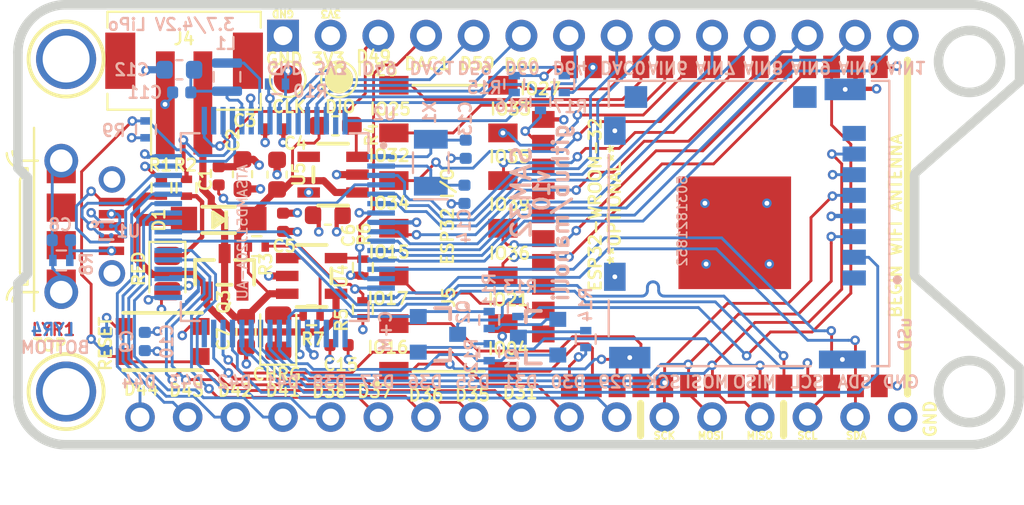
<source format=kicad_pcb>
(kicad_pcb (version 20171130) (host pcbnew "(5.0.1)-3")

  (general
    (thickness 1.6)
    (drawings 113)
    (tracks 1000)
    (zones 0)
    (modules 56)
    (nets 102)
  )

  (page A4)
  (layers
    (0 Top signal)
    (1 GND power hide)
    (2 PWR power hide)
    (31 Bottom signal)
    (32 B.Adhes user hide)
    (33 F.Adhes user hide)
    (34 B.Paste user hide)
    (35 F.Paste user hide)
    (36 B.SilkS user hide)
    (37 F.SilkS user hide)
    (38 B.Mask user hide)
    (39 F.Mask user hide)
    (41 Cmts.User user hide)
    (42 Eco1.User user hide)
    (43 Eco2.User user hide)
    (44 Edge.Cuts user)
    (45 Margin user hide)
    (46 B.CrtYd user hide)
    (47 F.CrtYd user hide)
    (48 B.Fab user hide)
    (49 F.Fab user hide)
  )

  (setup
    (last_trace_width 0.1524)
    (trace_clearance 0.1524)
    (zone_clearance 0)
    (zone_45_only no)
    (trace_min 0.1524)
    (segment_width 0.1778)
    (edge_width 0.508)
    (via_size 0.508)
    (via_drill 0.254)
    (via_min_size 0.508)
    (via_min_drill 0.254)
    (uvia_size 0.508)
    (uvia_drill 0.254)
    (uvias_allowed no)
    (uvia_min_size 0.508)
    (uvia_min_drill 0.1)
    (pcb_text_width 0.3)
    (pcb_text_size 1.5 1.5)
    (mod_edge_width 0.15)
    (mod_text_size 0.635 0.635)
    (mod_text_width 0.127)
    (pad_size 1.5 1.5)
    (pad_drill 0)
    (pad_to_mask_clearance 0.0508)
    (solder_mask_min_width 0.25)
    (aux_axis_origin 0 0)
    (visible_elements 7FFFFF7F)
    (pcbplotparams
      (layerselection 0x010fc_ffffffff)
      (usegerberextensions false)
      (usegerberattributes false)
      (usegerberadvancedattributes false)
      (creategerberjobfile false)
      (excludeedgelayer true)
      (linewidth 0.100000)
      (plotframeref false)
      (viasonmask false)
      (mode 1)
      (useauxorigin false)
      (hpglpennumber 1)
      (hpglpenspeed 20)
      (hpglpendiameter 15.000000)
      (psnegative false)
      (psa4output false)
      (plotreference true)
      (plotvalue true)
      (plotinvisibletext false)
      (padsonsilk false)
      (subtractmaskfromsilk false)
      (outputformat 1)
      (mirror false)
      (drillshape 1)
      (scaleselection 1)
      (outputdirectory ""))
  )

  (net 0 "")
  (net 1 /USB-)
  (net 2 /USB+)
  (net 3 "Net-(J1-Pad4)")
  (net 4 GND)
  (net 5 +3V3)
  (net 6 /TX)
  (net 7 /RX)
  (net 8 VBAT)
  (net 9 /~RESET)
  (net 10 /LED1)
  (net 11 /SWCLK)
  (net 12 "Net-(Q2-Pad3)")
  (net 13 "Net-(Q1-Pad3)")
  (net 14 /TDI)
  (net 15 /TCK)
  (net 16 /TMS)
  (net 17 /XTAL1)
  (net 18 /XTAL2)
  (net 19 /AREF)
  (net 20 "Net-(J3-Pad1)")
  (net 21 SD_CS)
  (net 22 MOSI)
  (net 23 SCK)
  (net 24 MISO)
  (net 25 "Net-(J3-Pad8)")
  (net 26 "Net-(J3-PadSW_T)")
  (net 27 "Net-(J3-PadDET_T)")
  (net 28 /DTR)
  (net 29 "Net-(Q1-Pad1)")
  (net 30 "Net-(Q2-Pad1)")
  (net 31 /RTS)
  (net 32 /SWDIO)
  (net 33 DAC0)
  (net 34 AIN6)
  (net 35 AIN7)
  (net 36 AIN8)
  (net 37 AIN9)
  (net 38 AIN0)
  (net 39 AIN1)
  (net 40 SCL)
  (net 41 DAC1)
  (net 42 SDA)
  (net 43 AIN2)
  (net 44 AIN3)
  (net 45 D19)
  (net 46 D20)
  (net 47 D29)
  (net 48 D30)
  (net 49 D31)
  (net 50 D32)
  (net 51 D35)
  (net 52 D36)
  (net 53 D37)
  (net 54 D38)
  (net 55 D41)
  (net 56 D42)
  (net 57 D43)
  (net 58 D44)
  (net 59 D49)
  (net 60 D50)
  (net 61 D59)
  (net 62 D60)
  (net 63 D64)
  (net 64 "Net-(U3-Pad17)")
  (net 65 "Net-(U3-Pad18)")
  (net 66 "Net-(U3-Pad19)")
  (net 67 "Net-(U3-Pad20)")
  (net 68 "Net-(U3-Pad21)")
  (net 69 "Net-(U3-Pad22)")
  (net 70 IO15)
  (net 71 "Net-(U3-Pad24)")
  (net 72 IO34)
  (net 73 IO35)
  (net 74 IO32)
  (net 75 IO33)
  (net 76 IO25)
  (net 77 IO26)
  (net 78 IO27)
  (net 79 IO21)
  (net 80 IO17)
  (net 81 IO16)
  (net 82 IO4)
  (net 83 "Net-(U5-Pad4)")
  (net 84 /EN)
  (net 85 IO39)
  (net 86 IO36)
  (net 87 VUSB)
  (net 88 /VBAT_MES)
  (net 89 /PROG)
  (net 90 ~)
  (net 91 "Net-(R7-Pad1)")
  (net 92 "Net-(R13-Pad1)")
  (net 93 "Net-(R14-Pad1)")
  (net 94 "Net-(R15-Pad2)")
  (net 95 "Net-(R16-Pad2)")
  (net 96 "Net-(R17-Pad2)")
  (net 97 "Net-(C11-Pad1)")
  (net 98 "Net-(C4-Pad1)")
  (net 99 "Net-(CHRG1-Pad2)")
  (net 100 "Net-(R2-Pad1)")
  (net 101 "Net-(L1-Pad2)")

  (net_class Default "This is the default net class."
    (clearance 0.1524)
    (trace_width 0.1524)
    (via_dia 0.508)
    (via_drill 0.254)
    (uvia_dia 0.508)
    (uvia_drill 0.254)
    (diff_pair_gap 0.1524)
    (diff_pair_width 0.1524)
    (add_net +3V3)
    (add_net /AREF)
    (add_net /DTR)
    (add_net /EN)
    (add_net /LED1)
    (add_net /PROG)
    (add_net /RTS)
    (add_net /RX)
    (add_net /SWCLK)
    (add_net /SWDIO)
    (add_net /TCK)
    (add_net /TDI)
    (add_net /TMS)
    (add_net /TX)
    (add_net /USB+)
    (add_net /USB-)
    (add_net /VBAT_MES)
    (add_net /XTAL1)
    (add_net /XTAL2)
    (add_net /~RESET)
    (add_net AIN0)
    (add_net AIN1)
    (add_net AIN2)
    (add_net AIN3)
    (add_net AIN6)
    (add_net AIN7)
    (add_net AIN8)
    (add_net AIN9)
    (add_net D19)
    (add_net D20)
    (add_net D29)
    (add_net D30)
    (add_net D31)
    (add_net D32)
    (add_net D35)
    (add_net D36)
    (add_net D37)
    (add_net D38)
    (add_net D41)
    (add_net D42)
    (add_net D43)
    (add_net D44)
    (add_net D49)
    (add_net D50)
    (add_net D59)
    (add_net D60)
    (add_net D64)
    (add_net DAC0)
    (add_net DAC1)
    (add_net GND)
    (add_net IO15)
    (add_net IO16)
    (add_net IO17)
    (add_net IO21)
    (add_net IO25)
    (add_net IO26)
    (add_net IO27)
    (add_net IO32)
    (add_net IO33)
    (add_net IO34)
    (add_net IO35)
    (add_net IO36)
    (add_net IO39)
    (add_net IO4)
    (add_net MISO)
    (add_net MOSI)
    (add_net "Net-(C11-Pad1)")
    (add_net "Net-(C4-Pad1)")
    (add_net "Net-(CHRG1-Pad2)")
    (add_net "Net-(J1-Pad4)")
    (add_net "Net-(J3-Pad1)")
    (add_net "Net-(J3-Pad8)")
    (add_net "Net-(J3-PadDET_T)")
    (add_net "Net-(J3-PadSW_T)")
    (add_net "Net-(L1-Pad2)")
    (add_net "Net-(Q1-Pad1)")
    (add_net "Net-(Q1-Pad3)")
    (add_net "Net-(Q2-Pad1)")
    (add_net "Net-(Q2-Pad3)")
    (add_net "Net-(R13-Pad1)")
    (add_net "Net-(R14-Pad1)")
    (add_net "Net-(R15-Pad2)")
    (add_net "Net-(R16-Pad2)")
    (add_net "Net-(R17-Pad2)")
    (add_net "Net-(R2-Pad1)")
    (add_net "Net-(R7-Pad1)")
    (add_net "Net-(U3-Pad17)")
    (add_net "Net-(U3-Pad18)")
    (add_net "Net-(U3-Pad19)")
    (add_net "Net-(U3-Pad20)")
    (add_net "Net-(U3-Pad21)")
    (add_net "Net-(U3-Pad22)")
    (add_net "Net-(U3-Pad24)")
    (add_net "Net-(U5-Pad4)")
    (add_net SCK)
    (add_net SCL)
    (add_net SDA)
    (add_net SD_CS)
    (add_net VBAT)
    (add_net VUSB)
    (add_net ~)
  )

  (module custom-footprints:NPPC_0.100in_headers_2ROW (layer Top) (tedit 5BD526DB) (tstamp 5BD8CA0B)
    (at 78.8035 99.5045 90)
    (path /5BEAAC6F)
    (fp_text reference J5 (at -3.683 0 90) (layer F.SilkS)
      (effects (font (size 0.635 0.635) (thickness 0.127)))
    )
    (fp_text value NPTC072KFMS-RC (at 0 5.334 90) (layer F.Fab)
      (effects (font (size 1 1) (thickness 0.15)))
    )
    (fp_circle (center -8.255 -3.81) (end -8.255 -3.81) (layer F.SilkS) (width 0.15))
    (fp_line (start -7.62 -1.90641) (end -7.62 1.905) (layer F.SilkS) (width 0.15))
    (fp_line (start 7.62 -1.90641) (end 7.62 1.905) (layer F.SilkS) (width 0.15))
    (pad 14 smd rect (at 7.62 2.889 90) (size 1 1.56) (layers Top F.Paste F.Mask)
      (net 78 IO27))
    (pad 13 smd rect (at 5.08 2.889 90) (size 1 1.56) (layers Top F.Paste F.Mask)
      (net 75 IO33))
    (pad 12 smd rect (at 2.54 2.889 90) (size 1 1.56) (layers Top F.Paste F.Mask)
      (net 73 IO35))
    (pad 11 smd rect (at 0 2.889 90) (size 1 1.56) (layers Top F.Paste F.Mask)
      (net 85 IO39))
    (pad 10 smd rect (at -2.54 2.889 90) (size 1 1.56) (layers Top F.Paste F.Mask)
      (net 86 IO36))
    (pad 9 smd rect (at -5.08 2.889 90) (size 1 1.56) (layers Top F.Paste F.Mask)
      (net 79 IO21))
    (pad 8 smd rect (at -7.62 2.889 90) (size 1 1.56) (layers Top F.Paste F.Mask)
      (net 82 IO4))
    (pad 7 smd rect (at 7.62 -2.921 90) (size 1 1.56) (layers Top F.Paste F.Mask)
      (net 77 IO26))
    (pad 6 smd rect (at 5.08 -2.921 90) (size 1 1.56) (layers Top F.Paste F.Mask)
      (net 76 IO25))
    (pad 5 smd rect (at 2.54 -2.921 90) (size 1 1.56) (layers Top F.Paste F.Mask)
      (net 74 IO32))
    (pad 4 smd rect (at 0 -2.921 90) (size 1 1.56) (layers Top F.Paste F.Mask)
      (net 72 IO34))
    (pad 3 smd rect (at -2.54 -2.921 90) (size 1 1.56) (layers Top F.Paste F.Mask)
      (net 70 IO15))
    (pad 2 smd rect (at -5.08 -2.921 90) (size 1 1.56) (layers Top F.Paste F.Mask)
      (net 80 IO17))
    (pad 1 smd rect (at -7.62 -2.921 90) (size 1 1.56) (layers Top F.Paste F.Mask)
      (net 81 IO16))
    (model ${KISYS3DMOD}/Connector_PinSocket_2.54mm.3dshapes/PinSocket_2x07_P2.54mm_Vertical_SMD.step
      (at (xyz 0 0 0))
      (scale (xyz 0.9 1 1))
      (rotate (xyz 0 0 -90))
    )
  )

  (module Connector_PinSocket_2.54mm:PinSocket_1x17_P2.54mm_Vertical (layer Top) (tedit 5BD524CA) (tstamp 5BDA2759)
    (at 62.357 109.56544 90)
    (descr "Through hole straight socket strip, 1x17, 2.54mm pitch, single row (from Kicad 4.0.7), script generated")
    (tags "Through hole socket strip THT 1x17 2.54mm single row")
    (path /5BFAEBA9)
    (fp_text reference J7 (at -0.48006 -1.4605 90) (layer F.SilkS) hide
      (effects (font (size 0.635 0.635) (thickness 0.127)))
    )
    (fp_text value Conn_01x17 (at 0 43.41 90) (layer F.Fab)
      (effects (font (size 1 1) (thickness 0.15)))
    )
    (fp_line (start -1.27 -1.27) (end 0.635 -1.27) (layer F.Fab) (width 0.1))
    (fp_line (start 0.635 -1.27) (end 1.27 -0.635) (layer F.Fab) (width 0.1))
    (fp_line (start 1.27 -0.635) (end 1.27 41.91) (layer F.Fab) (width 0.1))
    (fp_line (start 1.27 41.91) (end -1.27 41.91) (layer F.Fab) (width 0.1))
    (fp_line (start -1.27 41.91) (end -1.27 -1.27) (layer F.Fab) (width 0.1))
    (fp_line (start -1.8 -1.8) (end 1.75 -1.8) (layer F.CrtYd) (width 0.05))
    (fp_line (start 1.75 -1.8) (end 1.75 42.4) (layer F.CrtYd) (width 0.05))
    (fp_line (start 1.75 42.4) (end -1.8 42.4) (layer F.CrtYd) (width 0.05))
    (fp_line (start -1.8 42.4) (end -1.8 -1.8) (layer F.CrtYd) (width 0.05))
    (fp_text user %R (at -3.84556 20.066 180) (layer F.Fab)
      (effects (font (size 1 1) (thickness 0.15)))
    )
    (pad 1 thru_hole circle (at 0 0 90) (size 1.5748 1.5748) (drill 1) (layers *.Cu *.Mask)
      (net 58 D44))
    (pad 2 thru_hole circle (at 0 2.54 90) (size 1.5748 1.5748) (drill 0.9) (layers *.Cu *.Mask)
      (net 57 D43))
    (pad 3 thru_hole circle (at 0 5.08 90) (size 1.5748 1.5748) (drill 0.9) (layers *.Cu *.Mask)
      (net 56 D42))
    (pad 4 thru_hole circle (at 0 7.62 90) (size 1.5748 1.5748) (drill 0.9) (layers *.Cu *.Mask)
      (net 55 D41))
    (pad 5 thru_hole circle (at 0 10.16 90) (size 1.5748 1.5748) (drill 0.9) (layers *.Cu *.Mask)
      (net 54 D38))
    (pad 6 thru_hole circle (at 0 12.7 90) (size 1.5748 1.5748) (drill 0.9) (layers *.Cu *.Mask)
      (net 53 D37))
    (pad 7 thru_hole circle (at 0 15.24 90) (size 1.5748 1.5748) (drill 0.9) (layers *.Cu *.Mask)
      (net 52 D36))
    (pad 8 thru_hole circle (at 0 17.78 90) (size 1.5748 1.5748) (drill 0.9) (layers *.Cu *.Mask)
      (net 51 D35))
    (pad 9 thru_hole circle (at 0 20.32 90) (size 1.5748 1.5748) (drill 0.9) (layers *.Cu *.Mask)
      (net 49 D31))
    (pad 10 thru_hole circle (at 0 22.86 90) (size 1.5748 1.5748) (drill 0.9) (layers *.Cu *.Mask)
      (net 48 D30))
    (pad 11 thru_hole circle (at 0 25.4 90) (size 1.5748 1.5748) (drill 0.9) (layers *.Cu *.Mask)
      (net 47 D29))
    (pad 12 thru_hole circle (at 0 27.94 90) (size 1.5748 1.5748) (drill 0.9) (layers *.Cu *.Mask)
      (net 23 SCK))
    (pad 13 thru_hole circle (at 0 30.48 90) (size 1.5748 1.5748) (drill 0.9) (layers *.Cu *.Mask)
      (net 22 MOSI))
    (pad 14 thru_hole circle (at 0 33.02 90) (size 1.5748 1.5748) (drill 0.9) (layers *.Cu *.Mask)
      (net 24 MISO))
    (pad 15 thru_hole circle (at 0 35.56 90) (size 1.5748 1.5748) (drill 0.9) (layers *.Cu *.Mask)
      (net 40 SCL))
    (pad 16 thru_hole circle (at 0 38.1 90) (size 1.5748 1.5748) (drill 0.9) (layers *.Cu *.Mask)
      (net 42 SDA))
    (pad 17 thru_hole circle (at 0 40.64 90) (size 1.5748 1.5748) (drill 0.9) (layers *.Cu *.Mask)
      (net 4 GND))
    (model ${KISYS3DMOD}/Connector_PinHeader_2.54mm.3dshapes/PinHeader_1x17_P2.54mm_Vertical.wrl
      (offset (xyz 0 0 -1.7))
      (scale (xyz 1 1 1))
      (rotate (xyz 0 180 0))
    )
  )

  (module Connector_PinHeader_2.54mm:PinHeader_1x14_P2.54mm_Vertical (layer Top) (tedit 5BD522A7) (tstamp 5BDCA1CB)
    (at 69.977 89.24544 90)
    (descr "Through hole straight pin header, 1x14, 2.54mm pitch, single row")
    (tags "Through hole pin header THT 1x14 2.54mm single row")
    (path /5C2AA09B)
    (fp_text reference J2 (at 0.40894 -3.6195 90) (layer F.SilkS) hide
      (effects (font (size 0.635 0.635) (thickness 0.127)))
    )
    (fp_text value Conn_01x14 (at 0 35.35 90) (layer F.Fab)
      (effects (font (size 1 1) (thickness 0.15)))
    )
    (fp_line (start -0.635 -1.27) (end 1.27 -1.27) (layer F.Fab) (width 0.1))
    (fp_line (start 1.27 -1.27) (end 1.27 34.29) (layer F.Fab) (width 0.1))
    (fp_line (start 1.27 34.29) (end -1.27 34.29) (layer F.Fab) (width 0.1))
    (fp_line (start -1.27 34.29) (end -1.27 -0.635) (layer F.Fab) (width 0.1))
    (fp_line (start -1.27 -0.635) (end -0.635 -1.27) (layer F.Fab) (width 0.1))
    (fp_line (start -1.8 -1.8) (end -1.8 34.8) (layer F.CrtYd) (width 0.05))
    (fp_line (start -1.8 34.8) (end 1.8 34.8) (layer F.CrtYd) (width 0.05))
    (fp_line (start 1.8 34.8) (end 1.8 -1.8) (layer F.CrtYd) (width 0.05))
    (fp_line (start 1.8 -1.8) (end -1.8 -1.8) (layer F.CrtYd) (width 0.05))
    (fp_text user %R (at 0 16.51 180) (layer F.Fab)
      (effects (font (size 1 1) (thickness 0.15)))
    )
    (pad 1 thru_hole rect (at 0 0 90) (size 1.7 1.7) (drill 1) (layers *.Cu *.Mask)
      (net 4 GND))
    (pad 2 thru_hole oval (at 0 2.54 90) (size 1.7 1.7) (drill 1) (layers *.Cu *.Mask)
      (net 5 +3V3))
    (pad 3 thru_hole oval (at 0 5.08 90) (size 1.7 1.7) (drill 1) (layers *.Cu *.Mask)
      (net 59 D49))
    (pad 4 thru_hole oval (at 0 7.62 90) (size 1.7 1.7) (drill 1) (layers *.Cu *.Mask)
      (net 41 DAC1))
    (pad 5 thru_hole oval (at 0 10.16 90) (size 1.7 1.7) (drill 1) (layers *.Cu *.Mask)
      (net 61 D59))
    (pad 6 thru_hole oval (at 0 12.7 90) (size 1.7 1.7) (drill 1) (layers *.Cu *.Mask)
      (net 62 D60))
    (pad 7 thru_hole oval (at 0 15.24 90) (size 1.7 1.7) (drill 1) (layers *.Cu *.Mask)
      (net 63 D64))
    (pad 8 thru_hole oval (at 0 17.78 90) (size 1.7 1.7) (drill 1) (layers *.Cu *.Mask)
      (net 33 DAC0))
    (pad 9 thru_hole oval (at 0 20.32 90) (size 1.7 1.7) (drill 1) (layers *.Cu *.Mask)
      (net 34 AIN6))
    (pad 10 thru_hole oval (at 0 22.86 90) (size 1.7 1.7) (drill 1) (layers *.Cu *.Mask)
      (net 35 AIN7))
    (pad 11 thru_hole oval (at 0 25.4 90) (size 1.7 1.7) (drill 1) (layers *.Cu *.Mask)
      (net 36 AIN8))
    (pad 12 thru_hole oval (at 0 27.94 90) (size 1.7 1.7) (drill 1) (layers *.Cu *.Mask)
      (net 37 AIN9))
    (pad 13 thru_hole oval (at 0 30.48 90) (size 1.7 1.7) (drill 1) (layers *.Cu *.Mask)
      (net 38 AIN0))
    (pad 14 thru_hole oval (at 0 33.02 90) (size 1.7 1.7) (drill 1) (layers *.Cu *.Mask)
      (net 39 AIN1))
    (model ${KISYS3DMOD}/Connector_PinHeader_2.54mm.3dshapes/PinHeader_1x14_P2.54mm_Vertical.wrl
      (offset (xyz 0 0 -1.7))
      (scale (xyz 1 1 1))
      (rotate (xyz 0 180 0))
    )
  )

  (module Resistor_SMD:R_0402 (layer Bottom) (tedit 58E0A804) (tstamp 5BF1F6C4)
    (at 58.166 101.219)
    (descr "Resistor SMD 0402, reflow soldering, Vishay (see dcrcw.pdf)")
    (tags "resistor 0402")
    (path /5C6BD422)
    (attr smd)
    (fp_text reference R8 (at 1.3335 0.1905 270) (layer B.SilkS)
      (effects (font (size 0.635 0.635) (thickness 0.127)) (justify mirror))
    )
    (fp_text value 1M (at 0 -1.45) (layer B.Fab)
      (effects (font (size 1 1) (thickness 0.15)) (justify mirror))
    )
    (fp_line (start 0.8 -0.45) (end -0.8 -0.45) (layer B.CrtYd) (width 0.05))
    (fp_line (start 0.8 -0.45) (end 0.8 0.45) (layer B.CrtYd) (width 0.05))
    (fp_line (start -0.8 0.45) (end -0.8 -0.45) (layer B.CrtYd) (width 0.05))
    (fp_line (start -0.8 0.45) (end 0.8 0.45) (layer B.CrtYd) (width 0.05))
    (fp_line (start -0.25 -0.53) (end 0.25 -0.53) (layer B.SilkS) (width 0.12))
    (fp_line (start 0.25 0.53) (end -0.25 0.53) (layer B.SilkS) (width 0.12))
    (fp_line (start -0.5 0.25) (end 0.5 0.25) (layer B.Fab) (width 0.1))
    (fp_line (start 0.5 0.25) (end 0.5 -0.25) (layer B.Fab) (width 0.1))
    (fp_line (start 0.5 -0.25) (end -0.5 -0.25) (layer B.Fab) (width 0.1))
    (fp_line (start -0.5 -0.25) (end -0.5 0.25) (layer B.Fab) (width 0.1))
    (fp_text user %R (at 0 1.35) (layer B.Fab)
      (effects (font (size 1 1) (thickness 0.15)) (justify mirror))
    )
    (pad 2 smd rect (at 0.45 0) (size 0.4 0.6) (layers Bottom B.Paste B.Mask)
      (net 4 GND))
    (pad 1 smd rect (at -0.45 0) (size 0.4 0.6) (layers Bottom B.Paste B.Mask)
      (net 90 ~))
    (model ${KISYS3DMOD}/Resistors_SMD.3dshapes/R_0402.wrl
      (at (xyz 0 0 0))
      (scale (xyz 1 1 1))
      (rotate (xyz 0 0 0))
    )
  )

  (module Resistor_SMD:R_0402 (layer Bottom) (tedit 58E0A804) (tstamp 5BD3FAC9)
    (at 69.6595 91.821)
    (descr "Resistor SMD 0402, reflow soldering, Vishay (see dcrcw.pdf)")
    (tags "resistor 0402")
    (path /5C02CA8D)
    (attr smd)
    (fp_text reference R10 (at 1.778 0.381) (layer B.SilkS)
      (effects (font (size 0.635 0.635) (thickness 0.127)) (justify mirror))
    )
    (fp_text value 10K (at 0 -1.45) (layer B.Fab)
      (effects (font (size 0.508 0.508) (thickness 0.0889)) (justify mirror))
    )
    (fp_line (start 0.8 -0.45) (end -0.8 -0.45) (layer B.CrtYd) (width 0.05))
    (fp_line (start 0.8 -0.45) (end 0.8 0.45) (layer B.CrtYd) (width 0.05))
    (fp_line (start -0.8 0.45) (end -0.8 -0.45) (layer B.CrtYd) (width 0.05))
    (fp_line (start -0.8 0.45) (end 0.8 0.45) (layer B.CrtYd) (width 0.05))
    (fp_line (start -0.25 -0.53) (end 0.25 -0.53) (layer B.SilkS) (width 0.12))
    (fp_line (start 0.25 0.53) (end -0.25 0.53) (layer B.SilkS) (width 0.12))
    (fp_line (start -0.5 0.25) (end 0.5 0.25) (layer B.Fab) (width 0.1))
    (fp_line (start 0.5 0.25) (end 0.5 -0.25) (layer B.Fab) (width 0.1))
    (fp_line (start 0.5 -0.25) (end -0.5 -0.25) (layer B.Fab) (width 0.1))
    (fp_line (start -0.5 -0.25) (end -0.5 0.25) (layer B.Fab) (width 0.1))
    (fp_text user %R (at 0 1.35) (layer B.Fab)
      (effects (font (size 1 1) (thickness 0.15)) (justify mirror))
    )
    (pad 2 smd rect (at 0.45 0) (size 0.4 0.6) (layers Bottom B.Paste B.Mask)
      (net 11 /SWCLK))
    (pad 1 smd rect (at -0.45 0) (size 0.4 0.6) (layers Bottom B.Paste B.Mask)
      (net 5 +3V3))
    (model ${KISYS3DMOD}/Resistors_SMD.3dshapes/R_0402.wrl
      (at (xyz 0 0 0))
      (scale (xyz 1 1 1))
      (rotate (xyz 0 0 0))
    )
  )

  (module TestPoint:TestPoint_Pad_D1.5mm (layer Top) (tedit 5BD508FA) (tstamp 5BEE5CFF)
    (at 72.9615 91.567)
    (descr "SMD pad as test Point, diameter 1.5mm")
    (tags "test point SMD pad")
    (path /5C3CF7C0)
    (attr virtual)
    (fp_text reference TP2 (at 0 -1.648) (layer F.SilkS) hide
      (effects (font (size 0.635 0.635) (thickness 0.127)))
    )
    (fp_text value TESTPOINTPAD2MM (at 0 1.75) (layer F.Fab)
      (effects (font (size 1 1) (thickness 0.15)))
    )
    (fp_text user %R (at 0 -1.65) (layer F.Fab)
      (effects (font (size 1 1) (thickness 0.15)))
    )
    (fp_circle (center 0 0) (end 1.25 0) (layer F.CrtYd) (width 0.05))
    (fp_circle (center 0 0) (end 0 0.95) (layer F.SilkS) (width 0.12))
    (pad 1 smd circle (at 0 0) (size 1.5 1.5) (layers Top F.SilkS F.Mask)
      (net 32 /SWDIO))
  )

  (module Resistors_SMD:R_0402 (layer Top) (tedit 5BD51214) (tstamp 5BD89943)
    (at 64.8335 97.3455 90)
    (descr "Resistor SMD 0402, reflow soldering, Vishay (see dcrcw.pdf)")
    (tags "resistor 0402")
    (path /5C152BF9)
    (attr smd)
    (fp_text reference R2 (at 1.2065 -0.0635 180) (layer F.SilkS)
      (effects (font (size 0.635 0.635) (thickness 0.127)))
    )
    (fp_text value 2.2K (at 0 1.45 90) (layer F.Fab)
      (effects (font (size 0.508 0.508) (thickness 0.0889)))
    )
    (fp_line (start 0.8 0.45) (end -0.8 0.45) (layer F.CrtYd) (width 0.05))
    (fp_line (start 0.8 0.45) (end 0.8 -0.45) (layer F.CrtYd) (width 0.05))
    (fp_line (start -0.8 -0.45) (end -0.8 0.45) (layer F.CrtYd) (width 0.05))
    (fp_line (start -0.8 -0.45) (end 0.8 -0.45) (layer F.CrtYd) (width 0.05))
    (fp_line (start -0.25 0.53) (end 0.25 0.53) (layer F.SilkS) (width 0.12))
    (fp_line (start 0.25 -0.53) (end -0.25 -0.53) (layer F.SilkS) (width 0.12))
    (fp_line (start -0.5 -0.25) (end 0.5 -0.25) (layer F.Fab) (width 0.1))
    (fp_line (start 0.5 -0.25) (end 0.5 0.25) (layer F.Fab) (width 0.1))
    (fp_line (start 0.5 0.25) (end -0.5 0.25) (layer F.Fab) (width 0.1))
    (fp_line (start -0.5 0.25) (end -0.5 -0.25) (layer F.Fab) (width 0.1))
    (fp_text user %R (at 0 -1.35 90) (layer F.Fab)
      (effects (font (size 0.508 0.508) (thickness 0.0889)))
    )
    (pad 2 smd rect (at 0.45 0 90) (size 0.4 0.6) (layers Top F.Paste F.Mask)
      (net 10 /LED1))
    (pad 1 smd rect (at -0.45 0 90) (size 0.4 0.6) (layers Top F.Paste F.Mask)
      (net 100 "Net-(R2-Pad1)"))
    (model ${KISYS3DMOD}/Resistor_SMD.3dshapes/R_0402_1005Metric.step
      (at (xyz 0 0 0))
      (scale (xyz 1 1 1))
      (rotate (xyz 0 0 0))
    )
  )

  (module Capacitor_SMD:C_0402_1005Metric (layer Top) (tedit 5BD51ACE) (tstamp 5BD771A1)
    (at 69.977 99.187 270)
    (descr "Capacitor SMD 0402 (1005 Metric), square (rectangular) end terminal, IPC_7351 nominal, (Body size source: http://www.tortai-tech.com/upload/download/2011102023233369053.pdf), generated with kicad-footprint-generator")
    (tags capacitor)
    (path /5BD0AF63)
    (attr smd)
    (fp_text reference C5 (at 1.27 -0.0635 180) (layer F.SilkS)
      (effects (font (size 0.635 0.635) (thickness 0.127)))
    )
    (fp_text value 1uF (at 0 1.17 270) (layer F.Fab)
      (effects (font (size 1 1) (thickness 0.15)))
    )
    (fp_line (start -0.5 0.25) (end -0.5 -0.25) (layer F.Fab) (width 0.1))
    (fp_line (start -0.5 -0.25) (end 0.5 -0.25) (layer F.Fab) (width 0.1))
    (fp_line (start 0.5 -0.25) (end 0.5 0.25) (layer F.Fab) (width 0.1))
    (fp_line (start 0.5 0.25) (end -0.5 0.25) (layer F.Fab) (width 0.1))
    (fp_line (start -0.93 0.47) (end -0.93 -0.47) (layer F.CrtYd) (width 0.05))
    (fp_line (start -0.93 -0.47) (end 0.93 -0.47) (layer F.CrtYd) (width 0.05))
    (fp_line (start 0.93 -0.47) (end 0.93 0.47) (layer F.CrtYd) (width 0.05))
    (fp_line (start 0.93 0.47) (end -0.93 0.47) (layer F.CrtYd) (width 0.05))
    (fp_text user %R (at 0 0 270) (layer F.Fab)
      (effects (font (size 0.25 0.25) (thickness 0.04)))
    )
    (pad 1 smd roundrect (at -0.485 0 270) (size 0.59 0.64) (layers Top F.Paste F.Mask) (roundrect_rratio 0.25)
      (net 5 +3V3))
    (pad 2 smd roundrect (at 0.485 0 270) (size 0.59 0.64) (layers Top F.Paste F.Mask) (roundrect_rratio 0.25)
      (net 4 GND))
    (model ${KISYS3DMOD}/Capacitor_SMD.3dshapes/C_0402_1005Metric.wrl
      (at (xyz 0 0 0))
      (scale (xyz 1 1 1))
      (rotate (xyz 0 0 0))
    )
  )

  (module "Adafruit Feather M4 Express:SOT23-5" (layer Top) (tedit 0) (tstamp 5BD57A80)
    (at 72.644 96.647 90)
    (descr "<b>Small Outline Transistor</b> - 5 Pin")
    (path /5BD0AF9C)
    (fp_text reference U5 (at -0.6985 -1.4605 270) (layer F.SilkS)
      (effects (font (size 0.635 0.635) (thickness 0.127)) (justify left bottom))
    )
    (fp_text value AP2112K-3.3TRG1 (at 1.978 0.635 90) (layer F.Fab)
      (effects (font (size 0.508 0.508) (thickness 0.0889)) (justify right top))
    )
    (fp_line (start -0.4 -1.05) (end 0.4 -1.05) (layer F.SilkS) (width 0.2032))
    (fp_poly (pts (xy -1.2 -0.85) (xy -0.7 -0.85) (xy -0.7 -1.5) (xy -1.2 -1.5)) (layer F.Fab) (width 0))
    (fp_poly (pts (xy 0.7 -0.85) (xy 1.2 -0.85) (xy 1.2 -1.5) (xy 0.7 -1.5)) (layer F.Fab) (width 0))
    (fp_poly (pts (xy 0.7 1.5) (xy 1.2 1.5) (xy 1.2 0.85) (xy 0.7 0.85)) (layer F.Fab) (width 0))
    (fp_poly (pts (xy -0.25 1.5) (xy 0.25 1.5) (xy 0.25 0.85) (xy -0.25 0.85)) (layer F.Fab) (width 0))
    (fp_poly (pts (xy -1.2 1.5) (xy -0.7 1.5) (xy -0.7 0.85) (xy -1.2 0.85)) (layer F.Fab) (width 0))
    (fp_line (start 1.65 -0.8) (end 1.65 0.8) (layer F.SilkS) (width 0.2032))
    (fp_line (start -1.65 -0.8) (end -1.65 0.8) (layer F.SilkS) (width 0.2032))
    (fp_line (start -1.4224 -0.8104) (end 1.4224 -0.8104) (layer F.Fab) (width 0.2032))
    (fp_line (start -1.4224 0.8104) (end -1.4224 -0.8104) (layer F.Fab) (width 0.2032))
    (fp_line (start 1.4224 0.8104) (end -1.4224 0.8104) (layer F.Fab) (width 0.2032))
    (fp_line (start 1.4224 -0.8104) (end 1.4224 0.8104) (layer F.Fab) (width 0.2032))
    (pad 5 smd rect (at -0.95 -1.3001 90) (size 0.55 1.2) (layers Top F.Paste F.Mask)
      (net 5 +3V3) (solder_mask_margin 0.0508))
    (pad 4 smd rect (at 0.95 -1.3001 90) (size 0.55 1.2) (layers Top F.Paste F.Mask)
      (net 83 "Net-(U5-Pad4)") (solder_mask_margin 0.0508))
    (pad 3 smd rect (at 0.95 1.3001 90) (size 0.55 1.2) (layers Top F.Paste F.Mask)
      (net 84 /EN) (solder_mask_margin 0.0508))
    (pad 2 smd rect (at 0 1.3001 90) (size 0.55 1.2) (layers Top F.Paste F.Mask)
      (net 4 GND) (solder_mask_margin 0.0508))
    (pad 1 smd rect (at -0.95 1.3001 90) (size 0.55 1.2) (layers Top F.Paste F.Mask)
      (net 98 "Net-(C4-Pad1)") (solder_mask_margin 0.0508))
    (model ${KISYS3DMOD}/Package_TO_SOT_SMD.3dshapes/SOT-23-5.step
      (at (xyz 0 0 0))
      (scale (xyz 1 1 1))
      (rotate (xyz 0 0 -90))
    )
  )

  (module Resistors_SMD:R_0402 (layer Bottom) (tedit 5BD51608) (tstamp 5BD2033D)
    (at 83.693 92.7735 270)
    (descr "Resistor SMD 0402, reflow soldering, Vishay (see dcrcw.pdf)")
    (tags "resistor 0402")
    (path /5BD8D58A)
    (attr smd)
    (fp_text reference R16 (at 0.1905 1.524) (layer B.SilkS)
      (effects (font (size 0.635 0.635) (thickness 0.127)) (justify mirror))
    )
    (fp_text value 0 (at 0 -1.45 270) (layer B.Fab)
      (effects (font (size 0.508 0.508) (thickness 0.0889)) (justify mirror))
    )
    (fp_line (start 0.8 -0.45) (end -0.8 -0.45) (layer B.CrtYd) (width 0.05))
    (fp_line (start 0.8 -0.45) (end 0.8 0.45) (layer B.CrtYd) (width 0.05))
    (fp_line (start -0.8 0.45) (end -0.8 -0.45) (layer B.CrtYd) (width 0.05))
    (fp_line (start -0.8 0.45) (end 0.8 0.45) (layer B.CrtYd) (width 0.05))
    (fp_line (start -0.25 -0.53) (end 0.25 -0.53) (layer B.SilkS) (width 0.12))
    (fp_line (start 0.25 0.53) (end -0.25 0.53) (layer B.SilkS) (width 0.12))
    (fp_line (start -0.5 0.25) (end 0.5 0.25) (layer B.Fab) (width 0.1))
    (fp_line (start 0.5 0.25) (end 0.5 -0.25) (layer B.Fab) (width 0.1))
    (fp_line (start 0.5 -0.25) (end -0.5 -0.25) (layer B.Fab) (width 0.1))
    (fp_line (start -0.5 -0.25) (end -0.5 0.25) (layer B.Fab) (width 0.1))
    (fp_text user %R (at 0 1.35 270) (layer B.Fab)
      (effects (font (size 0.508 0.508) (thickness 0.0889)) (justify mirror))
    )
    (pad 2 smd rect (at 0.45 0 270) (size 0.4 0.6) (layers Bottom B.Paste B.Mask)
      (net 95 "Net-(R16-Pad2)"))
    (pad 1 smd rect (at -0.45 0 270) (size 0.4 0.6) (layers Bottom B.Paste B.Mask)
      (net 15 /TCK))
    (model ${KISYS3DMOD}/Resistor_SMD.3dshapes/R_0402_1005Metric.step
      (at (xyz 0 0 0))
      (scale (xyz 1 1 1))
      (rotate (xyz 0 0 0))
    )
  )

  (module Capacitor_SMD:C_0402_1005Metric (layer Top) (tedit 5BD519E7) (tstamp 5BF25695)
    (at 69.5095 94.234 180)
    (descr "Capacitor SMD 0402 (1005 Metric), square (rectangular) end terminal, IPC_7351 nominal, (Body size source: http://www.tortai-tech.com/upload/download/2011102023233369053.pdf), generated with kicad-footprint-generator")
    (tags capacitor)
    (path /5BD0AFD0)
    (attr smd)
    (fp_text reference C3 (at 1.571 0.464 180) (layer F.SilkS)
      (effects (font (size 0.635 0.635) (thickness 0.127)))
    )
    (fp_text value 1uF (at 0 1.17 180) (layer F.Fab)
      (effects (font (size 1 1) (thickness 0.15)))
    )
    (fp_text user %R (at 0 0 180) (layer F.Fab)
      (effects (font (size 0.25 0.25) (thickness 0.04)))
    )
    (fp_line (start 0.93 0.47) (end -0.93 0.47) (layer F.CrtYd) (width 0.05))
    (fp_line (start 0.93 -0.47) (end 0.93 0.47) (layer F.CrtYd) (width 0.05))
    (fp_line (start -0.93 -0.47) (end 0.93 -0.47) (layer F.CrtYd) (width 0.05))
    (fp_line (start -0.93 0.47) (end -0.93 -0.47) (layer F.CrtYd) (width 0.05))
    (fp_line (start 0.5 0.25) (end -0.5 0.25) (layer F.Fab) (width 0.1))
    (fp_line (start 0.5 -0.25) (end 0.5 0.25) (layer F.Fab) (width 0.1))
    (fp_line (start -0.5 -0.25) (end 0.5 -0.25) (layer F.Fab) (width 0.1))
    (fp_line (start -0.5 0.25) (end -0.5 -0.25) (layer F.Fab) (width 0.1))
    (pad 2 smd roundrect (at 0.485 0 180) (size 0.59 0.64) (layers Top F.Paste F.Mask) (roundrect_rratio 0.25)
      (net 4 GND))
    (pad 1 smd roundrect (at -0.485 0 180) (size 0.59 0.64) (layers Top F.Paste F.Mask) (roundrect_rratio 0.25)
      (net 5 +3V3))
    (model ${KISYS3DMOD}/Capacitor_SMD.3dshapes/C_0402_1005Metric.wrl
      (at (xyz 0 0 0))
      (scale (xyz 1 1 1))
      (rotate (xyz 0 0 0))
    )
  )

  (module "Adafruit Feather M4 Express:SOT23-R" (layer Top) (tedit 0) (tstamp 5BD4C79C)
    (at 66.8655 101.854)
    (descr "<b>SOT23</b> - Reflow soldering")
    (path /5BD0AFEA)
    (fp_text reference Q3 (at 0.3175 2.286 270) (layer F.SilkS)
      (effects (font (size 0.635 0.635) (thickness 0.127)) (justify left bottom))
    )
    (fp_text value DMG341 (at 1.778 0.635) (layer F.Fab)
      (effects (font (size 0.508 0.508) (thickness 0.0889)) (justify left bottom))
    )
    (fp_line (start 1.5724 -0.6604) (end 1.5724 0.6604) (layer F.Fab) (width 0.1524))
    (fp_line (start 1.5724 0.6604) (end -1.5724 0.6604) (layer F.Fab) (width 0.1524))
    (fp_line (start -1.5724 0.6604) (end -1.5724 -0.6604) (layer F.Fab) (width 0.1524))
    (fp_line (start -1.5724 -0.6604) (end 1.5724 -0.6604) (layer F.Fab) (width 0.2032))
    (fp_line (start -1.5724 0.6524) (end -1.5724 -0.6604) (layer F.SilkS) (width 0.2032))
    (fp_line (start -1.5724 -0.6604) (end -0.5636 -0.6604) (layer F.SilkS) (width 0.2032))
    (fp_line (start 1.5724 -0.6604) (end 1.5724 0.6524) (layer F.SilkS) (width 0.2032))
    (fp_line (start 0.5636 -0.6604) (end 1.5724 -0.6604) (layer F.SilkS) (width 0.2032))
    (fp_line (start 0.3724 0.6604) (end -0.3864 0.6604) (layer F.SilkS) (width 0.2032))
    (fp_poly (pts (xy -0.2286 -0.7112) (xy 0.2286 -0.7112) (xy 0.2286 -1.2954) (xy -0.2286 -1.2954)) (layer F.Fab) (width 0))
    (fp_poly (pts (xy 0.7112 1.2954) (xy 1.1684 1.2954) (xy 1.1684 0.7112) (xy 0.7112 0.7112)) (layer F.Fab) (width 0))
    (fp_poly (pts (xy -1.1684 1.2954) (xy -0.7112 1.2954) (xy -0.7112 0.7112) (xy -1.1684 0.7112)) (layer F.Fab) (width 0))
    (pad 3 smd rect (at 0 -1) (size 0.635 1.016) (layers Top F.Paste F.Mask)
      (net 8 VBAT) (solder_mask_margin 0.0508))
    (pad 2 smd rect (at 0.95 1) (size 0.635 1.016) (layers Top F.Paste F.Mask)
      (net 98 "Net-(C4-Pad1)") (solder_mask_margin 0.0508))
    (pad 1 smd rect (at -0.95 1) (size 0.635 1.016) (layers Top F.Paste F.Mask)
      (net 87 VUSB) (solder_mask_margin 0.0508))
    (model ${KISYS3DMOD}/Diode_SMD.3dshapes/D_SOT-23.step
      (at (xyz 0 0 0))
      (scale (xyz 1 1 1))
      (rotate (xyz 0 0 -90))
    )
  )

  (module Resistor_SMD:R_0603_1608Metric_Pad1.05x0.95mm_HandSolder (layer Top) (tedit 5BD5122A) (tstamp 5BD89DFD)
    (at 72.771 94.0435 180)
    (descr "Resistor SMD 0603 (1608 Metric), square (rectangular) end terminal, IPC_7351 nominal with elongated pad for handsoldering. (Body size source: http://www.tortai-tech.com/upload/download/2011102023233369053.pdf), generated with kicad-footprint-generator")
    (tags "resistor handsolder")
    (path /5C042500)
    (attr smd)
    (fp_text reference R4 (at -1.919 -0.4765 90) (layer F.SilkS)
      (effects (font (size 0.635 0.635) (thickness 0.127)))
    )
    (fp_text value 10K (at 0 1.43 180) (layer F.Fab)
      (effects (font (size 1 1) (thickness 0.15)))
    )
    (fp_line (start -0.8 0.4) (end -0.8 -0.4) (layer F.Fab) (width 0.1))
    (fp_line (start -0.8 -0.4) (end 0.8 -0.4) (layer F.Fab) (width 0.1))
    (fp_line (start 0.8 -0.4) (end 0.8 0.4) (layer F.Fab) (width 0.1))
    (fp_line (start 0.8 0.4) (end -0.8 0.4) (layer F.Fab) (width 0.1))
    (fp_line (start -0.171267 -0.51) (end 0.171267 -0.51) (layer F.SilkS) (width 0.12))
    (fp_line (start -0.171267 0.51) (end 0.171267 0.51) (layer F.SilkS) (width 0.12))
    (fp_line (start -1.65 0.73) (end -1.65 -0.73) (layer F.CrtYd) (width 0.05))
    (fp_line (start -1.65 -0.73) (end 1.65 -0.73) (layer F.CrtYd) (width 0.05))
    (fp_line (start 1.65 -0.73) (end 1.65 0.73) (layer F.CrtYd) (width 0.05))
    (fp_line (start 1.65 0.73) (end -1.65 0.73) (layer F.CrtYd) (width 0.05))
    (fp_text user %R (at 0 0 180) (layer F.Fab)
      (effects (font (size 0.4 0.4) (thickness 0.06)))
    )
    (pad 1 smd roundrect (at -0.875 0 180) (size 1.05 0.95) (layers Top F.Paste F.Mask) (roundrect_rratio 0.25)
      (net 84 /EN))
    (pad 2 smd roundrect (at 0.875 0 180) (size 1.05 0.95) (layers Top F.Paste F.Mask) (roundrect_rratio 0.25)
      (net 98 "Net-(C4-Pad1)"))
    (model ${KISYS3DMOD}/Resistor_SMD.3dshapes/R_0603_1608Metric.wrl
      (at (xyz 0 0 0))
      (scale (xyz 1 1 1))
      (rotate (xyz 0 0 0))
    )
  )

  (module Capacitor_SMD:C_0402_1005Metric (layer Bottom) (tedit 5BD51BB5) (tstamp 5BF22B8A)
    (at 64.5795 92.2655 180)
    (descr "Capacitor SMD 0402 (1005 Metric), square (rectangular) end terminal, IPC_7351 nominal, (Body size source: http://www.tortai-tech.com/upload/download/2011102023233369053.pdf), generated with kicad-footprint-generator")
    (tags capacitor)
    (path /5BD13B6B)
    (attr smd)
    (fp_text reference C11 (at 1.9685 0 180) (layer B.SilkS)
      (effects (font (size 0.635 0.635) (thickness 0.127)) (justify mirror))
    )
    (fp_text value 1uF (at 0 -1.17 180) (layer B.Fab)
      (effects (font (size 1 1) (thickness 0.15)) (justify mirror))
    )
    (fp_text user %R (at 0 0 180) (layer B.Fab)
      (effects (font (size 0.25 0.25) (thickness 0.04)) (justify mirror))
    )
    (fp_line (start 0.93 -0.47) (end -0.93 -0.47) (layer B.CrtYd) (width 0.05))
    (fp_line (start 0.93 0.47) (end 0.93 -0.47) (layer B.CrtYd) (width 0.05))
    (fp_line (start -0.93 0.47) (end 0.93 0.47) (layer B.CrtYd) (width 0.05))
    (fp_line (start -0.93 -0.47) (end -0.93 0.47) (layer B.CrtYd) (width 0.05))
    (fp_line (start 0.5 -0.25) (end -0.5 -0.25) (layer B.Fab) (width 0.1))
    (fp_line (start 0.5 0.25) (end 0.5 -0.25) (layer B.Fab) (width 0.1))
    (fp_line (start -0.5 0.25) (end 0.5 0.25) (layer B.Fab) (width 0.1))
    (fp_line (start -0.5 -0.25) (end -0.5 0.25) (layer B.Fab) (width 0.1))
    (pad 2 smd roundrect (at 0.485 0 180) (size 0.59 0.64) (layers Bottom B.Paste B.Mask) (roundrect_rratio 0.25)
      (net 4 GND))
    (pad 1 smd roundrect (at -0.485 0 180) (size 0.59 0.64) (layers Bottom B.Paste B.Mask) (roundrect_rratio 0.25)
      (net 97 "Net-(C11-Pad1)"))
    (model ${KISYS3DMOD}/Capacitor_SMD.3dshapes/C_0402_1005Metric.wrl
      (at (xyz 0 0 0))
      (scale (xyz 1 1 1))
      (rotate (xyz 0 0 0))
    )
  )

  (module Resistors_SMD:R_0402 (layer Bottom) (tedit 5BD515E0) (tstamp 5BD6D1B0)
    (at 62.6745 94.234 90)
    (descr "Resistor SMD 0402, reflow soldering, Vishay (see dcrcw.pdf)")
    (tags "resistor 0402")
    (path /5C06E313)
    (attr smd)
    (fp_text reference R9 (at -0.0635 -1.7145 180) (layer B.SilkS)
      (effects (font (size 0.635 0.635) (thickness 0.127)) (justify mirror))
    )
    (fp_text value 10K (at 0 -1.45 90) (layer B.Fab)
      (effects (font (size 0.508 0.508) (thickness 0.0889)) (justify mirror))
    )
    (fp_line (start 0.8 -0.45) (end -0.8 -0.45) (layer B.CrtYd) (width 0.05))
    (fp_line (start 0.8 -0.45) (end 0.8 0.45) (layer B.CrtYd) (width 0.05))
    (fp_line (start -0.8 0.45) (end -0.8 -0.45) (layer B.CrtYd) (width 0.05))
    (fp_line (start -0.8 0.45) (end 0.8 0.45) (layer B.CrtYd) (width 0.05))
    (fp_line (start -0.25 -0.53) (end 0.25 -0.53) (layer B.SilkS) (width 0.12))
    (fp_line (start 0.25 0.53) (end -0.25 0.53) (layer B.SilkS) (width 0.12))
    (fp_line (start -0.5 0.25) (end 0.5 0.25) (layer B.Fab) (width 0.1))
    (fp_line (start 0.5 0.25) (end 0.5 -0.25) (layer B.Fab) (width 0.1))
    (fp_line (start 0.5 -0.25) (end -0.5 -0.25) (layer B.Fab) (width 0.1))
    (fp_line (start -0.5 -0.25) (end -0.5 0.25) (layer B.Fab) (width 0.1))
    (fp_text user %R (at 0 1.35 90) (layer B.Fab)
      (effects (font (size 0.508 0.508) (thickness 0.0889)) (justify mirror))
    )
    (pad 2 smd rect (at 0.45 0 90) (size 0.4 0.6) (layers Bottom B.Paste B.Mask)
      (net 9 /~RESET))
    (pad 1 smd rect (at -0.45 0 90) (size 0.4 0.6) (layers Bottom B.Paste B.Mask)
      (net 5 +3V3))
    (model ${KISYS3DMOD}/Resistor_SMD.3dshapes/R_0402_1005Metric.step
      (at (xyz 0 0 0))
      (scale (xyz 1 1 1))
      (rotate (xyz 0 0 0))
    )
  )

  (module Resistors_SMD:R_0402 (layer Bottom) (tedit 5BD515FA) (tstamp 5BD5783B)
    (at 82.4865 103.759 90)
    (descr "Resistor SMD 0402, reflow soldering, Vishay (see dcrcw.pdf)")
    (tags "resistor 0402")
    (path /5BF975A7)
    (attr smd)
    (fp_text reference R13 (at 1.143 0.127 180) (layer B.SilkS)
      (effects (font (size 0.635 0.635) (thickness 0.127)) (justify mirror))
    )
    (fp_text value 0 (at 0 -1.45 90) (layer B.Fab)
      (effects (font (size 0.508 0.508) (thickness 0.0889)) (justify mirror))
    )
    (fp_text user %R (at 0 1.35 90) (layer B.Fab)
      (effects (font (size 0.508 0.508) (thickness 0.0889)) (justify mirror))
    )
    (fp_line (start -0.5 -0.25) (end -0.5 0.25) (layer B.Fab) (width 0.1))
    (fp_line (start 0.5 -0.25) (end -0.5 -0.25) (layer B.Fab) (width 0.1))
    (fp_line (start 0.5 0.25) (end 0.5 -0.25) (layer B.Fab) (width 0.1))
    (fp_line (start -0.5 0.25) (end 0.5 0.25) (layer B.Fab) (width 0.1))
    (fp_line (start 0.25 0.53) (end -0.25 0.53) (layer B.SilkS) (width 0.12))
    (fp_line (start -0.25 -0.53) (end 0.25 -0.53) (layer B.SilkS) (width 0.12))
    (fp_line (start -0.8 0.45) (end 0.8 0.45) (layer B.CrtYd) (width 0.05))
    (fp_line (start -0.8 0.45) (end -0.8 -0.45) (layer B.CrtYd) (width 0.05))
    (fp_line (start 0.8 -0.45) (end 0.8 0.45) (layer B.CrtYd) (width 0.05))
    (fp_line (start 0.8 -0.45) (end -0.8 -0.45) (layer B.CrtYd) (width 0.05))
    (pad 1 smd rect (at -0.45 0 90) (size 0.4 0.6) (layers Bottom B.Paste B.Mask)
      (net 92 "Net-(R13-Pad1)"))
    (pad 2 smd rect (at 0.45 0 90) (size 0.4 0.6) (layers Bottom B.Paste B.Mask)
      (net 12 "Net-(Q2-Pad3)"))
    (model ${KISYS3DMOD}/Resistor_SMD.3dshapes/R_0402_1005Metric.step
      (at (xyz 0 0 0))
      (scale (xyz 1 1 1))
      (rotate (xyz 0 0 0))
    )
  )

  (module Resistors_SMD:R_0402 (layer Bottom) (tedit 5BD515FE) (tstamp 5BD53F79)
    (at 86.106 105.41 90)
    (descr "Resistor SMD 0402, reflow soldering, Vishay (see dcrcw.pdf)")
    (tags "resistor 0402")
    (path /5BF9748E)
    (attr smd)
    (fp_text reference R14 (at 1.8415 0 90) (layer B.SilkS)
      (effects (font (size 0.635 0.635) (thickness 0.127)) (justify mirror))
    )
    (fp_text value 0 (at 0 -1.45 90) (layer B.Fab)
      (effects (font (size 0.508 0.508) (thickness 0.0889)) (justify mirror))
    )
    (fp_line (start 0.8 -0.45) (end -0.8 -0.45) (layer B.CrtYd) (width 0.05))
    (fp_line (start 0.8 -0.45) (end 0.8 0.45) (layer B.CrtYd) (width 0.05))
    (fp_line (start -0.8 0.45) (end -0.8 -0.45) (layer B.CrtYd) (width 0.05))
    (fp_line (start -0.8 0.45) (end 0.8 0.45) (layer B.CrtYd) (width 0.05))
    (fp_line (start -0.25 -0.53) (end 0.25 -0.53) (layer B.SilkS) (width 0.12))
    (fp_line (start 0.25 0.53) (end -0.25 0.53) (layer B.SilkS) (width 0.12))
    (fp_line (start -0.5 0.25) (end 0.5 0.25) (layer B.Fab) (width 0.1))
    (fp_line (start 0.5 0.25) (end 0.5 -0.25) (layer B.Fab) (width 0.1))
    (fp_line (start 0.5 -0.25) (end -0.5 -0.25) (layer B.Fab) (width 0.1))
    (fp_line (start -0.5 -0.25) (end -0.5 0.25) (layer B.Fab) (width 0.1))
    (fp_text user %R (at 0 1.35 90) (layer B.Fab)
      (effects (font (size 0.508 0.508) (thickness 0.0889)) (justify mirror))
    )
    (pad 2 smd rect (at 0.45 0 90) (size 0.4 0.6) (layers Bottom B.Paste B.Mask)
      (net 13 "Net-(Q1-Pad3)"))
    (pad 1 smd rect (at -0.45 0 90) (size 0.4 0.6) (layers Bottom B.Paste B.Mask)
      (net 93 "Net-(R14-Pad1)"))
    (model ${KISYS3DMOD}/Resistors_SMD.3dshapes/R_0402.wrl
      (at (xyz 0 0 0))
      (scale (xyz 1 1 1))
      (rotate (xyz 0 0 0))
    )
    (model ${KISYS3DMOD}/Resistor_SMD.3dshapes/R_0402_1005Metric.step
      (at (xyz 0 0 0))
      (scale (xyz 1 1 1))
      (rotate (xyz 0 0 0))
    )
  )

  (module Resistors_SMD:R_0402 (layer Bottom) (tedit 5BD51606) (tstamp 5BD3E071)
    (at 82.296 91.821 90)
    (descr "Resistor SMD 0402, reflow soldering, Vishay (see dcrcw.pdf)")
    (tags "resistor 0402")
    (path /5BD8D583)
    (attr smd)
    (fp_text reference R15 (at -0.1905 -1.5875 180) (layer B.SilkS)
      (effects (font (size 0.635 0.635) (thickness 0.127)) (justify mirror))
    )
    (fp_text value 0 (at 0 -1.45 90) (layer B.Fab)
      (effects (font (size 0.508 0.508) (thickness 0.0889)) (justify mirror))
    )
    (fp_text user %R (at 0 1.35 90) (layer B.Fab)
      (effects (font (size 0.508 0.508) (thickness 0.0889)) (justify mirror))
    )
    (fp_line (start -0.5 -0.25) (end -0.5 0.25) (layer B.Fab) (width 0.1))
    (fp_line (start 0.5 -0.25) (end -0.5 -0.25) (layer B.Fab) (width 0.1))
    (fp_line (start 0.5 0.25) (end 0.5 -0.25) (layer B.Fab) (width 0.1))
    (fp_line (start -0.5 0.25) (end 0.5 0.25) (layer B.Fab) (width 0.1))
    (fp_line (start 0.25 0.53) (end -0.25 0.53) (layer B.SilkS) (width 0.12))
    (fp_line (start -0.25 -0.53) (end 0.25 -0.53) (layer B.SilkS) (width 0.12))
    (fp_line (start -0.8 0.45) (end 0.8 0.45) (layer B.CrtYd) (width 0.05))
    (fp_line (start -0.8 0.45) (end -0.8 -0.45) (layer B.CrtYd) (width 0.05))
    (fp_line (start 0.8 -0.45) (end 0.8 0.45) (layer B.CrtYd) (width 0.05))
    (fp_line (start 0.8 -0.45) (end -0.8 -0.45) (layer B.CrtYd) (width 0.05))
    (pad 1 smd rect (at -0.45 0 90) (size 0.4 0.6) (layers Bottom B.Paste B.Mask)
      (net 14 /TDI))
    (pad 2 smd rect (at 0.45 0 90) (size 0.4 0.6) (layers Bottom B.Paste B.Mask)
      (net 94 "Net-(R15-Pad2)"))
    (model ${KISYS3DMOD}/Resistor_SMD.3dshapes/R_0402_1005Metric.step
      (at (xyz 0 0 0))
      (scale (xyz 1 1 1))
      (rotate (xyz 0 0 0))
    )
  )

  (module Resistors_SMD:R_0402 (layer Bottom) (tedit 5BD5160B) (tstamp 5BD892FE)
    (at 84.963 91.821 270)
    (descr "Resistor SMD 0402, reflow soldering, Vishay (see dcrcw.pdf)")
    (tags "resistor 0402")
    (path /5BD8D591)
    (attr smd)
    (fp_text reference R17 (at 1.2065 -0.3175 180) (layer B.SilkS)
      (effects (font (size 0.635 0.635) (thickness 0.127)) (justify mirror))
    )
    (fp_text value 0 (at 0 -1.45 270) (layer B.Fab)
      (effects (font (size 0.508 0.508) (thickness 0.0889)) (justify mirror))
    )
    (fp_text user %R (at 0 1.35 270) (layer B.Fab)
      (effects (font (size 0.508 0.508) (thickness 0.0889)) (justify mirror))
    )
    (fp_line (start -0.5 -0.25) (end -0.5 0.25) (layer B.Fab) (width 0.1))
    (fp_line (start 0.5 -0.25) (end -0.5 -0.25) (layer B.Fab) (width 0.1))
    (fp_line (start 0.5 0.25) (end 0.5 -0.25) (layer B.Fab) (width 0.1))
    (fp_line (start -0.5 0.25) (end 0.5 0.25) (layer B.Fab) (width 0.1))
    (fp_line (start 0.25 0.53) (end -0.25 0.53) (layer B.SilkS) (width 0.12))
    (fp_line (start -0.25 -0.53) (end 0.25 -0.53) (layer B.SilkS) (width 0.12))
    (fp_line (start -0.8 0.45) (end 0.8 0.45) (layer B.CrtYd) (width 0.05))
    (fp_line (start -0.8 0.45) (end -0.8 -0.45) (layer B.CrtYd) (width 0.05))
    (fp_line (start 0.8 -0.45) (end 0.8 0.45) (layer B.CrtYd) (width 0.05))
    (fp_line (start 0.8 -0.45) (end -0.8 -0.45) (layer B.CrtYd) (width 0.05))
    (pad 1 smd rect (at -0.45 0 270) (size 0.4 0.6) (layers Bottom B.Paste B.Mask)
      (net 16 /TMS))
    (pad 2 smd rect (at 0.45 0 270) (size 0.4 0.6) (layers Bottom B.Paste B.Mask)
      (net 96 "Net-(R17-Pad2)"))
    (model ${KISYS3DMOD}/Resistor_SMD.3dshapes/R_0402_1005Metric.step
      (at (xyz 0 0 0))
      (scale (xyz 1 1 1))
      (rotate (xyz 0 0 0))
    )
  )

  (module Resistors_SMD:R_0402 (layer Top) (tedit 5BD511EF) (tstamp 5BD39391)
    (at 63.5 97.34 90)
    (descr "Resistor SMD 0402, reflow soldering, Vishay (see dcrcw.pdf)")
    (tags "resistor 0402")
    (path /5C02CC5C)
    (attr smd)
    (fp_text reference R1 (at 1.201 -0.0635 180) (layer F.SilkS)
      (effects (font (size 0.635 0.635) (thickness 0.127)))
    )
    (fp_text value 100K (at 0 1.45 90) (layer F.Fab)
      (effects (font (size 0.508 0.508) (thickness 0.0889)))
    )
    (fp_text user %R (at 0 -1.35 90) (layer F.Fab)
      (effects (font (size 0.508 0.508) (thickness 0.0889)))
    )
    (fp_line (start -0.5 0.25) (end -0.5 -0.25) (layer F.Fab) (width 0.1))
    (fp_line (start 0.5 0.25) (end -0.5 0.25) (layer F.Fab) (width 0.1))
    (fp_line (start 0.5 -0.25) (end 0.5 0.25) (layer F.Fab) (width 0.1))
    (fp_line (start -0.5 -0.25) (end 0.5 -0.25) (layer F.Fab) (width 0.1))
    (fp_line (start 0.25 -0.53) (end -0.25 -0.53) (layer F.SilkS) (width 0.12))
    (fp_line (start -0.25 0.53) (end 0.25 0.53) (layer F.SilkS) (width 0.12))
    (fp_line (start -0.8 -0.45) (end 0.8 -0.45) (layer F.CrtYd) (width 0.05))
    (fp_line (start -0.8 -0.45) (end -0.8 0.45) (layer F.CrtYd) (width 0.05))
    (fp_line (start 0.8 0.45) (end 0.8 -0.45) (layer F.CrtYd) (width 0.05))
    (fp_line (start 0.8 0.45) (end -0.8 0.45) (layer F.CrtYd) (width 0.05))
    (pad 1 smd rect (at -0.45 0 90) (size 0.4 0.6) (layers Top F.Paste F.Mask)
      (net 87 VUSB))
    (pad 2 smd rect (at 0.45 0 90) (size 0.4 0.6) (layers Top F.Paste F.Mask)
      (net 4 GND))
    (model ${KISYS3DMOD}/Resistors_SMD.3dshapes/R_0402.wrl
      (at (xyz 0 0 0))
      (scale (xyz 1 1 1))
      (rotate (xyz 0 0 0))
    )
    (model ${KISYS3DMOD}/Resistor_SMD.3dshapes/R_0402_1005Metric.step
      (at (xyz 0 0 0))
      (scale (xyz 1 1 1))
      (rotate (xyz 0 0 0))
    )
  )

  (module "Adafruit Feather M4 Express:SOD-123" (layer Top) (tedit 0) (tstamp 5BD27159)
    (at 66.548 99.06 180)
    (descr "<b>SOD-123</b>\n<p>Source: http://www.diodes.com/datasheets/ds30139.pdf</p>")
    (path /5BD0AFE3)
    (fp_text reference D1 (at 3.556 0.6985 90) (layer F.SilkS)
      (effects (font (size 0.635 0.635) (thickness 0.127)) (justify right top))
    )
    (fp_text value MBR120 (at -1.27 1.778) (layer F.Fab)
      (effects (font (size 0.508 0.508) (thickness 0.0889)) (justify right top))
    )
    (fp_line (start -0.873 -0.7) (end 0.873 -0.7) (layer F.SilkS) (width 0.2032))
    (fp_line (start 0.873 -0.7) (end 0.873 0.7) (layer F.Fab) (width 0.2032))
    (fp_line (start 0.873 0.7) (end -0.873 0.7) (layer F.SilkS) (width 0.2032))
    (fp_line (start -0.873 0.7) (end -0.873 -0.7) (layer F.Fab) (width 0.2032))
    (fp_line (start -0.3 0) (end 0.3 -0.4) (layer F.SilkS) (width 0.2032))
    (fp_line (start 0.3 -0.4) (end 0.3 0.4) (layer F.SilkS) (width 0.2032))
    (fp_line (start 0.3 0.4) (end -0.3 0) (layer F.SilkS) (width 0.2032))
    (fp_poly (pts (xy -1.723 0.45) (xy -0.973 0.45) (xy -0.973 -0.4) (xy -1.723 -0.4)) (layer F.Fab) (width 0))
    (fp_poly (pts (xy 0.973 0.45) (xy 1.723 0.45) (xy 1.723 -0.4) (xy 0.973 -0.4)) (layer F.Fab) (width 0))
    (fp_poly (pts (xy -0.5 0.5) (xy -0.3 0.5) (xy -0.3 -0.5) (xy -0.5 -0.5)) (layer F.SilkS) (width 0))
    (fp_poly (pts (xy -0.1 0) (xy 0.2 -0.2) (xy 0.2 0.2)) (layer F.SilkS) (width 0))
    (pad C smd rect (at -1.85 0 270) (size 1.4 1.4) (layers Top F.Paste F.Mask)
      (net 98 "Net-(C4-Pad1)") (solder_mask_margin 0.0508))
    (pad A smd rect (at 1.85 0 270) (size 1.4 1.4) (layers Top F.Paste F.Mask)
      (net 87 VUSB) (solder_mask_margin 0.0508))
    (model ${KISYS3DMOD}/Diode_SMD.3dshapes/D_SOD-123.step
      (at (xyz 0 0 0))
      (scale (xyz 1 1 1))
      (rotate (xyz 0 0 0))
    )
  )

  (module 503182-1853:MOLEX_503182-1853 (layer Bottom) (tedit 5BD74303) (tstamp 5BD20C1F)
    (at 94.8055 99.2505 90)
    (path /5BD3CC6D)
    (attr smd)
    (fp_text reference J3 (at -6.17463 8.60672 90) (layer B.SilkS) hide
      (effects (font (size 0.635 0.635) (thickness 0.127)) (justify mirror))
    )
    (fp_text value 5031821852 (at 0.127 -3.556 90) (layer B.SilkS)
      (effects (font (size 0.508 0.508) (thickness 0.0889)) (justify mirror))
    )
    (fp_line (start -7.6 -7.475) (end -7.6 7.475) (layer Dwgs.User) (width 0.127))
    (fp_line (start -7.6 7.475) (end 7.6 7.475) (layer Dwgs.User) (width 0.127))
    (fp_line (start 7.6 7.475) (end 7.6 -7.475) (layer Dwgs.User) (width 0.127))
    (fp_line (start 7.6 -7.475) (end -7.6 -7.475) (layer Dwgs.User) (width 0.127))
    (fp_poly (pts (xy -3.65228 4.735) (xy 5.55 4.735) (xy 5.55 -3.42714) (xy -3.65228 -3.42714)) (layer Dwgs.User) (width 0))
    (fp_line (start -7.97 -7.975) (end -7.97 7.725) (layer Eco1.User) (width 0.05))
    (fp_line (start -7.97 7.725) (end 7.97 7.725) (layer Eco1.User) (width 0.05))
    (fp_line (start 7.97 7.725) (end 7.97 -7.975) (layer Eco1.User) (width 0.05))
    (fp_line (start 7.97 -7.975) (end -7.97 -7.975) (layer Eco1.User) (width 0.05))
    (fp_line (start -7.6 6.55) (end -7.6 7.475) (layer B.SilkS) (width 0.127))
    (fp_line (start -7.6 7.475) (end 7.6 7.475) (layer B.SilkS) (width 0.127))
    (fp_line (start 7.6 7.475) (end 7.6 6.55) (layer B.SilkS) (width 0.127))
    (fp_line (start 7.6 1.95) (end 7.6 -7.475) (layer B.SilkS) (width 0.127))
    (fp_line (start 7.6 -7.475) (end 6.23 -7.475) (layer B.SilkS) (width 0.127))
    (fp_line (start -7.6 3.28) (end -7.6 -4.85) (layer B.SilkS) (width 0.127))
    (fp_line (start -6 -7.475) (end -4.11 -7.475) (layer B.SilkS) (width 0.127))
    (fp_line (start -1.56 -7.475) (end 3.65 -7.475) (layer B.SilkS) (width 0.127))
    (fp_circle (center -3 7.9) (end -2.88 7.9) (layer B.SilkS) (width 0.24))
    (fp_poly (pts (xy -3.65183 4.735) (xy 5.55 4.735) (xy 5.55 -3.42672) (xy -3.65183 -3.42672)) (layer Dwgs.User) (width 0))
    (pad 1 smd rect (at -2.9 5.605) (size 1.24 0.8) (layers Bottom B.Paste B.Mask)
      (net 20 "Net-(J3-Pad1)"))
    (pad 2 smd rect (at -1.8 5.605) (size 1.24 0.8) (layers Bottom B.Paste B.Mask)
      (net 21 SD_CS))
    (pad 3 smd rect (at -0.7 5.605) (size 1.24 0.8) (layers Bottom B.Paste B.Mask)
      (net 22 MOSI))
    (pad 4 smd rect (at 0.4 5.605) (size 1.24 0.8) (layers Bottom B.Paste B.Mask)
      (net 5 +3V3))
    (pad 5 smd rect (at 1.5 5.605) (size 1.24 0.8) (layers Bottom B.Paste B.Mask)
      (net 23 SCK))
    (pad 6 smd rect (at 2.6 5.605) (size 1.24 0.8) (layers Bottom B.Paste B.Mask)
      (net 4 GND))
    (pad 7 smd rect (at 3.7 5.605) (size 1.24 0.8) (layers Bottom B.Paste B.Mask)
      (net 24 MISO))
    (pad 8 smd rect (at 4.8 5.605) (size 1.24 0.8) (layers Bottom B.Paste B.Mask)
      (net 25 "Net-(J3-Pad8)"))
    (pad SH1 smd rect (at -7.245 4.975) (size 2.5 0.95) (layers Bottom B.Paste B.Mask)
      (net 4 GND))
    (pad SH2 smd rect (at 7.145 5.125) (size 2.2 1.15) (layers Bottom B.Paste B.Mask)
      (net 4 GND))
    (pad SW_T smd rect (at 6.74 2.975) (size 1.25 1.16) (layers Bottom B.Paste B.Mask)
      (net 26 "Net-(J3-PadSW_T)"))
    (pad DET_T smd rect (at 6.74 -6.025) (size 1.2 1.16) (layers Bottom B.Paste B.Mask)
      (net 27 "Net-(J3-PadDET_T)"))
    (pad SH5 smd rect (at -7.145 -6.355) (size 2.2 1.15) (layers Bottom B.Paste B.Mask)
      (net 4 GND))
    (pad SH4 smd rect (at -2.84 -7.15 270) (size 1.5 1.15) (layers Bottom B.Paste B.Mask)
      (net 4 GND))
    (pad SH3 smd rect (at 4.94 -7.15 270) (size 1.5 1.15) (layers Bottom B.Paste B.Mask)
      (net 4 GND))
    (model ${KISYS3DMOD}/Connector_Molex.3dshapes/503182-1852--3DModel-STEP-1.STEP
      (offset (xyz 0 -7.619999885559082 1.473199977874756))
      (scale (xyz 1 1 1))
      (rotate (xyz 90 180 180))
    )
  )

  (module "Adafruit HUZZAH32 ESP32 Feather:SOT23-3" (layer Bottom) (tedit 0) (tstamp 5BD3EF54)
    (at 83.6168 105.3084 270)
    (path /5BD750D6)
    (fp_text reference Q1 (at 0.4826 1.0668 90) (layer B.SilkS)
      (effects (font (size 0.635 0.635) (thickness 0.127)) (justify left bottom mirror))
    )
    (fp_text value mmbt2222 (at -1.016 -0.1905 270) (layer B.Fab)
      (effects (font (size 0.508 0.508) (thickness 0.0889)) (justify left bottom mirror))
    )
    (fp_line (start 1.4224 0.6604) (end 1.4224 -0.6604) (layer B.Fab) (width 0.1524))
    (fp_line (start 1.4224 -0.6604) (end -1.4224 -0.6604) (layer B.Fab) (width 0.1524))
    (fp_line (start -1.4224 -0.6604) (end -1.4224 0.6604) (layer B.Fab) (width 0.1524))
    (fp_line (start -1.4224 0.6604) (end 1.4224 0.6604) (layer B.Fab) (width 0.1524))
    (fp_line (start -0.8 0.7) (end -1.4 0.7) (layer B.SilkS) (width 0.2032))
    (fp_line (start -1.4 0.7) (end -1.4 -0.1) (layer B.SilkS) (width 0.2032))
    (fp_line (start 0.8 0.7) (end 1.4 0.7) (layer B.SilkS) (width 0.2032))
    (fp_line (start 1.4 0.7) (end 1.4 -0.1) (layer B.SilkS) (width 0.2032))
    (pad 3 smd rect (at 0 1.1 270) (size 0.8 0.9) (layers Bottom B.Paste B.Mask)
      (net 13 "Net-(Q1-Pad3)") (solder_mask_margin 0.0508))
    (pad 2 smd rect (at 0.95 -1 270) (size 0.8 0.9) (layers Bottom B.Paste B.Mask)
      (net 28 /DTR) (solder_mask_margin 0.0508))
    (pad 1 smd rect (at -0.95 -1 270) (size 0.8 0.9) (layers Bottom B.Paste B.Mask)
      (net 29 "Net-(Q1-Pad1)") (solder_mask_margin 0.0508))
    (model ${KISYS3DMOD}/Diode_SMD.3dshapes/D_SOT-23.step
      (at (xyz 0 0 0))
      (scale (xyz 1 1 1))
      (rotate (xyz 0 0 -90))
    )
  )

  (module "Adafruit HUZZAH32 ESP32 Feather:SOT23-3" (layer Bottom) (tedit 0) (tstamp 5BD50E2D)
    (at 78.1812 105.156 90)
    (path /5BD750CF)
    (fp_text reference Q2 (at 1.905 1.7653 270) (layer B.SilkS)
      (effects (font (size 0.635 0.635) (thickness 0.127)) (justify left bottom mirror))
    )
    (fp_text value mmbt2222 (at -1.016 -0.1905 90) (layer B.Fab)
      (effects (font (size 0.508 0.508) (thickness 0.0889)) (justify left bottom mirror))
    )
    (fp_line (start 1.4 0.7) (end 1.4 -0.1) (layer B.SilkS) (width 0.2032))
    (fp_line (start 0.8 0.7) (end 1.4 0.7) (layer B.SilkS) (width 0.2032))
    (fp_line (start -1.4 0.7) (end -1.4 -0.1) (layer B.SilkS) (width 0.2032))
    (fp_line (start -0.8 0.7) (end -1.4 0.7) (layer B.SilkS) (width 0.2032))
    (fp_line (start -1.4224 0.6604) (end 1.4224 0.6604) (layer B.Fab) (width 0.1524))
    (fp_line (start -1.4224 -0.6604) (end -1.4224 0.6604) (layer B.Fab) (width 0.1524))
    (fp_line (start 1.4224 -0.6604) (end -1.4224 -0.6604) (layer B.Fab) (width 0.1524))
    (fp_line (start 1.4224 0.6604) (end 1.4224 -0.6604) (layer B.Fab) (width 0.1524))
    (pad 1 smd rect (at -0.95 -1 90) (size 0.8 0.9) (layers Bottom B.Paste B.Mask)
      (net 30 "Net-(Q2-Pad1)") (solder_mask_margin 0.0508))
    (pad 2 smd rect (at 0.95 -1 90) (size 0.8 0.9) (layers Bottom B.Paste B.Mask)
      (net 31 /RTS) (solder_mask_margin 0.0508))
    (pad 3 smd rect (at 0 1.1 90) (size 0.8 0.9) (layers Bottom B.Paste B.Mask)
      (net 12 "Net-(Q2-Pad3)") (solder_mask_margin 0.0508))
    (model ${KISYS3DMOD}/Diode_SMD.3dshapes/D_SOT-23.step
      (at (xyz 0 0 0))
      (scale (xyz 1 1 1))
      (rotate (xyz 0 0 -90))
    )
  )

  (module "Adafruit Feather M4 Express:BTN_KMR2_4.6X2.8" (layer Top) (tedit 0) (tstamp 5BD3BFA8)
    (at 63.5635 105.537 180)
    (path /5BD0BFF9)
    (fp_text reference SW1 (at -2.032 -1.778 180) (layer F.SilkS) hide
      (effects (font (size 0.635 0.635) (thickness 0.127)) (justify right top))
    )
    (fp_text value "KMR231NG LFS" (at -2.032 2.159 180) (layer F.Fab) hide
      (effects (font (size 0.508 0.508) (thickness 0.0889)) (justify right top))
    )
    (fp_line (start -0.4 -0.4) (end 0 -0.4) (layer F.Fab) (width 0.127))
    (fp_line (start 0 -0.4) (end 0.4 -0.4) (layer F.Fab) (width 0.127))
    (fp_line (start -0.4 0.4) (end 0 0.4) (layer F.Fab) (width 0.127))
    (fp_line (start 0 0.4) (end 0.4 0.4) (layer F.Fab) (width 0.127))
    (fp_line (start 0 -0.4) (end 0 -0.2) (layer F.Fab) (width 0.127))
    (fp_line (start 0 0.4) (end 0 0.3) (layer F.Fab) (width 0.127))
    (fp_line (start 0 -0.2) (end 0.3 0.1) (layer F.Fab) (width 0.127))
    (fp_line (start -2.1 -1.4) (end 2.1 -1.4) (layer F.Fab) (width 0.2032))
    (fp_line (start 2.1 -1.4) (end 2.1 1.4) (layer F.Fab) (width 0.2032))
    (fp_line (start 2.1 1.4) (end -2.1 1.4) (layer F.Fab) (width 0.2032))
    (fp_line (start -2.1 1.4) (end -2.1 -1.4) (layer F.Fab) (width 0.2032))
    (fp_arc (start 0.881399 0) (end -1.05 0.8) (angle 44.999389) (layer F.Fab) (width 0.2032))
    (fp_line (start -1.05 -0.8) (end 1.05 -0.8) (layer F.Fab) (width 0.2032))
    (fp_arc (start -0.881399 0) (end 1.05 -0.8) (angle 44.999389) (layer F.Fab) (width 0.2032))
    (fp_line (start 1.05 0.8) (end -1.05 0.8) (layer F.Fab) (width 0.2032))
    (fp_line (start -2.1 -1.5254) (end 2.1 -1.5254) (layer F.SilkS) (width 0.2032))
    (fp_line (start 2.1 1.5254) (end -2.1 1.5254) (layer F.SilkS) (width 0.2032))
    (pad A smd rect (at 2.05 -0.8 180) (size 0.9 0.9) (layers Top F.Paste F.Mask)
      (net 9 /~RESET) (solder_mask_margin 0.0508))
    (pad B smd rect (at 2.05 0.8 180) (size 0.9 0.9) (layers Top F.Paste F.Mask)
      (net 4 GND) (solder_mask_margin 0.0508))
    (pad B' smd rect (at -2.05 0.8 180) (size 0.9 0.9) (layers Top F.Paste F.Mask)
      (net 4 GND) (solder_mask_margin 0.0508))
    (pad A' smd rect (at -2.05 -0.8 180) (size 0.9 0.9) (layers Top F.Paste F.Mask)
      (net 9 /~RESET) (solder_mask_margin 0.0508))
    (model ${KISYS3DMOD}/Button_Switch_SMD.3dshapes/SW_SPST_TL3342.step
      (at (xyz 0 0 0))
      (scale (xyz 0.6 0.5 1))
      (rotate (xyz 0 0 0))
    )
  )

  (module QFP50P1200X1200X120-64N (layer Bottom) (tedit 0) (tstamp 5BD895A6)
    (at 69.5325 99.441 180)
    (path /5BD7190E)
    (attr smd)
    (fp_text reference U2 (at -5.842 6.0325 180) (layer B.SilkS)
      (effects (font (size 0.635 0.635) (thickness 0.127)) (justify mirror))
    )
    (fp_text value ATSAMD51J20A-AU (at 1.7145 -0.254 270) (layer B.SilkS)
      (effects (font (size 0.508 0.508) (thickness 0.0889)) (justify mirror))
    )
    (fp_line (start -5 5) (end 5 5) (layer Dwgs.User) (width 0.127))
    (fp_line (start 5 5) (end 5 -5) (layer Dwgs.User) (width 0.127))
    (fp_line (start 5 -5) (end -5 -5) (layer Dwgs.User) (width 0.127))
    (fp_line (start -5 -5) (end -5 5) (layer Dwgs.User) (width 0.127))
    (fp_line (start -4 5) (end -5 5) (layer B.SilkS) (width 0.127))
    (fp_line (start -5 5) (end -5 4) (layer B.SilkS) (width 0.127))
    (fp_line (start 4 5) (end 5 5) (layer B.SilkS) (width 0.127))
    (fp_line (start 5 5) (end 5 4) (layer B.SilkS) (width 0.127))
    (fp_line (start 5 -4) (end 5 -5) (layer B.SilkS) (width 0.127))
    (fp_line (start 5 -5) (end 4 -5) (layer B.SilkS) (width 0.127))
    (fp_line (start -5 -4) (end -5 -5) (layer B.SilkS) (width 0.127))
    (fp_line (start -5 -5) (end -4 -5) (layer B.SilkS) (width 0.127))
    (fp_line (start -6.75 6.75) (end -6.75 -6.75) (layer Eco1.User) (width 0.05))
    (fp_line (start -6.75 -6.75) (end 6.75 -6.75) (layer Eco1.User) (width 0.05))
    (fp_line (start 6.75 -6.75) (end 6.75 6.75) (layer Eco1.User) (width 0.05))
    (fp_line (start 6.75 6.75) (end -6.75 6.75) (layer Eco1.User) (width 0.05))
    (fp_circle (center -5.5 3.75) (end -5.4 3.75) (layer Dwgs.User) (width 0.1))
    (fp_circle (center -5.8 4.35) (end -5.7 4.35) (layer B.SilkS) (width 0.2))
    (pad 1 smd rect (at -5.67 3.75 90) (size 0.28 1.47) (layers Bottom B.Paste B.Mask)
      (net 17 /XTAL1))
    (pad 2 smd rect (at -5.67 3.25 90) (size 0.28 1.47) (layers Bottom B.Paste B.Mask)
      (net 18 /XTAL2))
    (pad 3 smd rect (at -5.67 2.75 90) (size 0.28 1.47) (layers Bottom B.Paste B.Mask)
      (net 33 DAC0))
    (pad 4 smd rect (at -5.67 2.25 90) (size 0.28 1.47) (layers Bottom B.Paste B.Mask)
      (net 19 /AREF))
    (pad 5 smd rect (at -5.67 1.75 90) (size 0.28 1.47) (layers Bottom B.Paste B.Mask)
      (net 34 AIN6))
    (pad 6 smd rect (at -5.67 1.25 90) (size 0.28 1.47) (layers Bottom B.Paste B.Mask)
      (net 35 AIN7))
    (pad 7 smd rect (at -5.67 0.75 90) (size 0.28 1.47) (layers Bottom B.Paste B.Mask)
      (net 4 GND))
    (pad 8 smd rect (at -5.67 0.25 90) (size 0.28 1.47) (layers Bottom B.Paste B.Mask)
      (net 5 +3V3))
    (pad 9 smd rect (at -5.67 -0.25 90) (size 0.28 1.47) (layers Bottom B.Paste B.Mask)
      (net 36 AIN8))
    (pad 10 smd rect (at -5.67 -0.75 90) (size 0.28 1.47) (layers Bottom B.Paste B.Mask)
      (net 37 AIN9))
    (pad 11 smd rect (at -5.67 -1.25 90) (size 0.28 1.47) (layers Bottom B.Paste B.Mask)
      (net 38 AIN0))
    (pad 12 smd rect (at -5.67 -1.75 90) (size 0.28 1.47) (layers Bottom B.Paste B.Mask)
      (net 39 AIN1))
    (pad 13 smd rect (at -5.67 -2.25 90) (size 0.28 1.47) (layers Bottom B.Paste B.Mask)
      (net 40 SCL))
    (pad 14 smd rect (at -5.67 -2.75 90) (size 0.28 1.47) (layers Bottom B.Paste B.Mask)
      (net 41 DAC1))
    (pad 15 smd rect (at -5.67 -3.25 90) (size 0.28 1.47) (layers Bottom B.Paste B.Mask)
      (net 88 /VBAT_MES))
    (pad 16 smd rect (at -5.67 -3.75 90) (size 0.28 1.47) (layers Bottom B.Paste B.Mask)
      (net 42 SDA))
    (pad 17 smd rect (at -3.75 -5.67) (size 0.28 1.47) (layers Bottom B.Paste B.Mask)
      (net 43 AIN2))
    (pad 18 smd rect (at -3.25 -5.67) (size 0.28 1.47) (layers Bottom B.Paste B.Mask)
      (net 44 AIN3))
    (pad 19 smd rect (at -2.75 -5.67) (size 0.28 1.47) (layers Bottom B.Paste B.Mask)
      (net 45 D19))
    (pad 20 smd rect (at -2.25 -5.67) (size 0.28 1.47) (layers Bottom B.Paste B.Mask)
      (net 46 D20))
    (pad 21 smd rect (at -1.75 -5.67) (size 0.28 1.47) (layers Bottom B.Paste B.Mask)
      (net 5 +3V3))
    (pad 22 smd rect (at -1.25 -5.67) (size 0.28 1.47) (layers Bottom B.Paste B.Mask)
      (net 4 GND))
    (pad 23 smd rect (at -0.75 -5.67) (size 0.28 1.47) (layers Bottom B.Paste B.Mask)
      (net 31 /RTS))
    (pad 24 smd rect (at -0.25 -5.67) (size 0.28 1.47) (layers Bottom B.Paste B.Mask)
      (net 28 /DTR))
    (pad 25 smd rect (at 0.25 -5.67) (size 0.28 1.47) (layers Bottom B.Paste B.Mask)
      (net 22 MOSI))
    (pad 26 smd rect (at 0.75 -5.67) (size 0.28 1.47) (layers Bottom B.Paste B.Mask)
      (net 24 MISO))
    (pad 27 smd rect (at 1.25 -5.67) (size 0.28 1.47) (layers Bottom B.Paste B.Mask)
      (net 23 SCK))
    (pad 28 smd rect (at 1.75 -5.67) (size 0.28 1.47) (layers Bottom B.Paste B.Mask)
      (net 21 SD_CS))
    (pad 29 smd rect (at 2.25 -5.67) (size 0.28 1.47) (layers Bottom B.Paste B.Mask)
      (net 47 D29))
    (pad 30 smd rect (at 2.75 -5.67) (size 0.28 1.47) (layers Bottom B.Paste B.Mask)
      (net 48 D30))
    (pad 31 smd rect (at 3.25 -5.67) (size 0.28 1.47) (layers Bottom B.Paste B.Mask)
      (net 49 D31))
    (pad 32 smd rect (at 3.75 -5.67) (size 0.28 1.47) (layers Bottom B.Paste B.Mask)
      (net 50 D32))
    (pad 33 smd rect (at 5.67 -3.75 90) (size 0.28 1.47) (layers Bottom B.Paste B.Mask)
      (net 4 GND))
    (pad 34 smd rect (at 5.67 -3.25 90) (size 0.28 1.47) (layers Bottom B.Paste B.Mask)
      (net 5 +3V3))
    (pad 35 smd rect (at 5.67 -2.75 90) (size 0.28 1.47) (layers Bottom B.Paste B.Mask)
      (net 51 D35))
    (pad 36 smd rect (at 5.67 -2.25 90) (size 0.28 1.47) (layers Bottom B.Paste B.Mask)
      (net 52 D36))
    (pad 37 smd rect (at 5.67 -1.75 90) (size 0.28 1.47) (layers Bottom B.Paste B.Mask)
      (net 53 D37))
    (pad 38 smd rect (at 5.67 -1.25 90) (size 0.28 1.47) (layers Bottom B.Paste B.Mask)
      (net 54 D38))
    (pad 39 smd rect (at 5.67 -0.75 90) (size 0.28 1.47) (layers Bottom B.Paste B.Mask)
      (net 6 /TX))
    (pad 40 smd rect (at 5.67 -0.25 90) (size 0.28 1.47) (layers Bottom B.Paste B.Mask)
      (net 7 /RX))
    (pad 41 smd rect (at 5.67 0.25 90) (size 0.28 1.47) (layers Bottom B.Paste B.Mask)
      (net 55 D41))
    (pad 42 smd rect (at 5.67 0.75 90) (size 0.28 1.47) (layers Bottom B.Paste B.Mask)
      (net 56 D42))
    (pad 43 smd rect (at 5.67 1.25 90) (size 0.28 1.47) (layers Bottom B.Paste B.Mask)
      (net 57 D43))
    (pad 44 smd rect (at 5.67 1.75 90) (size 0.28 1.47) (layers Bottom B.Paste B.Mask)
      (net 58 D44))
    (pad 45 smd rect (at 5.67 2.25 90) (size 0.28 1.47) (layers Bottom B.Paste B.Mask)
      (net 1 /USB-))
    (pad 46 smd rect (at 5.67 2.75 90) (size 0.28 1.47) (layers Bottom B.Paste B.Mask)
      (net 2 /USB+))
    (pad 47 smd rect (at 5.67 3.25 90) (size 0.28 1.47) (layers Bottom B.Paste B.Mask)
      (net 4 GND))
    (pad 48 smd rect (at 5.67 3.75 90) (size 0.28 1.47) (layers Bottom B.Paste B.Mask)
      (net 5 +3V3))
    (pad 49 smd rect (at 3.75 5.67) (size 0.28 1.47) (layers Bottom B.Paste B.Mask)
      (net 59 D49))
    (pad 50 smd rect (at 3.25 5.67) (size 0.28 1.47) (layers Bottom B.Paste B.Mask)
      (net 60 D50))
    (pad 51 smd rect (at 2.75 5.67) (size 0.28 1.47) (layers Bottom B.Paste B.Mask)
      (net 10 /LED1))
    (pad 52 smd rect (at 2.25 5.67) (size 0.28 1.47) (layers Bottom B.Paste B.Mask)
      (net 9 /~RESET))
    (pad 53 smd rect (at 1.75 5.67) (size 0.28 1.47) (layers Bottom B.Paste B.Mask)
      (net 97 "Net-(C11-Pad1)"))
    (pad 54 smd rect (at 1.25 5.67) (size 0.28 1.47) (layers Bottom B.Paste B.Mask)
      (net 4 GND))
    (pad 55 smd rect (at 0.75 5.67) (size 0.28 1.47) (layers Bottom B.Paste B.Mask)
      (net 101 "Net-(L1-Pad2)"))
    (pad 56 smd rect (at 0.25 5.67) (size 0.28 1.47) (layers Bottom B.Paste B.Mask)
      (net 5 +3V3))
    (pad 57 smd rect (at -0.25 5.67) (size 0.28 1.47) (layers Bottom B.Paste B.Mask)
      (net 11 /SWCLK))
    (pad 58 smd rect (at -0.75 5.67) (size 0.28 1.47) (layers Bottom B.Paste B.Mask)
      (net 32 /SWDIO))
    (pad 59 smd rect (at -1.25 5.67) (size 0.28 1.47) (layers Bottom B.Paste B.Mask)
      (net 61 D59))
    (pad 60 smd rect (at -1.75 5.67) (size 0.28 1.47) (layers Bottom B.Paste B.Mask)
      (net 62 D60))
    (pad 61 smd rect (at -2.25 5.67) (size 0.28 1.47) (layers Bottom B.Paste B.Mask)
      (net 16 /TMS))
    (pad 62 smd rect (at -2.75 5.67) (size 0.28 1.47) (layers Bottom B.Paste B.Mask)
      (net 15 /TCK))
    (pad 63 smd rect (at -3.25 5.67) (size 0.28 1.47) (layers Bottom B.Paste B.Mask)
      (net 14 /TDI))
    (pad 64 smd rect (at -3.75 5.67) (size 0.28 1.47) (layers Bottom B.Paste B.Mask)
      (net 63 D64))
    (model ${KISYS3DMOD}/Package_QFP.3dshapes/TQFP-64_10x10mm_P0.5mm.step
      (at (xyz 0 0 0))
      (scale (xyz 1 1 1))
      (rotate (xyz 0 0 0))
    )
  )

  (module "Adafruit Feather M4 Express:SOT23-5" (layer Top) (tedit 0) (tstamp 5BD882C8)
    (at 71.501 102.0445 270)
    (descr "<b>Small Outline Transistor</b> - 5 Pin")
    (path /5BD0C00D)
    (fp_text reference U4 (at 0.7355 -1.939 270) (layer F.SilkS)
      (effects (font (size 0.635 0.635) (thickness 0.127)) (justify left bottom))
    )
    (fp_text value MCP73831T-2ACI/OT (at 1.978 0.635 270) (layer F.Fab)
      (effects (font (size 0.508 0.508) (thickness 0.0889)) (justify right top))
    )
    (fp_line (start 1.4224 -0.8104) (end 1.4224 0.8104) (layer F.Fab) (width 0.2032))
    (fp_line (start 1.4224 0.8104) (end -1.4224 0.8104) (layer F.Fab) (width 0.2032))
    (fp_line (start -1.4224 0.8104) (end -1.4224 -0.8104) (layer F.Fab) (width 0.2032))
    (fp_line (start -1.4224 -0.8104) (end 1.4224 -0.8104) (layer F.Fab) (width 0.2032))
    (fp_line (start -1.65 -0.8) (end -1.65 0.8) (layer F.SilkS) (width 0.2032))
    (fp_line (start 1.65 -0.8) (end 1.65 0.8) (layer F.SilkS) (width 0.2032))
    (fp_poly (pts (xy -1.2 1.5) (xy -0.7 1.5) (xy -0.7 0.85) (xy -1.2 0.85)) (layer F.Fab) (width 0))
    (fp_poly (pts (xy -0.25 1.5) (xy 0.25 1.5) (xy 0.25 0.85) (xy -0.25 0.85)) (layer F.Fab) (width 0))
    (fp_poly (pts (xy 0.7 1.5) (xy 1.2 1.5) (xy 1.2 0.85) (xy 0.7 0.85)) (layer F.Fab) (width 0))
    (fp_poly (pts (xy 0.7 -0.85) (xy 1.2 -0.85) (xy 1.2 -1.5) (xy 0.7 -1.5)) (layer F.Fab) (width 0))
    (fp_poly (pts (xy -1.2 -0.85) (xy -0.7 -0.85) (xy -0.7 -1.5) (xy -1.2 -1.5)) (layer F.Fab) (width 0))
    (fp_line (start -0.4 -1.05) (end 0.4 -1.05) (layer F.SilkS) (width 0.2032))
    (pad 1 smd rect (at -0.95 1.3001 270) (size 0.55 1.2) (layers Top F.Paste F.Mask)
      (net 91 "Net-(R7-Pad1)") (solder_mask_margin 0.0508))
    (pad 2 smd rect (at 0 1.3001 270) (size 0.55 1.2) (layers Top F.Paste F.Mask)
      (net 4 GND) (solder_mask_margin 0.0508))
    (pad 3 smd rect (at 0.95 1.3001 270) (size 0.55 1.2) (layers Top F.Paste F.Mask)
      (net 8 VBAT) (solder_mask_margin 0.0508))
    (pad 4 smd rect (at 0.95 -1.3001 270) (size 0.55 1.2) (layers Top F.Paste F.Mask)
      (net 87 VUSB) (solder_mask_margin 0.0508))
    (pad 5 smd rect (at -0.95 -1.3001 270) (size 0.55 1.2) (layers Top F.Paste F.Mask)
      (net 89 /PROG) (solder_mask_margin 0.0508))
    (model ${KISYS3DMOD}/Package_TO_SOT_SMD.3dshapes/SOT-23-5.step
      (at (xyz 0 0 0))
      (scale (xyz 1 1 1))
      (rotate (xyz 0 0 -90))
    )
  )

  (module "Adafruit HUZZAH32 ESP32 Feather:WROOM32_SKINNY" (layer Top) (tedit 0) (tstamp 5BD235EB)
    (at 96.74606 99.40544 270)
    (path /5BD2F1EA)
    (fp_text reference U3 (at 0 0 270) (layer F.SilkS) hide
      (effects (font (size 0.635 0.635) (thickness 0.127)) (justify right top))
    )
    (fp_text value ESP32_WROOM32_SKINNY (at 0 0 270) (layer F.SilkS) hide
      (effects (font (size 0.508 0.508) (thickness 0.0889)) (justify right top))
    )
    (fp_line (start -9 13) (end 9 13) (layer F.Fab) (width 0.127))
    (fp_line (start 9 13) (end 9 -12.5) (layer F.Fab) (width 0.127))
    (fp_line (start 9 -12.5) (end -9 -12.5) (layer F.Fab) (width 0.127))
    (fp_line (start -9 -12.5) (end -9 13) (layer F.Fab) (width 0.127))
    (fp_poly (pts (xy -9 -6.5) (xy 9 -6.5) (xy 9 -12.5) (xy -9 -12.5)) (layer Dwgs.User) (width 0))
    (fp_poly (pts (xy -2.032 2.032) (xy -0.254 2.032) (xy -0.254 0.254) (xy -2.032 0.254)) (layer F.Paste) (width 0))
    (fp_poly (pts (xy 1.016 2.032) (xy 2.794 2.032) (xy 2.794 0.254) (xy 1.016 0.254)) (layer F.Paste) (width 0))
    (fp_poly (pts (xy 1.016 5.08) (xy 2.794 5.08) (xy 2.794 3.302) (xy 1.016 3.302)) (layer F.Paste) (width 0))
    (fp_poly (pts (xy -2.032 5.08) (xy -0.254 5.08) (xy -0.254 3.302) (xy -2.032 3.302)) (layer F.Paste) (width 0))
    (pad 1 smd rect (at -8.5 -5 90) (size 1.2 0.9) (layers Top F.Paste F.Mask)
      (net 4 GND) (solder_mask_margin 0.0508))
    (pad 2 smd rect (at -8.5 -3.73 90) (size 1.2 0.9) (layers Top F.Paste F.Mask)
      (net 5 +3V3) (solder_mask_margin 0.0508))
    (pad 3 smd rect (at -8.5 -2.46 90) (size 1.2 0.9) (layers Top F.Paste F.Mask)
      (net 92 "Net-(R13-Pad1)") (solder_mask_margin 0.0508))
    (pad 4 smd rect (at -8.5 -1.19 90) (size 1.2 0.9) (layers Top F.Paste F.Mask)
      (net 86 IO36) (solder_mask_margin 0.0508))
    (pad 5 smd rect (at -8.5 0.08 90) (size 1.2 0.9) (layers Top F.Paste F.Mask)
      (net 85 IO39) (solder_mask_margin 0.0508))
    (pad 6 smd rect (at -8.5 1.35 90) (size 1.2 0.9) (layers Top F.Paste F.Mask)
      (net 72 IO34) (solder_mask_margin 0.0508))
    (pad 7 smd rect (at -8.5 2.62 90) (size 1.2 0.9) (layers Top F.Paste F.Mask)
      (net 73 IO35) (solder_mask_margin 0.0508))
    (pad 8 smd rect (at -8.5 3.89 90) (size 1.2 0.9) (layers Top F.Paste F.Mask)
      (net 74 IO32) (solder_mask_margin 0.0508))
    (pad 9 smd rect (at -8.5 5.16 90) (size 1.2 0.9) (layers Top F.Paste F.Mask)
      (net 75 IO33) (solder_mask_margin 0.0508))
    (pad 10 smd rect (at -8.5 6.43 90) (size 1.2 0.9) (layers Top F.Paste F.Mask)
      (net 76 IO25) (solder_mask_margin 0.0508))
    (pad 11 smd rect (at -8.5 7.7 90) (size 1.2 0.9) (layers Top F.Paste F.Mask)
      (net 77 IO26) (solder_mask_margin 0.0508))
    (pad 12 smd rect (at -8.5 8.97 90) (size 1.2 0.9) (layers Top F.Paste F.Mask)
      (net 78 IO27) (solder_mask_margin 0.0508))
    (pad 13 smd rect (at -8.5 10.24 90) (size 1.2 0.9) (layers Top F.Paste F.Mask)
      (net 96 "Net-(R17-Pad2)") (solder_mask_margin 0.0508))
    (pad 14 smd rect (at -8.5 11.51 90) (size 1.2 0.9) (layers Top F.Paste F.Mask)
      (net 94 "Net-(R15-Pad2)") (solder_mask_margin 0.0508))
    (pad 15 smd rect (at -5.7 12.9 180) (size 1.2 0.9) (layers Top F.Paste F.Mask)
      (net 4 GND) (solder_mask_margin 0.0508))
    (pad 16 smd rect (at -4.43 12.9 180) (size 1.2 0.9) (layers Top F.Paste F.Mask)
      (net 95 "Net-(R16-Pad2)") (solder_mask_margin 0.0508))
    (pad 17 smd rect (at -3.16 12.9 180) (size 1.2 0.9) (layers Top F.Paste F.Mask)
      (net 64 "Net-(U3-Pad17)") (solder_mask_margin 0.0508))
    (pad 18 smd rect (at -1.89 12.9 180) (size 1.2 0.9) (layers Top F.Paste F.Mask)
      (net 65 "Net-(U3-Pad18)") (solder_mask_margin 0.0508))
    (pad 19 smd rect (at -0.62 12.9 180) (size 1.2 0.9) (layers Top F.Paste F.Mask)
      (net 66 "Net-(U3-Pad19)") (solder_mask_margin 0.0508))
    (pad 20 smd rect (at 0.65 12.9 180) (size 1.2 0.9) (layers Top F.Paste F.Mask)
      (net 67 "Net-(U3-Pad20)") (solder_mask_margin 0.0508))
    (pad 21 smd rect (at 1.92 12.9 180) (size 1.2 0.9) (layers Top F.Paste F.Mask)
      (net 68 "Net-(U3-Pad21)") (solder_mask_margin 0.0508))
    (pad 22 smd rect (at 3.19 12.9 180) (size 1.2 0.9) (layers Top F.Paste F.Mask)
      (net 69 "Net-(U3-Pad22)") (solder_mask_margin 0.0508))
    (pad 23 smd rect (at 4.46 12.9 180) (size 1.2 0.9) (layers Top F.Paste F.Mask)
      (net 70 IO15) (solder_mask_margin 0.0508))
    (pad 24 smd rect (at 5.73 12.9 180) (size 1.2 0.9) (layers Top F.Paste F.Mask)
      (net 71 "Net-(U3-Pad24)") (solder_mask_margin 0.0508))
    (pad 25 smd rect (at 8.5 11.51 270) (size 1.2 0.9) (layers Top F.Paste F.Mask)
      (net 93 "Net-(R14-Pad1)") (solder_mask_margin 0.0508))
    (pad 26 smd rect (at 8.5 10.24 270) (size 1.2 0.9) (layers Top F.Paste F.Mask)
      (net 82 IO4) (solder_mask_margin 0.0508))
    (pad 27 smd rect (at 8.5 8.97 270) (size 1.2 0.9) (layers Top F.Paste F.Mask)
      (net 81 IO16) (solder_mask_margin 0.0508))
    (pad 28 smd rect (at 8.5 7.7 270) (size 1.2 0.9) (layers Top F.Paste F.Mask)
      (net 80 IO17) (solder_mask_margin 0.0508))
    (pad 29 smd rect (at 8.5 6.43 270) (size 1.2 0.9) (layers Top F.Paste F.Mask)
      (net 23 SCK) (solder_mask_margin 0.0508))
    (pad 30 smd rect (at 8.5 5.16 270) (size 1.2 0.9) (layers Top F.Paste F.Mask)
      (net 22 MOSI) (solder_mask_margin 0.0508))
    (pad 31 smd rect (at 8.5 3.89 270) (size 1.2 0.9) (layers Top F.Paste F.Mask)
      (net 24 MISO) (solder_mask_margin 0.0508))
    (pad 32 smd rect (at 8.5 2.62 270) (size 1.2 0.9) (layers Top F.Paste F.Mask)
      (solder_mask_margin 0.0508))
    (pad 33 smd rect (at 8.5 1.35 270) (size 1.2 0.9) (layers Top F.Paste F.Mask)
      (net 79 IO21) (solder_mask_margin 0.0508))
    (pad 34 smd rect (at 8.5 0.08 270) (size 1.2 0.9) (layers Top F.Paste F.Mask)
      (net 7 /RX) (solder_mask_margin 0.0508))
    (pad 35 smd rect (at 8.5 -1.19 270) (size 1.2 0.9) (layers Top F.Paste F.Mask)
      (net 6 /TX) (solder_mask_margin 0.0508))
    (pad 36 smd rect (at 8.5 -2.46 270) (size 1.2 0.9) (layers Top F.Paste F.Mask)
      (net 40 SCL) (solder_mask_margin 0.0508))
    (pad 37 smd rect (at 8.5 -3.73 270) (size 1.2 0.9) (layers Top F.Paste F.Mask)
      (net 42 SDA) (solder_mask_margin 0.0508))
    (pad 38 smd rect (at 8.5 -5 270) (size 1.2 0.9) (layers Top F.Paste F.Mask)
      (net 4 GND) (solder_mask_margin 0.0508))
    (pad P$1 smd rect (at 0.34 2.7 270) (size 6 6) (layers Top F.Mask)
      (net 4 GND) (solder_mask_margin 0.0508))
    (model ${KISYS3DMOD}/RF_Module.3dshapes/KiCAD-ESP-WROOM-32.wrl
      (offset (xyz 0 -0.25 0))
      (scale (xyz 1 1 1))
      (rotate (xyz 0 0 180))
    )
  )

  (module Resistors_SMD:R_0402 (layer Bottom) (tedit 5BD515F1) (tstamp 5BD4EE4D)
    (at 80.9625 104.394 270)
    (descr "Resistor SMD 0402, reflow soldering, Vishay (see dcrcw.pdf)")
    (tags "resistor 0402")
    (path /5BE54B27)
    (attr smd)
    (fp_text reference R11 (at -1.5875 0 270) (layer B.SilkS)
      (effects (font (size 0.635 0.635) (thickness 0.127)) (justify mirror))
    )
    (fp_text value 10K (at 0 -1.45 270) (layer B.Fab)
      (effects (font (size 1 1) (thickness 0.15)) (justify mirror))
    )
    (fp_line (start 0.8 -0.45) (end -0.8 -0.45) (layer B.CrtYd) (width 0.05))
    (fp_line (start 0.8 -0.45) (end 0.8 0.45) (layer B.CrtYd) (width 0.05))
    (fp_line (start -0.8 0.45) (end -0.8 -0.45) (layer B.CrtYd) (width 0.05))
    (fp_line (start -0.8 0.45) (end 0.8 0.45) (layer B.CrtYd) (width 0.05))
    (fp_line (start -0.25 -0.53) (end 0.25 -0.53) (layer B.SilkS) (width 0.12))
    (fp_line (start 0.25 0.53) (end -0.25 0.53) (layer B.SilkS) (width 0.12))
    (fp_line (start -0.5 0.25) (end 0.5 0.25) (layer B.Fab) (width 0.1))
    (fp_line (start 0.5 0.25) (end 0.5 -0.25) (layer B.Fab) (width 0.1))
    (fp_line (start 0.5 -0.25) (end -0.5 -0.25) (layer B.Fab) (width 0.1))
    (fp_line (start -0.5 -0.25) (end -0.5 0.25) (layer B.Fab) (width 0.1))
    (fp_text user %R (at 0 1.35 270) (layer B.Fab)
      (effects (font (size 1 1) (thickness 0.15)) (justify mirror))
    )
    (pad 2 smd rect (at 0.45 0 270) (size 0.4 0.6) (layers Bottom B.Paste B.Mask)
      (net 29 "Net-(Q1-Pad1)"))
    (pad 1 smd rect (at -0.45 0 270) (size 0.4 0.6) (layers Bottom B.Paste B.Mask)
      (net 31 /RTS))
    (model ${KISYS3DMOD}/Resistor_SMD.3dshapes/R_0402_1005Metric.step
      (at (xyz 0 0 0))
      (scale (xyz 1 1 1))
      (rotate (xyz 0 0 0))
    )
  )

  (module Resistors_SMD:R_0402 (layer Bottom) (tedit 5BD515F7) (tstamp 5BD3EFF2)
    (at 80.9625 106.1085 90)
    (descr "Resistor SMD 0402, reflow soldering, Vishay (see dcrcw.pdf)")
    (tags "resistor 0402")
    (path /5BE54BE6)
    (attr smd)
    (fp_text reference R12 (at -0.1905 -0.9525 90) (layer B.SilkS)
      (effects (font (size 0.635 0.635) (thickness 0.127)) (justify mirror))
    )
    (fp_text value 10K (at 0 -1.45 90) (layer B.Fab)
      (effects (font (size 1 1) (thickness 0.15)) (justify mirror))
    )
    (fp_line (start 0.8 -0.45) (end -0.8 -0.45) (layer B.CrtYd) (width 0.05))
    (fp_line (start 0.8 -0.45) (end 0.8 0.45) (layer B.CrtYd) (width 0.05))
    (fp_line (start -0.8 0.45) (end -0.8 -0.45) (layer B.CrtYd) (width 0.05))
    (fp_line (start -0.8 0.45) (end 0.8 0.45) (layer B.CrtYd) (width 0.05))
    (fp_line (start -0.25 -0.53) (end 0.25 -0.53) (layer B.SilkS) (width 0.12))
    (fp_line (start 0.25 0.53) (end -0.25 0.53) (layer B.SilkS) (width 0.12))
    (fp_line (start -0.5 0.25) (end 0.5 0.25) (layer B.Fab) (width 0.1))
    (fp_line (start 0.5 0.25) (end 0.5 -0.25) (layer B.Fab) (width 0.1))
    (fp_line (start 0.5 -0.25) (end -0.5 -0.25) (layer B.Fab) (width 0.1))
    (fp_line (start -0.5 -0.25) (end -0.5 0.25) (layer B.Fab) (width 0.1))
    (fp_text user %R (at 0 1.35 90) (layer B.Fab)
      (effects (font (size 1 1) (thickness 0.15)) (justify mirror))
    )
    (pad 2 smd rect (at 0.45 0 90) (size 0.4 0.6) (layers Bottom B.Paste B.Mask)
      (net 30 "Net-(Q2-Pad1)"))
    (pad 1 smd rect (at -0.45 0 90) (size 0.4 0.6) (layers Bottom B.Paste B.Mask)
      (net 28 /DTR))
    (model ${KISYS3DMOD}/Resistor_SMD.3dshapes/R_0402_1005Metric.step
      (at (xyz 0 0 0))
      (scale (xyz 1 1 1))
      (rotate (xyz 0 0 0))
    )
  )

  (module Capacitor_SMD:C_0402_1005Metric (layer Bottom) (tedit 5BD51C11) (tstamp 5BD3CA0D)
    (at 79.7115 95.294 270)
    (descr "Capacitor SMD 0402 (1005 Metric), square (rectangular) end terminal, IPC_7351 nominal, (Body size source: http://www.tortai-tech.com/upload/download/2011102023233369053.pdf), generated with kicad-footprint-generator")
    (tags capacitor)
    (path /5C3CBE48)
    (attr smd)
    (fp_text reference C13 (at -1.6315 0.019 270) (layer B.SilkS)
      (effects (font (size 0.635 0.635) (thickness 0.127)) (justify mirror))
    )
    (fp_text value 22pF (at 0 -1.17 270) (layer B.Fab)
      (effects (font (size 1 1) (thickness 0.15)) (justify mirror))
    )
    (fp_text user %R (at 0 0 270) (layer B.Fab)
      (effects (font (size 0.25 0.25) (thickness 0.04)) (justify mirror))
    )
    (fp_line (start 0.93 -0.47) (end -0.93 -0.47) (layer B.CrtYd) (width 0.05))
    (fp_line (start 0.93 0.47) (end 0.93 -0.47) (layer B.CrtYd) (width 0.05))
    (fp_line (start -0.93 0.47) (end 0.93 0.47) (layer B.CrtYd) (width 0.05))
    (fp_line (start -0.93 -0.47) (end -0.93 0.47) (layer B.CrtYd) (width 0.05))
    (fp_line (start 0.5 -0.25) (end -0.5 -0.25) (layer B.Fab) (width 0.1))
    (fp_line (start 0.5 0.25) (end 0.5 -0.25) (layer B.Fab) (width 0.1))
    (fp_line (start -0.5 0.25) (end 0.5 0.25) (layer B.Fab) (width 0.1))
    (fp_line (start -0.5 -0.25) (end -0.5 0.25) (layer B.Fab) (width 0.1))
    (pad 2 smd roundrect (at 0.485 0 270) (size 0.59 0.64) (layers Bottom B.Paste B.Mask) (roundrect_rratio 0.25)
      (net 4 GND))
    (pad 1 smd roundrect (at -0.485 0 270) (size 0.59 0.64) (layers Bottom B.Paste B.Mask) (roundrect_rratio 0.25)
      (net 17 /XTAL1))
    (model ${KISYS3DMOD}/Capacitor_SMD.3dshapes/C_0402_1005Metric.wrl
      (at (xyz 0 0 0))
      (scale (xyz 1 1 1))
      (rotate (xyz 0 0 0))
    )
  )

  (module Capacitor_SMD:C_0402_1005Metric (layer Bottom) (tedit 5BD51C16) (tstamp 5BF1E9BE)
    (at 79.645 97.6945 270)
    (descr "Capacitor SMD 0402 (1005 Metric), square (rectangular) end terminal, IPC_7351 nominal, (Body size source: http://www.tortai-tech.com/upload/download/2011102023233369053.pdf), generated with kicad-footprint-generator")
    (tags capacitor)
    (path /5C3CBE4F)
    (attr smd)
    (fp_text reference C14 (at 1.683 0.016 270) (layer B.SilkS)
      (effects (font (size 0.635 0.635) (thickness 0.127)) (justify mirror))
    )
    (fp_text value 22pF (at 0 -1.17 270) (layer B.Fab)
      (effects (font (size 1 1) (thickness 0.15)) (justify mirror))
    )
    (fp_line (start -0.5 -0.25) (end -0.5 0.25) (layer B.Fab) (width 0.1))
    (fp_line (start -0.5 0.25) (end 0.5 0.25) (layer B.Fab) (width 0.1))
    (fp_line (start 0.5 0.25) (end 0.5 -0.25) (layer B.Fab) (width 0.1))
    (fp_line (start 0.5 -0.25) (end -0.5 -0.25) (layer B.Fab) (width 0.1))
    (fp_line (start -0.93 -0.47) (end -0.93 0.47) (layer B.CrtYd) (width 0.05))
    (fp_line (start -0.93 0.47) (end 0.93 0.47) (layer B.CrtYd) (width 0.05))
    (fp_line (start 0.93 0.47) (end 0.93 -0.47) (layer B.CrtYd) (width 0.05))
    (fp_line (start 0.93 -0.47) (end -0.93 -0.47) (layer B.CrtYd) (width 0.05))
    (fp_text user %R (at 0 0 270) (layer B.Fab)
      (effects (font (size 0.25 0.25) (thickness 0.04)) (justify mirror))
    )
    (pad 1 smd roundrect (at -0.485 0 270) (size 0.59 0.64) (layers Bottom B.Paste B.Mask) (roundrect_rratio 0.25)
      (net 18 /XTAL2))
    (pad 2 smd roundrect (at 0.485 0 270) (size 0.59 0.64) (layers Bottom B.Paste B.Mask) (roundrect_rratio 0.25)
      (net 4 GND))
    (model ${KISYS3DMOD}/Capacitor_SMD.3dshapes/C_0402_1005Metric.wrl
      (at (xyz 0 0 0))
      (scale (xyz 1 1 1))
      (rotate (xyz 0 0 0))
    )
  )

  (module Capacitor_SMD:C_0402_1005Metric (layer Top) (tedit 5BD519A0) (tstamp 5BD88003)
    (at 66.548 96.7105 90)
    (descr "Capacitor SMD 0402 (1005 Metric), square (rectangular) end terminal, IPC_7351 nominal, (Body size source: http://www.tortai-tech.com/upload/download/2011102023233369053.pdf), generated with kicad-footprint-generator")
    (tags capacitor)
    (path /5BD0AF8F)
    (attr smd)
    (fp_text reference C1 (at -0.1905 -0.6985 270) (layer F.SilkS)
      (effects (font (size 0.635 0.635) (thickness 0.127)))
    )
    (fp_text value 1uF (at 0 1.17 90) (layer F.Fab)
      (effects (font (size 1 1) (thickness 0.15)))
    )
    (fp_line (start -0.5 0.25) (end -0.5 -0.25) (layer F.Fab) (width 0.1))
    (fp_line (start -0.5 -0.25) (end 0.5 -0.25) (layer F.Fab) (width 0.1))
    (fp_line (start 0.5 -0.25) (end 0.5 0.25) (layer F.Fab) (width 0.1))
    (fp_line (start 0.5 0.25) (end -0.5 0.25) (layer F.Fab) (width 0.1))
    (fp_line (start -0.93 0.47) (end -0.93 -0.47) (layer F.CrtYd) (width 0.05))
    (fp_line (start -0.93 -0.47) (end 0.93 -0.47) (layer F.CrtYd) (width 0.05))
    (fp_line (start 0.93 -0.47) (end 0.93 0.47) (layer F.CrtYd) (width 0.05))
    (fp_line (start 0.93 0.47) (end -0.93 0.47) (layer F.CrtYd) (width 0.05))
    (fp_text user %R (at 0 0 90) (layer F.Fab)
      (effects (font (size 0.25 0.25) (thickness 0.04)))
    )
    (pad 1 smd roundrect (at -0.485 0 90) (size 0.59 0.64) (layers Top F.Paste F.Mask) (roundrect_rratio 0.25)
      (net 19 /AREF))
    (pad 2 smd roundrect (at 0.485 0 90) (size 0.59 0.64) (layers Top F.Paste F.Mask) (roundrect_rratio 0.25)
      (net 5 +3V3))
    (model ${KISYS3DMOD}/Capacitor_SMD.3dshapes/C_0402_1005Metric.wrl
      (at (xyz 0 0 0))
      (scale (xyz 1 1 1))
      (rotate (xyz 0 0 0))
    )
  )

  (module Capacitor_SMD:C_0402_1005Metric (layer Bottom) (tedit 5BD51B69) (tstamp 5BD8412C)
    (at 60.579 105.537 270)
    (descr "Capacitor SMD 0402 (1005 Metric), square (rectangular) end terminal, IPC_7351 nominal, (Body size source: http://www.tortai-tech.com/upload/download/2011102023233369053.pdf), generated with kicad-footprint-generator")
    (tags capacitor)
    (path /5BD13B19)
    (attr smd)
    (fp_text reference C9 (at 0 -1.0795 270) (layer B.SilkS)
      (effects (font (size 0.635 0.635) (thickness 0.127)) (justify mirror))
    )
    (fp_text value 1uF (at 0 -1.17 270) (layer B.Fab)
      (effects (font (size 1 1) (thickness 0.15)) (justify mirror))
    )
    (fp_text user %R (at 0 0 270) (layer B.Fab)
      (effects (font (size 0.25 0.25) (thickness 0.04)) (justify mirror))
    )
    (fp_line (start 0.93 -0.47) (end -0.93 -0.47) (layer B.CrtYd) (width 0.05))
    (fp_line (start 0.93 0.47) (end 0.93 -0.47) (layer B.CrtYd) (width 0.05))
    (fp_line (start -0.93 0.47) (end 0.93 0.47) (layer B.CrtYd) (width 0.05))
    (fp_line (start -0.93 -0.47) (end -0.93 0.47) (layer B.CrtYd) (width 0.05))
    (fp_line (start 0.5 -0.25) (end -0.5 -0.25) (layer B.Fab) (width 0.1))
    (fp_line (start 0.5 0.25) (end 0.5 -0.25) (layer B.Fab) (width 0.1))
    (fp_line (start -0.5 0.25) (end 0.5 0.25) (layer B.Fab) (width 0.1))
    (fp_line (start -0.5 -0.25) (end -0.5 0.25) (layer B.Fab) (width 0.1))
    (pad 2 smd roundrect (at 0.485 0 270) (size 0.59 0.64) (layers Bottom B.Paste B.Mask) (roundrect_rratio 0.25)
      (net 9 /~RESET))
    (pad 1 smd roundrect (at -0.485 0 270) (size 0.59 0.64) (layers Bottom B.Paste B.Mask) (roundrect_rratio 0.25)
      (net 4 GND))
    (model ${KISYS3DMOD}/Capacitor_SMD.3dshapes/C_0402_1005Metric.wrl
      (at (xyz 0 0 0))
      (scale (xyz 1 1 1))
      (rotate (xyz 0 0 0))
    )
  )

  (module Capacitor_SMD:C_0603_1608Metric (layer Top) (tedit 5BD51AE3) (tstamp 5BD3CEAA)
    (at 72.3645 98.805236 180)
    (descr "Capacitor SMD 0603 (1608 Metric), square (rectangular) end terminal, IPC_7351 nominal, (Body size source: http://www.tortai-tech.com/upload/download/2011102023233369053.pdf), generated with kicad-footprint-generator")
    (tags capacitor)
    (path /5BD0AFB6)
    (attr smd)
    (fp_text reference C6 (at -1.105 -1.080264 90) (layer F.SilkS)
      (effects (font (size 0.635 0.635) (thickness 0.127)))
    )
    (fp_text value 10uF (at 0 1.43 180) (layer F.Fab)
      (effects (font (size 1 1) (thickness 0.15)))
    )
    (fp_line (start -0.8 0.4) (end -0.8 -0.4) (layer F.Fab) (width 0.1))
    (fp_line (start -0.8 -0.4) (end 0.8 -0.4) (layer F.Fab) (width 0.1))
    (fp_line (start 0.8 -0.4) (end 0.8 0.4) (layer F.Fab) (width 0.1))
    (fp_line (start 0.8 0.4) (end -0.8 0.4) (layer F.Fab) (width 0.1))
    (fp_line (start -0.162779 -0.51) (end 0.162779 -0.51) (layer F.SilkS) (width 0.12))
    (fp_line (start -0.162779 0.51) (end 0.162779 0.51) (layer F.SilkS) (width 0.12))
    (fp_line (start -1.48 0.73) (end -1.48 -0.73) (layer F.CrtYd) (width 0.05))
    (fp_line (start -1.48 -0.73) (end 1.48 -0.73) (layer F.CrtYd) (width 0.05))
    (fp_line (start 1.48 -0.73) (end 1.48 0.73) (layer F.CrtYd) (width 0.05))
    (fp_line (start 1.48 0.73) (end -1.48 0.73) (layer F.CrtYd) (width 0.05))
    (fp_text user %R (at 0 0 180) (layer F.Fab)
      (effects (font (size 0.4 0.4) (thickness 0.06)))
    )
    (pad 1 smd roundrect (at -0.7875 0 180) (size 0.875 0.95) (layers Top F.Paste F.Mask) (roundrect_rratio 0.25)
      (net 5 +3V3))
    (pad 2 smd roundrect (at 0.7875 0 180) (size 0.875 0.95) (layers Top F.Paste F.Mask) (roundrect_rratio 0.25)
      (net 4 GND))
    (model ${KISYS3DMOD}/Capacitor_SMD.3dshapes/C_0603_1608Metric.wrl
      (at (xyz 0 0 0))
      (scale (xyz 1 1 1))
      (rotate (xyz 0 0 0))
    )
  )

  (module Capacitor_SMD:C_0603_1608Metric (layer Bottom) (tedit 5BD51BBE) (tstamp 5BDA99A8)
    (at 64.4525 91.059)
    (descr "Capacitor SMD 0603 (1608 Metric), square (rectangular) end terminal, IPC_7351 nominal, (Body size source: http://www.tortai-tech.com/upload/download/2011102023233369053.pdf), generated with kicad-footprint-generator")
    (tags capacitor)
    (path /5BD13B57)
    (attr smd)
    (fp_text reference C12 (at -2.54 0) (layer B.SilkS)
      (effects (font (size 0.635 0.635) (thickness 0.127)) (justify mirror))
    )
    (fp_text value 10uF (at 0 -1.43) (layer B.Fab)
      (effects (font (size 1 1) (thickness 0.15)) (justify mirror))
    )
    (fp_line (start -0.8 -0.4) (end -0.8 0.4) (layer B.Fab) (width 0.1))
    (fp_line (start -0.8 0.4) (end 0.8 0.4) (layer B.Fab) (width 0.1))
    (fp_line (start 0.8 0.4) (end 0.8 -0.4) (layer B.Fab) (width 0.1))
    (fp_line (start 0.8 -0.4) (end -0.8 -0.4) (layer B.Fab) (width 0.1))
    (fp_line (start -0.162779 0.51) (end 0.162779 0.51) (layer B.SilkS) (width 0.12))
    (fp_line (start -0.162779 -0.51) (end 0.162779 -0.51) (layer B.SilkS) (width 0.12))
    (fp_line (start -1.48 -0.73) (end -1.48 0.73) (layer B.CrtYd) (width 0.05))
    (fp_line (start -1.48 0.73) (end 1.48 0.73) (layer B.CrtYd) (width 0.05))
    (fp_line (start 1.48 0.73) (end 1.48 -0.73) (layer B.CrtYd) (width 0.05))
    (fp_line (start 1.48 -0.73) (end -1.48 -0.73) (layer B.CrtYd) (width 0.05))
    (fp_text user %R (at 0 0) (layer B.Fab)
      (effects (font (size 0.4 0.4) (thickness 0.06)) (justify mirror))
    )
    (pad 1 smd roundrect (at -0.7875 0) (size 0.875 0.95) (layers Bottom B.Paste B.Mask) (roundrect_rratio 0.25)
      (net 4 GND))
    (pad 2 smd roundrect (at 0.7875 0) (size 0.875 0.95) (layers Bottom B.Paste B.Mask) (roundrect_rratio 0.25)
      (net 97 "Net-(C11-Pad1)"))
    (model ${KISYS3DMOD}/Capacitor_SMD.3dshapes/C_0603_1608Metric.wrl
      (at (xyz 0 0 0))
      (scale (xyz 1 1 1))
      (rotate (xyz 0 0 0))
    )
  )

  (module Capacitor_SMD:C_0402_1005Metric (layer Bottom) (tedit 5BD51B77) (tstamp 5BD6F7B0)
    (at 62.611 105.537 90)
    (descr "Capacitor SMD 0402 (1005 Metric), square (rectangular) end terminal, IPC_7351 nominal, (Body size source: http://www.tortai-tech.com/upload/download/2011102023233369053.pdf), generated with kicad-footprint-generator")
    (tags capacitor)
    (path /5BD0AFC9)
    (attr smd)
    (fp_text reference C10 (at 0 1.17 90) (layer B.SilkS)
      (effects (font (size 0.635 0.635) (thickness 0.127)) (justify mirror))
    )
    (fp_text value 1uF (at 0 -1.17 90) (layer B.Fab)
      (effects (font (size 1 1) (thickness 0.15)) (justify mirror))
    )
    (fp_text user %R (at 0 0 90) (layer B.Fab)
      (effects (font (size 0.25 0.25) (thickness 0.04)) (justify mirror))
    )
    (fp_line (start 0.93 -0.47) (end -0.93 -0.47) (layer B.CrtYd) (width 0.05))
    (fp_line (start 0.93 0.47) (end 0.93 -0.47) (layer B.CrtYd) (width 0.05))
    (fp_line (start -0.93 0.47) (end 0.93 0.47) (layer B.CrtYd) (width 0.05))
    (fp_line (start -0.93 -0.47) (end -0.93 0.47) (layer B.CrtYd) (width 0.05))
    (fp_line (start 0.5 -0.25) (end -0.5 -0.25) (layer B.Fab) (width 0.1))
    (fp_line (start 0.5 0.25) (end 0.5 -0.25) (layer B.Fab) (width 0.1))
    (fp_line (start -0.5 0.25) (end 0.5 0.25) (layer B.Fab) (width 0.1))
    (fp_line (start -0.5 -0.25) (end -0.5 0.25) (layer B.Fab) (width 0.1))
    (pad 2 smd roundrect (at 0.485 0 90) (size 0.59 0.64) (layers Bottom B.Paste B.Mask) (roundrect_rratio 0.25)
      (net 4 GND))
    (pad 1 smd roundrect (at -0.485 0 90) (size 0.59 0.64) (layers Bottom B.Paste B.Mask) (roundrect_rratio 0.25)
      (net 5 +3V3))
    (model ${KISYS3DMOD}/Capacitor_SMD.3dshapes/C_0402_1005Metric.wrl
      (at (xyz 0 0 0))
      (scale (xyz 1 1 1))
      (rotate (xyz 0 0 0))
    )
  )

  (module Capacitor_SMD:C_0603_1608Metric (layer Top) (tedit 5BD51A33) (tstamp 5BD3A0C3)
    (at 69.6595 96.647 90)
    (descr "Capacitor SMD 0603 (1608 Metric), square (rectangular) end terminal, IPC_7351 nominal, (Body size source: http://www.tortai-tech.com/upload/download/2011102023233369053.pdf), generated with kicad-footprint-generator")
    (tags capacitor)
    (path /5BD0AF5C)
    (attr smd)
    (fp_text reference C4 (at 1.667 0.9805) (layer F.SilkS)
      (effects (font (size 0.635 0.635) (thickness 0.127)))
    )
    (fp_text value 10uF (at 0 1.43 90) (layer F.Fab)
      (effects (font (size 1 1) (thickness 0.15)))
    )
    (fp_text user %R (at 0 0 90) (layer F.Fab)
      (effects (font (size 0.4 0.4) (thickness 0.06)))
    )
    (fp_line (start 1.48 0.73) (end -1.48 0.73) (layer F.CrtYd) (width 0.05))
    (fp_line (start 1.48 -0.73) (end 1.48 0.73) (layer F.CrtYd) (width 0.05))
    (fp_line (start -1.48 -0.73) (end 1.48 -0.73) (layer F.CrtYd) (width 0.05))
    (fp_line (start -1.48 0.73) (end -1.48 -0.73) (layer F.CrtYd) (width 0.05))
    (fp_line (start -0.162779 0.51) (end 0.162779 0.51) (layer F.SilkS) (width 0.12))
    (fp_line (start -0.162779 -0.51) (end 0.162779 -0.51) (layer F.SilkS) (width 0.12))
    (fp_line (start 0.8 0.4) (end -0.8 0.4) (layer F.Fab) (width 0.1))
    (fp_line (start 0.8 -0.4) (end 0.8 0.4) (layer F.Fab) (width 0.1))
    (fp_line (start -0.8 -0.4) (end 0.8 -0.4) (layer F.Fab) (width 0.1))
    (fp_line (start -0.8 0.4) (end -0.8 -0.4) (layer F.Fab) (width 0.1))
    (pad 2 smd roundrect (at 0.7875 0 90) (size 0.875 0.95) (layers Top F.Paste F.Mask) (roundrect_rratio 0.25)
      (net 4 GND))
    (pad 1 smd roundrect (at -0.7875 0 90) (size 0.875 0.95) (layers Top F.Paste F.Mask) (roundrect_rratio 0.25)
      (net 98 "Net-(C4-Pad1)"))
    (model ${KISYS3DMOD}/Capacitor_SMD.3dshapes/C_0603_1608Metric.wrl
      (at (xyz 0 0 0))
      (scale (xyz 1 1 1))
      (rotate (xyz 0 0 0))
    )
  )

  (module Capacitor_SMD:C_0603_1608Metric (layer Top) (tedit 5BD51AF5) (tstamp 5BD3C25D)
    (at 68.0085 105.029 270)
    (descr "Capacitor SMD 0603 (1608 Metric), square (rectangular) end terminal, IPC_7351 nominal, (Body size source: http://www.tortai-tech.com/upload/download/2011102023233369053.pdf), generated with kicad-footprint-generator")
    (tags capacitor)
    (path /5BD0C022)
    (attr smd)
    (fp_text reference C7 (at 0.381 1.2065 90) (layer F.SilkS)
      (effects (font (size 0.635 0.635) (thickness 0.127)))
    )
    (fp_text value 10uF (at 0 1.43 270) (layer F.Fab)
      (effects (font (size 1 1) (thickness 0.15)))
    )
    (fp_line (start -0.8 0.4) (end -0.8 -0.4) (layer F.Fab) (width 0.1))
    (fp_line (start -0.8 -0.4) (end 0.8 -0.4) (layer F.Fab) (width 0.1))
    (fp_line (start 0.8 -0.4) (end 0.8 0.4) (layer F.Fab) (width 0.1))
    (fp_line (start 0.8 0.4) (end -0.8 0.4) (layer F.Fab) (width 0.1))
    (fp_line (start -0.162779 -0.51) (end 0.162779 -0.51) (layer F.SilkS) (width 0.12))
    (fp_line (start -0.162779 0.51) (end 0.162779 0.51) (layer F.SilkS) (width 0.12))
    (fp_line (start -1.48 0.73) (end -1.48 -0.73) (layer F.CrtYd) (width 0.05))
    (fp_line (start -1.48 -0.73) (end 1.48 -0.73) (layer F.CrtYd) (width 0.05))
    (fp_line (start 1.48 -0.73) (end 1.48 0.73) (layer F.CrtYd) (width 0.05))
    (fp_line (start 1.48 0.73) (end -1.48 0.73) (layer F.CrtYd) (width 0.05))
    (fp_text user %R (at 0 0 270) (layer F.Fab)
      (effects (font (size 0.4 0.4) (thickness 0.06)))
    )
    (pad 1 smd roundrect (at -0.7875 0 270) (size 0.875 0.95) (layers Top F.Paste F.Mask) (roundrect_rratio 0.25)
      (net 8 VBAT))
    (pad 2 smd roundrect (at 0.7875 0 270) (size 0.875 0.95) (layers Top F.Paste F.Mask) (roundrect_rratio 0.25)
      (net 4 GND))
    (model ${KISYS3DMOD}/Capacitor_SMD.3dshapes/C_0603_1608Metric.wrl
      (at (xyz 0 0 0))
      (scale (xyz 1 1 1))
      (rotate (xyz 0 0 0))
    )
  )

  (module Capacitor_SMD:C_0603_1608Metric (layer Top) (tedit 5BD519CB) (tstamp 5BF21124)
    (at 67.818 96.6215 270)
    (descr "Capacitor SMD 0603 (1608 Metric), square (rectangular) end terminal, IPC_7351 nominal, (Body size source: http://www.tortai-tech.com/upload/download/2011102023233369053.pdf), generated with kicad-footprint-generator")
    (tags capacitor)
    (path /5BD0AF76)
    (attr smd)
    (fp_text reference C2 (at -1.816 0.508 270) (layer F.SilkS)
      (effects (font (size 0.635 0.635) (thickness 0.127)))
    )
    (fp_text value 10uF (at 0 1.43 270) (layer F.Fab)
      (effects (font (size 1 1) (thickness 0.15)))
    )
    (fp_line (start -0.8 0.4) (end -0.8 -0.4) (layer F.Fab) (width 0.1))
    (fp_line (start -0.8 -0.4) (end 0.8 -0.4) (layer F.Fab) (width 0.1))
    (fp_line (start 0.8 -0.4) (end 0.8 0.4) (layer F.Fab) (width 0.1))
    (fp_line (start 0.8 0.4) (end -0.8 0.4) (layer F.Fab) (width 0.1))
    (fp_line (start -0.162779 -0.51) (end 0.162779 -0.51) (layer F.SilkS) (width 0.12))
    (fp_line (start -0.162779 0.51) (end 0.162779 0.51) (layer F.SilkS) (width 0.12))
    (fp_line (start -1.48 0.73) (end -1.48 -0.73) (layer F.CrtYd) (width 0.05))
    (fp_line (start -1.48 -0.73) (end 1.48 -0.73) (layer F.CrtYd) (width 0.05))
    (fp_line (start 1.48 -0.73) (end 1.48 0.73) (layer F.CrtYd) (width 0.05))
    (fp_line (start 1.48 0.73) (end -1.48 0.73) (layer F.CrtYd) (width 0.05))
    (fp_text user %R (at 0 0 270) (layer F.Fab)
      (effects (font (size 0.4 0.4) (thickness 0.06)))
    )
    (pad 1 smd roundrect (at -0.7875 0 270) (size 0.875 0.95) (layers Top F.Paste F.Mask) (roundrect_rratio 0.25)
      (net 5 +3V3))
    (pad 2 smd roundrect (at 0.7875 0 270) (size 0.875 0.95) (layers Top F.Paste F.Mask) (roundrect_rratio 0.25)
      (net 4 GND))
    (model ${KISYS3DMOD}/Capacitor_SMD.3dshapes/C_0603_1608Metric.wrl
      (at (xyz 0 0 0))
      (scale (xyz 1 1 1))
      (rotate (xyz 0 0 0))
    )
  )

  (module Capacitor_SMD:C_0402_1005Metric (layer Top) (tedit 5BD51C77) (tstamp 5BD8A776)
    (at 72.9615 105.7275)
    (descr "Capacitor SMD 0402 (1005 Metric), square (rectangular) end terminal, IPC_7351 nominal, (Body size source: http://www.tortai-tech.com/upload/download/2011102023233369053.pdf), generated with kicad-footprint-generator")
    (tags capacitor)
    (path /5C0E1C57)
    (attr smd)
    (fp_text reference C15 (at 0.0985 1.0425) (layer F.SilkS)
      (effects (font (size 0.635 0.635) (thickness 0.127)))
    )
    (fp_text value 0.1uF (at 0 1.17) (layer F.Fab)
      (effects (font (size 1 1) (thickness 0.15)))
    )
    (fp_text user %R (at 0 0) (layer F.Fab)
      (effects (font (size 0.25 0.25) (thickness 0.04)))
    )
    (fp_line (start 0.93 0.47) (end -0.93 0.47) (layer F.CrtYd) (width 0.05))
    (fp_line (start 0.93 -0.47) (end 0.93 0.47) (layer F.CrtYd) (width 0.05))
    (fp_line (start -0.93 -0.47) (end 0.93 -0.47) (layer F.CrtYd) (width 0.05))
    (fp_line (start -0.93 0.47) (end -0.93 -0.47) (layer F.CrtYd) (width 0.05))
    (fp_line (start 0.5 0.25) (end -0.5 0.25) (layer F.Fab) (width 0.1))
    (fp_line (start 0.5 -0.25) (end 0.5 0.25) (layer F.Fab) (width 0.1))
    (fp_line (start -0.5 -0.25) (end 0.5 -0.25) (layer F.Fab) (width 0.1))
    (fp_line (start -0.5 0.25) (end -0.5 -0.25) (layer F.Fab) (width 0.1))
    (pad 2 smd roundrect (at 0.485 0) (size 0.59 0.64) (layers Top F.Paste F.Mask) (roundrect_rratio 0.25)
      (net 4 GND))
    (pad 1 smd roundrect (at -0.485 0) (size 0.59 0.64) (layers Top F.Paste F.Mask) (roundrect_rratio 0.25)
      (net 5 +3V3))
    (model ${KISYS3DMOD}/Capacitor_SMD.3dshapes/C_0402_1005Metric.wrl
      (at (xyz 0 0 0))
      (scale (xyz 1 1 1))
      (rotate (xyz 0 0 0))
    )
  )

  (module Connector_JST:JST_PH_B2B-PH-SM4-TB_1x02-1MP_P2.00mm_Vertical (layer Top) (tedit 5AA47E63) (tstamp 5BDA9473)
    (at 64.7065 92.329)
    (descr "JST PH series connector, B2B-PH-SM4-TB (http://www.jst-mfg.com/product/pdf/eng/ePH.pdf), generated with kicad-footprint-generator")
    (tags "connector JST PH side entry")
    (path /5BE0D3BF)
    (attr smd)
    (fp_text reference J4 (at 0 -2.921) (layer F.SilkS)
      (effects (font (size 0.635 0.635) (thickness 0.127)))
    )
    (fp_text value B2B-PH-SM4-TB (at 0 4.45) (layer F.Fab)
      (effects (font (size 1 1) (thickness 0.15)))
    )
    (fp_line (start -3.975 0.75) (end 3.975 0.75) (layer F.Fab) (width 0.1))
    (fp_line (start -4.085 0.01) (end -4.085 0.86) (layer F.SilkS) (width 0.12))
    (fp_line (start -4.085 0.86) (end -1.76 0.86) (layer F.SilkS) (width 0.12))
    (fp_line (start -1.76 0.86) (end -1.76 3.25) (layer F.SilkS) (width 0.12))
    (fp_line (start 4.085 0.01) (end 4.085 0.86) (layer F.SilkS) (width 0.12))
    (fp_line (start 4.085 0.86) (end 1.76 0.86) (layer F.SilkS) (width 0.12))
    (fp_line (start -4.085 -3.51) (end -4.085 -4.36) (layer F.SilkS) (width 0.12))
    (fp_line (start -4.085 -4.36) (end 4.085 -4.36) (layer F.SilkS) (width 0.12))
    (fp_line (start 4.085 -4.36) (end 4.085 -3.51) (layer F.SilkS) (width 0.12))
    (fp_line (start -3.975 -4.25) (end 3.975 -4.25) (layer F.Fab) (width 0.1))
    (fp_line (start -3.975 0.75) (end -3.975 -4.25) (layer F.Fab) (width 0.1))
    (fp_line (start 3.975 0.75) (end 3.975 -4.25) (layer F.Fab) (width 0.1))
    (fp_line (start -1.25 -2.75) (end -1.25 -2.25) (layer F.Fab) (width 0.1))
    (fp_line (start -1.25 -2.25) (end -0.75 -2.25) (layer F.Fab) (width 0.1))
    (fp_line (start -0.75 -2.25) (end -0.75 -2.75) (layer F.Fab) (width 0.1))
    (fp_line (start -0.75 -2.75) (end -1.25 -2.75) (layer F.Fab) (width 0.1))
    (fp_line (start 0.75 -2.75) (end 0.75 -2.25) (layer F.Fab) (width 0.1))
    (fp_line (start 0.75 -2.25) (end 1.25 -2.25) (layer F.Fab) (width 0.1))
    (fp_line (start 1.25 -2.25) (end 1.25 -2.75) (layer F.Fab) (width 0.1))
    (fp_line (start 1.25 -2.75) (end 0.75 -2.75) (layer F.Fab) (width 0.1))
    (fp_line (start -4.7 -4.75) (end -4.7 3.75) (layer F.CrtYd) (width 0.05))
    (fp_line (start -4.7 3.75) (end 4.7 3.75) (layer F.CrtYd) (width 0.05))
    (fp_line (start 4.7 3.75) (end 4.7 -4.75) (layer F.CrtYd) (width 0.05))
    (fp_line (start 4.7 -4.75) (end -4.7 -4.75) (layer F.CrtYd) (width 0.05))
    (fp_line (start -1.5 0.75) (end -1 0.042893) (layer F.Fab) (width 0.1))
    (fp_line (start -1 0.042893) (end -0.5 0.75) (layer F.Fab) (width 0.1))
    (fp_text user %R (at 0 -1) (layer F.Fab)
      (effects (font (size 1 1) (thickness 0.15)))
    )
    (pad 1 smd rect (at -1 0.5) (size 1 5.5) (layers Top F.Paste F.Mask)
      (net 4 GND))
    (pad 2 smd rect (at 1 0.5) (size 1 5.5) (layers Top F.Paste F.Mask)
      (net 8 VBAT))
    (pad MP smd rect (at -3.4 -1.75) (size 1.6 3) (layers Top F.Paste F.Mask))
    (pad MP smd rect (at 3.4 -1.75) (size 1.6 3) (layers Top F.Paste F.Mask))
    (model ${KISYS3DMOD}/Connector_JST.3dshapes/JST_PH_B2B-PH-K_1x02_P2.00mm_Vertical.step
      (offset (xyz -1.269999980926514 1.904999971389771 0))
      (scale (xyz 1 1 1))
      (rotate (xyz 0 0 0))
    )
  )

  (module Inductor_SMD:L_0806_2016Metric (layer Bottom) (tedit 5BD5FCE8) (tstamp 5BDBC494)
    (at 66.9925 92.202 90)
    (descr "Inductor SMD 0805 (2012 Metric), square (rectangular) end terminal, IPC_7351 nominal, (Body size source: https://docs.google.com/spreadsheets/d/1BsfQQcO9C6DZCsRaXUlFlo91Tg2WpOkGARC1WS5S8t0/edit?usp=sharing), generated with kicad-footprint-generator")
    (tags inductor)
    (path /5BD13B64)
    (attr smd)
    (fp_text reference L1 (at 2.54 -0.0635 180) (layer B.SilkS)
      (effects (font (size 0.635 0.635) (thickness 0.127)) (justify mirror))
    )
    (fp_text value 10uH (at 0.762 -1.65 90) (layer B.Fab)
      (effects (font (size 1 1) (thickness 0.15)) (justify mirror))
    )
    (fp_line (start -0.238 -0.6) (end -0.238 0.6) (layer B.Fab) (width 0.1))
    (fp_line (start -0.238 0.6) (end 1.762 0.6) (layer B.Fab) (width 0.1))
    (fp_line (start 1.762 0.6) (end 1.762 -0.6) (layer B.Fab) (width 0.1))
    (fp_line (start 1.762 -0.6) (end -0.238 -0.6) (layer B.Fab) (width 0.1))
    (fp_line (start 0.508 0.71) (end 1.025156 0.71) (layer B.SilkS) (width 0.12))
    (fp_line (start 0.508 -0.71) (end 1.025156 -0.71) (layer B.SilkS) (width 0.12))
    (fp_line (start -0.918 -0.95) (end -0.918 0.95) (layer B.CrtYd) (width 0.05))
    (fp_line (start -0.918 0.95) (end 2.442 0.95) (layer B.CrtYd) (width 0.05))
    (fp_line (start 2.442 0.95) (end 2.442 -0.95) (layer B.CrtYd) (width 0.05))
    (fp_line (start 2.442 -0.95) (end -0.918 -0.95) (layer B.CrtYd) (width 0.05))
    (fp_text user %R (at 0.762 0 90) (layer B.Fab)
      (effects (font (size 0.5 0.5) (thickness 0.08)) (justify mirror))
    )
    (pad 1 smd roundrect (at 0 0 90) (size 0.5 1.6) (layers Bottom B.Paste B.Mask) (roundrect_rratio 0.25)
      (net 97 "Net-(C11-Pad1)"))
    (pad 2 smd roundrect (at 1.5 0 90) (size 0.5 1.6) (layers Bottom B.Paste B.Mask) (roundrect_rratio 0.25)
      (net 101 "Net-(L1-Pad2)"))
    (model ${CUSTOM_FOOTPRINT_DIR}/3d/Inductor0806.step
      (offset (xyz 0.7619999885559082 0 0))
      (scale (xyz 0.9 0.9 0.9))
      (rotate (xyz -90 0 0))
    )
  )

  (module TestPoint:TestPoint_Pad_D1.5mm (layer Top) (tedit 5BD508FF) (tstamp 5BEE5EC4)
    (at 70.231 91.567)
    (descr "SMD pad as test Point, diameter 1.5mm")
    (tags "test point SMD pad")
    (path /5C3CFA0E)
    (attr virtual)
    (fp_text reference TP1 (at 0 -1.648) (layer F.SilkS) hide
      (effects (font (size 0.635 0.635) (thickness 0.127)))
    )
    (fp_text value TESTPOINTPAD2MM (at 0 1.75) (layer F.Fab)
      (effects (font (size 1 1) (thickness 0.15)))
    )
    (fp_text user %R (at 0 -1.65) (layer F.Fab)
      (effects (font (size 1 1) (thickness 0.15)))
    )
    (fp_circle (center 0 0) (end 1.25 0) (layer F.CrtYd) (width 0.05))
    (fp_circle (center 0 0) (end 0 0.95) (layer F.SilkS) (width 0.12))
    (pad 1 smd circle (at 0 0) (size 1.5 1.5) (layers Top F.Mask)
      (net 11 /SWCLK))
  )

  (module custom-footprints:WLP-4-0.5 (layer Bottom) (tedit 5BD28D6D) (tstamp 5BED6B9F)
    (at 60.325 99.8855)
    (path /5C54C068)
    (fp_text reference U1 (at 1.415 -0.2255) (layer B.SilkS)
      (effects (font (size 0.635 0.635) (thickness 0.127)) (justify mirror))
    )
    (fp_text value MAX3202EETT+T (at -0.1 4.42) (layer B.Fab)
      (effects (font (size 1 1) (thickness 0.15)) (justify mirror))
    )
    (fp_line (start -0.129999 0.22) (end 0.600001 0.22) (layer B.SilkS) (width 0.15))
    (fp_line (start -0.13 -0.72) (end 0.6 -0.72) (layer B.SilkS) (width 0.15))
    (fp_circle (center -0.4 -0.6) (end -0.34 -0.61) (layer B.SilkS) (width 0.15))
    (pad 1 smd circle (at 0.5 -0.5) (size 0.25 0.25) (layers Bottom B.Paste B.Mask)
      (net 1 /USB-))
    (pad 2 smd circle (at 0 -0.499999) (size 0.25 0.25) (layers Bottom B.Paste B.Mask)
      (net 4 GND))
    (pad 3 smd circle (at 0.499999 0) (size 0.25 0.25) (layers Bottom B.Paste B.Mask)
      (net 87 VUSB))
    (pad 4 smd circle (at 0 0) (size 0.25 0.25) (layers Bottom B.Paste B.Mask)
      (net 2 /USB+))
  )

  (module Capacitor_SMD:C_0402_1005Metric (layer Bottom) (tedit 5BD51B3D) (tstamp 5BED8A64)
    (at 58.166 100.1395)
    (descr "Capacitor SMD 0402 (1005 Metric), square (rectangular) end terminal, IPC_7351 nominal, (Body size source: http://www.tortai-tech.com/upload/download/2011102023233369053.pdf), generated with kicad-footprint-generator")
    (tags capacitor)
    (path /5C6906A6)
    (attr smd)
    (fp_text reference C8 (at -0.056 -0.8195) (layer B.SilkS)
      (effects (font (size 0.635 0.635) (thickness 0.127)) (justify mirror))
    )
    (fp_text value "4.5 nF" (at 0 -1.17) (layer B.Fab)
      (effects (font (size 1 1) (thickness 0.15)) (justify mirror))
    )
    (fp_line (start -0.5 -0.25) (end -0.5 0.25) (layer B.Fab) (width 0.1))
    (fp_line (start -0.5 0.25) (end 0.5 0.25) (layer B.Fab) (width 0.1))
    (fp_line (start 0.5 0.25) (end 0.5 -0.25) (layer B.Fab) (width 0.1))
    (fp_line (start 0.5 -0.25) (end -0.5 -0.25) (layer B.Fab) (width 0.1))
    (fp_line (start -0.93 -0.47) (end -0.93 0.47) (layer B.CrtYd) (width 0.05))
    (fp_line (start -0.93 0.47) (end 0.93 0.47) (layer B.CrtYd) (width 0.05))
    (fp_line (start 0.93 0.47) (end 0.93 -0.47) (layer B.CrtYd) (width 0.05))
    (fp_line (start 0.93 -0.47) (end -0.93 -0.47) (layer B.CrtYd) (width 0.05))
    (fp_text user %R (at 0 0) (layer B.Fab)
      (effects (font (size 0.25 0.25) (thickness 0.04)) (justify mirror))
    )
    (pad 1 smd roundrect (at -0.485 0) (size 0.59 0.64) (layers Bottom B.Paste B.Mask) (roundrect_rratio 0.25)
      (net 90 ~))
    (pad 2 smd roundrect (at 0.485 0) (size 0.59 0.64) (layers Bottom B.Paste B.Mask) (roundrect_rratio 0.25)
      (net 4 GND))
    (model ${KISYS3DMOD}/Capacitor_SMD.3dshapes/C_0402_1005Metric.wrl
      (at (xyz 0 0 0))
      (scale (xyz 1 1 1))
      (rotate (xyz 0 0 0))
    )
  )

  (module custom-footprints:10118194-0001LF locked (layer Top) (tedit 5BD74378) (tstamp 5BEE4F40)
    (at 58.16092 99.40544 270)
    (path /5BD4F36A)
    (attr smd)
    (fp_text reference J1 (at -5.13988 -1.64156) (layer F.SilkS) hide
      (effects (font (size 0.635 0.635) (thickness 0.127)))
    )
    (fp_text value 10118194-0001LF (at 5.26692 -3.27619) (layer F.SilkS) hide
      (effects (font (size 0.508 0.508) (thickness 0.0889)))
    )
    (fp_line (start -3.5 -2.85) (end 3.5 -2.85) (layer Dwgs.User) (width 0.127))
    (fp_line (start -3.5 1.25) (end -3.5 2.1) (layer F.SilkS) (width 0.127))
    (fp_line (start -3.5 2.1) (end -3.5 2.15) (layer F.SilkS) (width 0.127))
    (fp_line (start 3.5 1.25) (end 3.5 2.15) (layer F.SilkS) (width 0.127))
    (fp_line (start -5.25 1.45) (end 4.5 1.45) (layer F.SilkS) (width 0.127))
    (fp_text user PCB~Edge (at 4.25835 1.50295 270) (layer F.SilkS) hide
      (effects (font (size 1 1) (thickness 0.05)))
    )
    (fp_arc (start -4 2.1) (end -4 2.6) (angle -90) (layer F.SilkS) (width 0.127))
    (fp_arc (start -3.9 2.1) (end -3.1 2.1) (angle 90) (layer F.SilkS) (width 0.127))
    (fp_line (start -3.1 2.1) (end -3.1 1.8) (layer F.SilkS) (width 0.127))
    (fp_line (start -3.1 1.8) (end -2.8 1.8) (layer F.SilkS) (width 0.127))
    (fp_arc (start -2.4 1.8) (end -2.4 2.2) (angle 90) (layer F.SilkS) (width 0.127))
    (fp_line (start 3.5 1.25) (end 3.5 2.1) (layer F.SilkS) (width 0.127))
    (fp_line (start 3.5 2.1) (end 3.5 2.15) (layer F.SilkS) (width 0.127))
    (fp_arc (start 4 2.1) (end 4 2.6) (angle 90) (layer F.SilkS) (width 0.127))
    (fp_arc (start 3.9 2.1) (end 3.1 2.1) (angle -90) (layer F.SilkS) (width 0.127))
    (fp_line (start 3.1 2.1) (end 3.1 1.8) (layer F.SilkS) (width 0.127))
    (fp_line (start 3.1 1.8) (end 2.8 1.8) (layer F.SilkS) (width 0.127))
    (fp_arc (start 2.4 1.8) (end 2.4 2.2) (angle -90) (layer F.SilkS) (width 0.127))
    (fp_line (start -2.4 2.2) (end 2.3 2.2) (layer F.SilkS) (width 0.127))
    (fp_line (start -2.5 -3.7) (end 3.8 -3.7) (layer Eco1.User) (width 0.127))
    (fp_line (start 3.8 -3.7) (end 3.8 -1.2) (layer Eco1.User) (width 0.127))
    (fp_line (start 3.8 -1.2) (end 4.7 -1.2) (layer Eco1.User) (width 0.127))
    (fp_line (start 4.7 -1.2) (end 4.7 1.2) (layer Eco1.User) (width 0.127))
    (fp_line (start 4.7 1.2) (end 4.3 1.2) (layer Eco1.User) (width 0.127))
    (fp_line (start 4.3 1.2) (end 4.3 3.2) (layer Eco1.User) (width 0.127))
    (fp_line (start 4.3 3.2) (end -4.3 3.2) (layer Eco1.User) (width 0.127))
    (fp_line (start -4.3 3.2) (end -4.3 1.2) (layer Eco1.User) (width 0.127))
    (fp_line (start -4.3 1.2) (end -4.7 1.2) (layer Eco1.User) (width 0.127))
    (fp_line (start -4.7 1.2) (end -4.7 -1.2) (layer Eco1.User) (width 0.127))
    (fp_line (start -4.7 -1.2) (end -3.8 -1.2) (layer Eco1.User) (width 0.127))
    (fp_line (start -3.8 -1.2) (end -3.8 -3.7) (layer Eco1.User) (width 0.127))
    (fp_line (start -3.8 -3.7) (end -1.8 -3.7) (layer Eco1.User) (width 0.127))
    (pad 1 smd rect (at -1.3 -2.675 90) (size 0.45 1.35) (layers Top F.Paste F.Mask)
      (net 87 VUSB))
    (pad 2 smd rect (at -0.65 -2.675 90) (size 0.45 1.35) (layers Top F.Paste F.Mask)
      (net 1 /USB-))
    (pad 3 smd rect (at 0 -2.675 90) (size 0.45 1.35) (layers Top F.Paste F.Mask)
      (net 2 /USB+))
    (pad 4 smd rect (at 0.65 -2.675 90) (size 0.45 1.35) (layers Top F.Paste F.Mask)
      (net 3 "Net-(J1-Pad4)"))
    (pad 5 smd rect (at 1.3 -2.675 90) (size 0.45 1.35) (layers Top F.Paste F.Mask)
      (net 4 GND))
    (pad 6 thru_hole circle (at -2.5 -2.7 270) (size 1.408 1.408) (drill 0.9) (layers *.Cu *.Mask))
    (pad 7 thru_hole circle (at 2.5 -2.7 270) (size 1.408 1.408) (drill 0.9) (layers *.Cu *.Mask))
    (pad 8 thru_hole circle (at -3.5 0 270) (size 1.8 1.8) (drill 1.2) (layers *.Cu *.Mask)
      (net 90 ~))
    (pad 9 thru_hole circle (at 3.5 0 270) (size 1.8 1.8) (drill 1.2) (layers *.Cu *.Mask)
      (net 90 ~))
    (pad 10 smd rect (at -1 0 270) (size 1.5 1.55) (layers Top F.Paste F.Mask))
    (pad 11 smd rect (at 1 0 270) (size 1.5 1.55) (layers Top F.Paste F.Mask))
    (pad 12 smd rect (at -3.05 0 270) (size 1.5 1.55) (layers Top F.Paste F.Mask))
    (pad 13 smd rect (at 3.05 0 270) (size 1.5 1.55) (layers Top F.Paste F.Mask))
    (model ${CUSTOM_FOOTPRINT_DIR}/3d/10118194c.stp
      (offset (xyz -74.92999887466431 3.174999952316284 -0.6349999904632568))
      (scale (xyz 1 1 1))
      (rotate (xyz -90 0 0))
    )
  )

  (module Crystal:Crystal_SMD_MicroCrystal_CC7V-T1A-2Pin_3.2x1.5mm (layer Bottom) (tedit 5A0FD1B2) (tstamp 5BEE73E2)
    (at 77.851 96.012 90)
    (descr "SMD Crystal MicroCrystal CC7V-T1A/CM7V-T1A series http://www.microcrystal.com/images/_Product-Documentation/01_TF_ceramic_Packages/01_Datasheet/CC1V-T1A.pdf, 3.2x1.5mm^2 package")
    (tags "SMD SMT crystal")
    (path /5C84B658)
    (attr smd)
    (fp_text reference X1 (at 2.667 -0.0635 90) (layer B.SilkS)
      (effects (font (size 0.635 0.635) (thickness 0.127)) (justify mirror))
    )
    (fp_text value ST3215SB (at 0 -1.95 90) (layer B.Fab)
      (effects (font (size 1 1) (thickness 0.15)) (justify mirror))
    )
    (fp_text user %R (at 0 0 90) (layer B.Fab)
      (effects (font (size 0.7 0.7) (thickness 0.105)) (justify mirror))
    )
    (fp_line (start -1.6 0.75) (end -1.6 -0.75) (layer B.Fab) (width 0.1))
    (fp_line (start -1.6 -0.75) (end 1.6 -0.75) (layer B.Fab) (width 0.1))
    (fp_line (start 1.6 -0.75) (end 1.6 0.75) (layer B.Fab) (width 0.1))
    (fp_line (start 1.6 0.75) (end -1.6 0.75) (layer B.Fab) (width 0.1))
    (fp_line (start -1.6 -0.25) (end -1.1 -0.75) (layer B.Fab) (width 0.1))
    (fp_line (start -0.55 0.95) (end 0.55 0.95) (layer B.SilkS) (width 0.12))
    (fp_line (start -0.55 -0.95) (end 0.55 -0.95) (layer B.SilkS) (width 0.12))
    (fp_line (start -1.95 0.9) (end -1.95 -0.9) (layer B.SilkS) (width 0.12))
    (fp_line (start -2 1.2) (end -2 -1.2) (layer B.CrtYd) (width 0.05))
    (fp_line (start -2 -1.2) (end 2 -1.2) (layer B.CrtYd) (width 0.05))
    (fp_line (start 2 -1.2) (end 2 1.2) (layer B.CrtYd) (width 0.05))
    (fp_line (start 2 1.2) (end -2 1.2) (layer B.CrtYd) (width 0.05))
    (pad 1 smd rect (at -1.25 0 90) (size 1 1.8) (layers Bottom B.Paste B.Mask)
      (net 18 /XTAL2))
    (pad 2 smd rect (at 1.25 0 90) (size 1 1.8) (layers Bottom B.Paste B.Mask)
      (net 17 /XTAL1))
    (model ${KISYS3DMOD}/Crystal.3dshapes/Crystal_SMD_MicroCrystal_CC7V-T1A-2Pin_3.2x1.5mm.wrl
      (at (xyz 0 0 0))
      (scale (xyz 1 1 1))
      (rotate (xyz 0 0 0))
    )
  )

  (module "Adafruit HUZZAH32 ESP32 Feather:MOUNTINGHOLE_2.5_PLATED" (layer Top) (tedit 0) (tstamp 5BD5F6B3)
    (at 58.42 108.204)
    (path /5BF244D2)
    (fp_text reference J96 (at 0 0) (layer F.SilkS) hide
      (effects (font (size 0.635 0.635) (thickness 0.127)) (justify right top))
    )
    (fp_text value MOUNTINGHOLE2.5 (at 0 0) (layer F.SilkS) hide
      (effects (font (size 1.27 1.27) (thickness 0.15)) (justify right top))
    )
    (fp_circle (center 0 0) (end 2 0) (layer F.SilkS) (width 0.2032))
    (fp_circle (center 0 0) (end 1 0) (layer Dwgs.User) (width 2.032))
    (fp_circle (center 0 0) (end 1 0) (layer Dwgs.User) (width 2.032))
    (fp_circle (center 0 0) (end 1 0) (layer Dwgs.User) (width 2.032))
    (fp_circle (center 0 0) (end 1 0) (layer Dwgs.User) (width 2.032))
    (pad P$1 thru_hole circle (at 0 0) (size 3.2 3.2) (drill 2.5) (layers *.Cu *.Mask)
      (solder_mask_margin 0.0508))
  )

  (module "Adafruit HUZZAH32 ESP32 Feather:MOUNTINGHOLE_2.5_PLATED" (layer Top) (tedit 0) (tstamp 5BD5F6E9)
    (at 58.42 90.4875)
    (path /5BF2445F)
    (fp_text reference J97 (at 0 0) (layer F.SilkS) hide
      (effects (font (size 0.635 0.635) (thickness 0.127)) (justify right top))
    )
    (fp_text value MOUNTINGHOLE2.5 (at 0 0) (layer F.SilkS) hide
      (effects (font (size 1.27 1.27) (thickness 0.15)) (justify right top))
    )
    (fp_circle (center 0 0) (end 1 0) (layer Dwgs.User) (width 2.032))
    (fp_circle (center 0 0) (end 1 0) (layer Dwgs.User) (width 2.032))
    (fp_circle (center 0 0) (end 1 0) (layer Dwgs.User) (width 2.032))
    (fp_circle (center 0 0) (end 1 0) (layer Dwgs.User) (width 2.032))
    (fp_circle (center 0 0) (end 2 0) (layer F.SilkS) (width 0.2032))
    (pad P$1 thru_hole circle (at 0 0) (size 3.2 3.2) (drill 2.5) (layers *.Cu *.Mask)
      (solder_mask_margin 0.0508))
  )

  (module Resistor_SMD:R_0402 (layer Top) (tedit 58E0A804) (tstamp 5BD60251)
    (at 68.58 100.457)
    (descr "Resistor SMD 0402, reflow soldering, Vishay (see dcrcw.pdf)")
    (tags "resistor 0402")
    (path /5C02C9DB)
    (attr smd)
    (fp_text reference R3 (at 0.48 0.973 90) (layer F.SilkS)
      (effects (font (size 0.635 0.635) (thickness 0.127)))
    )
    (fp_text value 100K (at 0 1.45) (layer F.Fab)
      (effects (font (size 0.508 0.508) (thickness 0.0889)))
    )
    (fp_text user %R (at 0 -1.35) (layer F.Fab)
      (effects (font (size 1 1) (thickness 0.15)))
    )
    (fp_line (start -0.5 0.25) (end -0.5 -0.25) (layer F.Fab) (width 0.1))
    (fp_line (start 0.5 0.25) (end -0.5 0.25) (layer F.Fab) (width 0.1))
    (fp_line (start 0.5 -0.25) (end 0.5 0.25) (layer F.Fab) (width 0.1))
    (fp_line (start -0.5 -0.25) (end 0.5 -0.25) (layer F.Fab) (width 0.1))
    (fp_line (start 0.25 -0.53) (end -0.25 -0.53) (layer F.SilkS) (width 0.12))
    (fp_line (start -0.25 0.53) (end 0.25 0.53) (layer F.SilkS) (width 0.12))
    (fp_line (start -0.8 -0.45) (end 0.8 -0.45) (layer F.CrtYd) (width 0.05))
    (fp_line (start -0.8 -0.45) (end -0.8 0.45) (layer F.CrtYd) (width 0.05))
    (fp_line (start 0.8 0.45) (end 0.8 -0.45) (layer F.CrtYd) (width 0.05))
    (fp_line (start 0.8 0.45) (end -0.8 0.45) (layer F.CrtYd) (width 0.05))
    (pad 1 smd rect (at -0.45 0) (size 0.4 0.6) (layers Top F.Paste F.Mask)
      (net 8 VBAT))
    (pad 2 smd rect (at 0.45 0) (size 0.4 0.6) (layers Top F.Paste F.Mask)
      (net 88 /VBAT_MES))
    (model ${KISYS3DMOD}/Resistors_SMD.3dshapes/R_0402.wrl
      (at (xyz 0 0 0))
      (scale (xyz 1 1 1))
      (rotate (xyz 0 0 0))
    )
  )

  (module Resistor_SMD:R_0402 (layer Top) (tedit 58E0A804) (tstamp 5BD60261)
    (at 74.2315 103.8225 270)
    (descr "Resistor SMD 0402, reflow soldering, Vishay (see dcrcw.pdf)")
    (tags "resistor 0402")
    (path /5C08F158)
    (attr smd)
    (fp_text reference R5 (at 0.5715 1.143 270) (layer F.SilkS)
      (effects (font (size 0.635 0.635) (thickness 0.127)))
    )
    (fp_text value 100K (at 0 1.45 270) (layer F.Fab)
      (effects (font (size 0.508 0.508) (thickness 0.0889)))
    )
    (fp_line (start 0.8 0.45) (end -0.8 0.45) (layer F.CrtYd) (width 0.05))
    (fp_line (start 0.8 0.45) (end 0.8 -0.45) (layer F.CrtYd) (width 0.05))
    (fp_line (start -0.8 -0.45) (end -0.8 0.45) (layer F.CrtYd) (width 0.05))
    (fp_line (start -0.8 -0.45) (end 0.8 -0.45) (layer F.CrtYd) (width 0.05))
    (fp_line (start -0.25 0.53) (end 0.25 0.53) (layer F.SilkS) (width 0.12))
    (fp_line (start 0.25 -0.53) (end -0.25 -0.53) (layer F.SilkS) (width 0.12))
    (fp_line (start -0.5 -0.25) (end 0.5 -0.25) (layer F.Fab) (width 0.1))
    (fp_line (start 0.5 -0.25) (end 0.5 0.25) (layer F.Fab) (width 0.1))
    (fp_line (start 0.5 0.25) (end -0.5 0.25) (layer F.Fab) (width 0.1))
    (fp_line (start -0.5 0.25) (end -0.5 -0.25) (layer F.Fab) (width 0.1))
    (fp_text user %R (at 0 -1.35 270) (layer F.Fab)
      (effects (font (size 1 1) (thickness 0.15)))
    )
    (pad 2 smd rect (at 0.45 0 270) (size 0.4 0.6) (layers Top F.Paste F.Mask)
      (net 4 GND))
    (pad 1 smd rect (at -0.45 0 270) (size 0.4 0.6) (layers Top F.Paste F.Mask)
      (net 88 /VBAT_MES))
    (model ${KISYS3DMOD}/Resistors_SMD.3dshapes/R_0402.wrl
      (at (xyz 0 0 0))
      (scale (xyz 1 1 1))
      (rotate (xyz 0 0 0))
    )
  )

  (module Resistor_SMD:R_0402 (layer Top) (tedit 58E0A804) (tstamp 5BD60271)
    (at 74.2315 101.6 270)
    (descr "Resistor SMD 0402, reflow soldering, Vishay (see dcrcw.pdf)")
    (tags "resistor 0402")
    (path /5C042846)
    (attr smd)
    (fp_text reference R6 (at -1.778 -0.0635 270) (layer F.SilkS)
      (effects (font (size 0.635 0.635) (thickness 0.127)))
    )
    (fp_text value 10K (at 0 1.45 270) (layer F.Fab)
      (effects (font (size 0.508 0.508) (thickness 0.0889)))
    )
    (fp_text user %R (at 0 -1.35 270) (layer F.Fab)
      (effects (font (size 1 1) (thickness 0.15)))
    )
    (fp_line (start -0.5 0.25) (end -0.5 -0.25) (layer F.Fab) (width 0.1))
    (fp_line (start 0.5 0.25) (end -0.5 0.25) (layer F.Fab) (width 0.1))
    (fp_line (start 0.5 -0.25) (end 0.5 0.25) (layer F.Fab) (width 0.1))
    (fp_line (start -0.5 -0.25) (end 0.5 -0.25) (layer F.Fab) (width 0.1))
    (fp_line (start 0.25 -0.53) (end -0.25 -0.53) (layer F.SilkS) (width 0.12))
    (fp_line (start -0.25 0.53) (end 0.25 0.53) (layer F.SilkS) (width 0.12))
    (fp_line (start -0.8 -0.45) (end 0.8 -0.45) (layer F.CrtYd) (width 0.05))
    (fp_line (start -0.8 -0.45) (end -0.8 0.45) (layer F.CrtYd) (width 0.05))
    (fp_line (start 0.8 0.45) (end 0.8 -0.45) (layer F.CrtYd) (width 0.05))
    (fp_line (start 0.8 0.45) (end -0.8 0.45) (layer F.CrtYd) (width 0.05))
    (pad 1 smd rect (at -0.45 0 270) (size 0.4 0.6) (layers Top F.Paste F.Mask)
      (net 89 /PROG))
    (pad 2 smd rect (at 0.45 0 270) (size 0.4 0.6) (layers Top F.Paste F.Mask)
      (net 4 GND))
    (model ${KISYS3DMOD}/Resistors_SMD.3dshapes/R_0402.wrl
      (at (xyz 0 0 0))
      (scale (xyz 1 1 1))
      (rotate (xyz 0 0 0))
    )
  )

  (module Resistor_SMD:R_0402 (layer Top) (tedit 58E0A804) (tstamp 5BD60281)
    (at 71.501 104.14 180)
    (descr "Resistor SMD 0402, reflow soldering, Vishay (see dcrcw.pdf)")
    (tags "resistor 0402")
    (path /5C02CBCA)
    (attr smd)
    (fp_text reference R7 (at -0.0635 -1.27) (layer F.SilkS)
      (effects (font (size 0.635 0.635) (thickness 0.127)))
    )
    (fp_text value 1K (at 0 1.45 180) (layer F.Fab)
      (effects (font (size 0.508 0.508) (thickness 0.0889)))
    )
    (fp_line (start 0.8 0.45) (end -0.8 0.45) (layer F.CrtYd) (width 0.05))
    (fp_line (start 0.8 0.45) (end 0.8 -0.45) (layer F.CrtYd) (width 0.05))
    (fp_line (start -0.8 -0.45) (end -0.8 0.45) (layer F.CrtYd) (width 0.05))
    (fp_line (start -0.8 -0.45) (end 0.8 -0.45) (layer F.CrtYd) (width 0.05))
    (fp_line (start -0.25 0.53) (end 0.25 0.53) (layer F.SilkS) (width 0.12))
    (fp_line (start 0.25 -0.53) (end -0.25 -0.53) (layer F.SilkS) (width 0.12))
    (fp_line (start -0.5 -0.25) (end 0.5 -0.25) (layer F.Fab) (width 0.1))
    (fp_line (start 0.5 -0.25) (end 0.5 0.25) (layer F.Fab) (width 0.1))
    (fp_line (start 0.5 0.25) (end -0.5 0.25) (layer F.Fab) (width 0.1))
    (fp_line (start -0.5 0.25) (end -0.5 -0.25) (layer F.Fab) (width 0.1))
    (fp_text user %R (at 0 -1.35 180) (layer F.Fab)
      (effects (font (size 1 1) (thickness 0.15)))
    )
    (pad 2 smd rect (at 0.45 0 180) (size 0.4 0.6) (layers Top F.Paste F.Mask)
      (net 99 "Net-(CHRG1-Pad2)"))
    (pad 1 smd rect (at -0.45 0 180) (size 0.4 0.6) (layers Top F.Paste F.Mask)
      (net 91 "Net-(R7-Pad1)"))
    (model ${KISYS3DMOD}/Resistors_SMD.3dshapes/R_0402.wrl
      (at (xyz 0 0 0))
      (scale (xyz 1 1 1))
      (rotate (xyz 0 0 0))
    )
  )

  (module LED_SMD:LED_0805_2012Metric (layer Top) (tedit 5BD73FF7) (tstamp 5BD62869)
    (at 63.8175 101.9175 270)
    (descr "LED SMD 0805 (2012 Metric), square (rectangular) end terminal, IPC_7351 nominal, (Body size source: https://docs.google.com/spreadsheets/d/1BsfQQcO9C6DZCsRaXUlFlo91Tg2WpOkGARC1WS5S8t0/edit?usp=sharing), generated with kicad-footprint-generator")
    (tags diode)
    (path /5BD110C0)
    (attr smd)
    (fp_text reference RED1 (at -0.3175 1.5875 270) (layer F.SilkS) hide
      (effects (font (size 0.635 0.635) (thickness 0.127)))
    )
    (fp_text value "RED LED" (at 0 1.65 270) (layer F.Fab)
      (effects (font (size 1 1) (thickness 0.15)))
    )
    (fp_line (start 1 -0.6) (end -0.7 -0.6) (layer F.Fab) (width 0.1))
    (fp_line (start -0.7 -0.6) (end -1 -0.3) (layer F.Fab) (width 0.1))
    (fp_line (start -1 -0.3) (end -1 0.6) (layer F.Fab) (width 0.1))
    (fp_line (start -1 0.6) (end 1 0.6) (layer F.Fab) (width 0.1))
    (fp_line (start 1 0.6) (end 1 -0.6) (layer F.Fab) (width 0.1))
    (fp_line (start 1 -0.96) (end -1.685 -0.96) (layer F.SilkS) (width 0.12))
    (fp_line (start -1.685 -0.96) (end -1.685 0.96) (layer F.SilkS) (width 0.12))
    (fp_line (start -1.685 0.96) (end 1 0.96) (layer F.SilkS) (width 0.12))
    (fp_line (start -1.68 0.95) (end -1.68 -0.95) (layer F.CrtYd) (width 0.05))
    (fp_line (start -1.68 -0.95) (end 1.68 -0.95) (layer F.CrtYd) (width 0.05))
    (fp_line (start 1.68 -0.95) (end 1.68 0.95) (layer F.CrtYd) (width 0.05))
    (fp_line (start 1.68 0.95) (end -1.68 0.95) (layer F.CrtYd) (width 0.05))
    (fp_text user %R (at 0 0 270) (layer F.Fab)
      (effects (font (size 0.5 0.5) (thickness 0.08)))
    )
    (pad 1 smd roundrect (at -0.9375 0 270) (size 0.975 1.4) (layers Top F.Paste F.Mask) (roundrect_rratio 0.25)
      (net 100 "Net-(R2-Pad1)"))
    (pad 2 smd roundrect (at 0.9375 0 270) (size 0.975 1.4) (layers Top F.Paste F.Mask) (roundrect_rratio 0.25)
      (net 4 GND))
    (model ${KISYS3DMOD}/LED_SMD.3dshapes/LED_0805_2012Metric.wrl
      (at (xyz 0 0 0))
      (scale (xyz 1 1 1))
      (rotate (xyz 0 0 0))
    )
  )

  (module LED_SMD:LED_0805_2012Metric (layer Top) (tedit 5BD73FE2) (tstamp 5BD62EC7)
    (at 69.723 105.0925 90)
    (descr "LED SMD 0805 (2012 Metric), square (rectangular) end terminal, IPC_7351 nominal, (Body size source: https://docs.google.com/spreadsheets/d/1BsfQQcO9C6DZCsRaXUlFlo91Tg2WpOkGARC1WS5S8t0/edit?usp=sharing), generated with kicad-footprint-generator")
    (tags diode)
    (path /5BD0C014)
    (attr smd)
    (fp_text reference CHRG1 (at -2.2225 0 180) (layer F.SilkS) hide
      (effects (font (size 0.635 0.635) (thickness 0.127)))
    )
    (fp_text value "ORANGE LED" (at 0 1.65 90) (layer F.Fab)
      (effects (font (size 1 1) (thickness 0.15)))
    )
    (fp_line (start 1 -0.6) (end -0.7 -0.6) (layer F.Fab) (width 0.1))
    (fp_line (start -0.7 -0.6) (end -1 -0.3) (layer F.Fab) (width 0.1))
    (fp_line (start -1 -0.3) (end -1 0.6) (layer F.Fab) (width 0.1))
    (fp_line (start -1 0.6) (end 1 0.6) (layer F.Fab) (width 0.1))
    (fp_line (start 1 0.6) (end 1 -0.6) (layer F.Fab) (width 0.1))
    (fp_line (start 1 -0.96) (end -1.685 -0.96) (layer F.SilkS) (width 0.12))
    (fp_line (start -1.685 -0.96) (end -1.685 0.96) (layer F.SilkS) (width 0.12))
    (fp_line (start -1.685 0.96) (end 1 0.96) (layer F.SilkS) (width 0.12))
    (fp_line (start -1.68 0.95) (end -1.68 -0.95) (layer F.CrtYd) (width 0.05))
    (fp_line (start -1.68 -0.95) (end 1.68 -0.95) (layer F.CrtYd) (width 0.05))
    (fp_line (start 1.68 -0.95) (end 1.68 0.95) (layer F.CrtYd) (width 0.05))
    (fp_line (start 1.68 0.95) (end -1.68 0.95) (layer F.CrtYd) (width 0.05))
    (fp_text user %R (at 0 0 90) (layer F.Fab)
      (effects (font (size 0.5 0.5) (thickness 0.08)))
    )
    (pad 1 smd roundrect (at -0.9375 0 90) (size 0.975 1.4) (layers Top F.Paste F.Mask) (roundrect_rratio 0.25)
      (net 87 VUSB))
    (pad 2 smd roundrect (at 0.9375 0 90) (size 0.975 1.4) (layers Top F.Paste F.Mask) (roundrect_rratio 0.25)
      (net 99 "Net-(CHRG1-Pad2)"))
    (model ${KISYS3DMOD}/LED_SMD.3dshapes/LED_0805_2012Metric.wrl
      (at (xyz 0 0 0))
      (scale (xyz 1 1 1))
      (rotate (xyz 0 0 0))
    )
  )

  (gr_line (start 109.19206 106.94508) (end 109.19206 108.49864) (layer Edge.Cuts) (width 0.508) (tstamp 5BD783D0))
  (gr_arc (start 106.65206 108.49864) (end 109.19206 108.49864) (angle 90) (layer Edge.Cuts) (width 0.508) (tstamp 5BD783C0))
  (gr_line (start 103.755076 102.181768) (end 109.19 106.94) (layer Edge.Cuts) (width 0.508) (tstamp 5BD783AE))
  (gr_line (start 55.85206 96.296067) (end 56.3 96.74) (layer Edge.Cuts) (width 0.508) (tstamp 5BD782E6))
  (gr_line (start 103.758052 96.469398) (end 109.22 91.69) (layer Edge.Cuts) (width 0.508) (tstamp 5BD7838A))
  (gr_arc (start 103.918511 96.711167) (end 103.628512 96.721166) (angle 58.4) (layer Edge.Cuts) (width 0.508) (tstamp 5BD78374))
  (gr_arc (start 103.915535 101.939999) (end 103.625536 101.93) (angle -58.4) (layer Edge.Cuts) (width 0.508) (tstamp 5BD7833C))
  (gr_line (start 103.628512 101.93) (end 103.628512 96.721166) (layer Edge.Cuts) (width 0.508) (tstamp 5BD7833A))
  (gr_line (start 55.85206 102.438136) (end 56.3 101.994203) (layer Edge.Cuts) (width 0.508) (tstamp 5BD7831F))
  (gr_arc (start 56.071489 101.815368) (end 56.361488 101.805369) (angle 40.02178601) (layer Edge.Cuts) (width 0.0254) (tstamp 5BD78318))
  (gr_arc (start 56.071489 96.918835) (end 56.361488 96.928834) (angle -40.02178601) (layer Edge.Cuts) (width 0.0254))
  (gr_text uSD (at 103.12 104.16 90) (layer B.SilkS) (tstamp 5BD77AB9)
    (effects (font (size 0.635 0.635) (thickness 0.127)) (justify left mirror))
  )
  (gr_text v10 (at 83.77 96.3 90) (layer B.SilkS) (tstamp 5BD77705)
    (effects (font (size 0.8128 0.8128) (thickness 0.17272)) (justify left mirror))
  )
  (gr_text RED (at 62.28 101.66 90) (layer F.SilkS) (tstamp 5BD7710E)
    (effects (font (size 0.635 0.635) (thickness 0.127)))
  )
  (gr_text CHRG (at 69.65 107.28) (layer F.SilkS) (tstamp 5BD770D6)
    (effects (font (size 0.635 0.635) (thickness 0.127)))
  )
  (gr_text RESET (at 60.5155 105.664 90) (layer F.SilkS) (tstamp 5BD66BE8)
    (effects (font (size 0.635 0.635) (thickness 0.127)))
  )
  (gr_text 3V3 (at 72.517 88.0745 180) (layer F.SilkS) (tstamp 5BD66704)
    (effects (font (size 0.381 0.381) (thickness 0.09525)))
  )
  (gr_text GND (at 69.977 88.0745 180) (layer F.SilkS) (tstamp 5BD666FC)
    (effects (font (size 0.381 0.381) (thickness 0.09525)))
  )
  (gr_line (start 89.027 110.5535) (end 89.027 108.839) (layer F.SilkS) (width 0.381) (tstamp 5BD666F7))
  (gr_line (start 96.647 110.5535) (end 96.647 108.839) (layer F.SilkS) (width 0.381) (tstamp 5BD666F1))
  (gr_text SDA (at 100.5205 110.5535) (layer F.SilkS) (tstamp 5BD666EB)
    (effects (font (size 0.381 0.381) (thickness 0.09525)))
  )
  (gr_text SCL (at 97.917 110.5535) (layer F.SilkS) (tstamp 5BD666E9)
    (effects (font (size 0.381 0.381) (thickness 0.09525)))
  )
  (gr_text MISO (at 95.377 110.5535) (layer F.SilkS) (tstamp 5BD666E1)
    (effects (font (size 0.381 0.381) (thickness 0.09525)))
  )
  (gr_text MOSI (at 92.7735 110.5535) (layer F.SilkS) (tstamp 5BD666DF)
    (effects (font (size 0.381 0.381) (thickness 0.09525)))
  )
  (gr_text SCK (at 90.297 110.5535) (layer F.SilkS) (tstamp 5BD666D6)
    (effects (font (size 0.381 0.381) (thickness 0.09525)))
  )
  (gr_text TOP (at 56.5785 105.7275) (layer F.SilkS) (tstamp 5BD666A9)
    (effects (font (size 0.635 0.635) (thickness 0.127)) (justify left))
  )
  (gr_text BOTTOM (at 59.7535 105.8545) (layer B.SilkS) (tstamp 5BD666A0)
    (effects (font (size 0.635 0.635) (thickness 0.127)) (justify left mirror))
  )
  (gr_text D64 (at 84.2645 90.932 180) (layer B.SilkS) (tstamp 5BD7785C)
    (effects (font (size 0.635 0.635) (thickness 0.127)) (justify left mirror))
  )
  (gr_text AIN7 (at 91.8845 90.932 180) (layer B.SilkS) (tstamp 5BD65ED8)
    (effects (font (size 0.635 0.635) (thickness 0.127)) (justify left mirror))
  )
  (gr_text AIN1 (at 102.0445 90.932 180) (layer B.SilkS) (tstamp 5BD65ED7)
    (effects (font (size 0.635 0.635) (thickness 0.127)) (justify left mirror))
  )
  (gr_text D60 (at 81.7245 90.932 180) (layer B.SilkS) (tstamp 5BD65ED5)
    (effects (font (size 0.635 0.635) (thickness 0.127)) (justify left mirror))
  )
  (gr_text AIN8 (at 94.4245 90.932 180) (layer B.SilkS) (tstamp 5BD65ED4)
    (effects (font (size 0.635 0.635) (thickness 0.127)) (justify left mirror))
  )
  (gr_text DAC0 (at 86.8045 90.932 180) (layer B.SilkS) (tstamp 5BD65ED3)
    (effects (font (size 0.635 0.635) (thickness 0.127)) (justify left mirror))
  )
  (gr_text AIN0 (at 99.5045 90.932 180) (layer B.SilkS) (tstamp 5BD65ED2)
    (effects (font (size 0.635 0.635) (thickness 0.127)) (justify left mirror))
  )
  (gr_text D59 (at 79.1845 90.932 180) (layer B.SilkS) (tstamp 5BD65ED1)
    (effects (font (size 0.635 0.635) (thickness 0.127)) (justify left mirror))
  )
  (gr_text DAC1 (at 76.6445 90.932 180) (layer B.SilkS) (tstamp 5BD65ECF)
    (effects (font (size 0.635 0.635) (thickness 0.127)) (justify left mirror))
  )
  (gr_text GND (at 69.0245 90.932 180) (layer B.SilkS) (tstamp 5BD65ECE)
    (effects (font (size 0.635 0.635) (thickness 0.127)) (justify left mirror))
  )
  (gr_text 3V3 (at 71.5645 90.932 180) (layer B.SilkS) (tstamp 5BD65ECD)
    (effects (font (size 0.635 0.635) (thickness 0.127)) (justify left mirror))
  )
  (gr_text D49 (at 74.1045 90.932 180) (layer B.SilkS) (tstamp 5BD65ECC)
    (effects (font (size 0.635 0.635) (thickness 0.127)) (justify left mirror))
  )
  (gr_text AIN6 (at 89.3445 90.932 180) (layer B.SilkS) (tstamp 5BD65ECB)
    (effects (font (size 0.635 0.635) (thickness 0.127)) (justify left mirror))
  )
  (gr_text AIN9 (at 96.9645 90.932 180) (layer B.SilkS) (tstamp 5BD65ECA)
    (effects (font (size 0.635 0.635) (thickness 0.127)) (justify left mirror))
  )
  (gr_text GND (at 103.9495 107.696) (layer B.SilkS) (tstamp 5BD65757)
    (effects (font (size 0.635 0.635) (thickness 0.127)) (justify left mirror))
  )
  (gr_text SDA (at 101.4095 107.696) (layer B.SilkS) (tstamp 5BD65756)
    (effects (font (size 0.635 0.635) (thickness 0.127)) (justify left mirror))
  )
  (gr_text SCL (at 98.8695 107.696) (layer B.SilkS) (tstamp 5BD65755)
    (effects (font (size 0.635 0.635) (thickness 0.127)) (justify left mirror))
  )
  (gr_text MISO (at 96.3295 107.696) (layer B.SilkS) (tstamp 5BD65754)
    (effects (font (size 0.635 0.635) (thickness 0.127)) (justify left mirror))
  )
  (gr_text MOSI (at 93.7895 107.696) (layer B.SilkS) (tstamp 5BD65753)
    (effects (font (size 0.635 0.635) (thickness 0.127)) (justify left mirror))
  )
  (gr_text SCK (at 91.2495 107.696) (layer B.SilkS) (tstamp 5BD65752)
    (effects (font (size 0.635 0.635) (thickness 0.127)) (justify left mirror))
  )
  (gr_text D29 (at 88.7095 107.696) (layer B.SilkS) (tstamp 5BD65751)
    (effects (font (size 0.635 0.635) (thickness 0.127)) (justify left mirror))
  )
  (gr_text D30 (at 86.1695 107.696) (layer B.SilkS) (tstamp 5BD65750)
    (effects (font (size 0.635 0.635) (thickness 0.127)) (justify left mirror))
  )
  (gr_text D31 (at 83.6295 107.696) (layer B.SilkS) (tstamp 5BD6574F)
    (effects (font (size 0.635 0.635) (thickness 0.127)) (justify left mirror))
  )
  (gr_text D35 (at 81.0895 107.696) (layer B.SilkS) (tstamp 5BD6574E)
    (effects (font (size 0.635 0.635) (thickness 0.127)) (justify left mirror))
  )
  (gr_text D36 (at 78.5495 107.696) (layer B.SilkS) (tstamp 5BD6574D)
    (effects (font (size 0.635 0.635) (thickness 0.127)) (justify left mirror))
  )
  (gr_text D37 (at 76.0095 107.696) (layer B.SilkS) (tstamp 5BD6574C)
    (effects (font (size 0.635 0.635) (thickness 0.127)) (justify left mirror))
  )
  (gr_text D38 (at 73.4695 107.696) (layer B.SilkS) (tstamp 5BD6574B)
    (effects (font (size 0.635 0.635) (thickness 0.127)) (justify left mirror))
  )
  (gr_text D41 (at 70.9295 107.696) (layer B.SilkS) (tstamp 5BD6574A)
    (effects (font (size 0.635 0.635) (thickness 0.127)) (justify left mirror))
  )
  (gr_text D42 (at 68.3895 107.696) (layer B.SilkS) (tstamp 5BD65749)
    (effects (font (size 0.635 0.635) (thickness 0.127)) (justify left mirror))
  )
  (gr_text D43 (at 65.8495 107.696) (layer B.SilkS) (tstamp 5BD65748)
    (effects (font (size 0.635 0.635) (thickness 0.127)) (justify left mirror))
  )
  (gr_text D44 (at 63.3095 107.696) (layer B.SilkS) (tstamp 5BD64F4D)
    (effects (font (size 0.635 0.635) (thickness 0.127)) (justify left mirror))
  )
  (gr_text "3.7/4.2V LiPo" (at 64.02 88.65) (layer B.SilkS) (tstamp 5BD64DF6)
    (effects (font (size 0.635 0.635) (thickness 0.127)) (justify mirror))
  )
  (gr_text C+M (at 75.438 103.8225 90) (layer B.SilkS) (tstamp 5BD63F1D)
    (effects (font (size 0.635 0.635) (thickness 0.127)) (justify left mirror))
  )
  (gr_circle (center 106.553 90.61572) (end 108.205221 90.61572) (layer Edge.Cuts) (width 0.508) (tstamp 5BD63799))
  (gr_circle (center 106.553 108.20522) (end 108.205221 108.20522) (layer Edge.Cuts) (width 0.508))
  (gr_text "BEGIN WIFI ANTENNA" (at 102.616 99.3775 90) (layer F.SilkS) (tstamp 5BD63574)
    (effects (font (size 0.635 0.635) (thickness 0.127)))
  )
  (gr_line (start 103.251 108.331113) (end 103.251 90.550886) (layer F.SilkS) (width 0.381))
  (gr_text "ESP32-WROOM-32\n**OPTIONAL**" (at 87.122 98.2345 90) (layer F.SilkS) (tstamp 5BD632DB)
    (effects (font (size 0.635 0.635) (thickness 0.127)))
  )
  (gr_text "ESP32 I/O" (at 78.74 98.8695 90) (layer F.SilkS) (tstamp 5BD63243)
    (effects (font (size 0.635 0.635) (thickness 0.127)))
  )
  (gr_text SAM32 (at 82.68 95.01 90) (layer B.SilkS) (tstamp 5BD776C0)
    (effects (font (size 1.016 1.016) (thickness 0.1778)) (justify left mirror))
  )
  (gr_text LYR1 (at 56.515 104.902) (layer Top) (tstamp 5BF276AC)
    (effects (font (size 0.635 0.635) (thickness 0.127)) (justify left))
  )
  (gr_text LYR3 (at 58.928 104.902) (layer PWR) (tstamp 5BF276A8)
    (effects (font (size 0.635 0.635) (thickness 0.127)) (justify left mirror))
  )
  (gr_text LYR2 (at 56.515 104.902) (layer GND) (tstamp 5BF276A3)
    (effects (font (size 0.635 0.635) (thickness 0.127)) (justify left))
  )
  (gr_text LYR4 (at 58.928 104.902) (layer Bottom) (tstamp 5BF2769F)
    (effects (font (size 0.635 0.635) (thickness 0.127)) (justify left mirror))
  )
  (gr_text github/maholli (at 84.7725 93.853 90) (layer B.SilkS) (tstamp 5BF27694)
    (effects (font (size 0.835 0.835) (thickness 0.177)) (justify left mirror))
  )
  (gr_text GND (at 104.4575 109.6645 90) (layer F.SilkS) (tstamp 5BF2745B)
    (effects (font (size 0.635 0.635) (thickness 0.127)))
  )
  (gr_text IO26 (at 74.9935 91.059) (layer F.SilkS) (tstamp 5BF26CA9)
    (effects (font (size 0.635 0.635) (thickness 0.127)))
  )
  (gr_text IO27 (at 83.693 92.075) (layer F.SilkS) (tstamp 5BF26CA2)
    (effects (font (size 0.635 0.635) (thickness 0.127)))
  )
  (gr_text IO25 (at 75.692 93.1545) (layer F.SilkS) (tstamp 5BF26C9C)
    (effects (font (size 0.635 0.635) (thickness 0.127)))
  )
  (gr_text IO33 (at 82.1055 93.1545) (layer F.SilkS) (tstamp 5BF26C9B)
    (effects (font (size 0.635 0.635) (thickness 0.127)))
  )
  (gr_text IO32 (at 75.6285 95.631) (layer F.SilkS) (tstamp 5BF26C98)
    (effects (font (size 0.635 0.635) (thickness 0.127)))
  )
  (gr_text IO35 (at 82.042 95.6945) (layer F.SilkS) (tstamp 5BF26C97)
    (effects (font (size 0.635 0.635) (thickness 0.127)))
  )
  (gr_text IO17 (at 75.565 103.251) (layer F.SilkS) (tstamp 5BF26C90)
    (effects (font (size 0.635 0.635) (thickness 0.127)))
  )
  (gr_text IO34 (at 75.6285 98.171) (layer F.SilkS) (tstamp 5BF26C8F)
    (effects (font (size 0.635 0.635) (thickness 0.127)))
  )
  (gr_text IO15 (at 75.6285 100.7745) (layer F.SilkS) (tstamp 5BF26C8E)
    (effects (font (size 0.635 0.635) (thickness 0.127)))
  )
  (gr_text IO16 (at 75.565 105.8545) (layer F.SilkS) (tstamp 5BF26C8D)
    (effects (font (size 0.635 0.635) (thickness 0.127)))
  )
  (gr_text IO39 (at 82.042 98.2345) (layer F.SilkS) (tstamp 5BF26C5A)
    (effects (font (size 0.635 0.635) (thickness 0.127)))
  )
  (gr_text IO36 (at 82.042 100.838) (layer F.SilkS) (tstamp 5BF26C59)
    (effects (font (size 0.635 0.635) (thickness 0.127)))
  )
  (gr_text IO21 (at 81.9785 103.3145) (layer F.SilkS) (tstamp 5BF26C0B)
    (effects (font (size 0.635 0.635) (thickness 0.127)))
  )
  (gr_text IO04 (at 81.9785 105.918) (layer F.SilkS) (tstamp 5BF26BD5)
    (effects (font (size 0.635 0.635) (thickness 0.127)))
  )
  (gr_text DIO (at 73.025 93.0275) (layer F.SilkS) (tstamp 5BF262B7)
    (effects (font (size 0.635 0.635) (thickness 0.127)))
  )
  (gr_text D31 (at 82.6135 108.2675) (layer F.SilkS) (tstamp 5BF25D72)
    (effects (font (size 0.635 0.635) (thickness 0.127)))
  )
  (gr_text D36 (at 77.597 108.3945) (layer F.SilkS) (tstamp 5BF25D5C)
    (effects (font (size 0.635 0.635) (thickness 0.127)))
  )
  (gr_text D35 (at 80.0735 108.3945) (layer F.SilkS) (tstamp 5BF25D5B)
    (effects (font (size 0.635 0.635) (thickness 0.127)))
  )
  (gr_text D37 (at 74.8665 108.204) (layer F.SilkS) (tstamp 5BF25D5A)
    (effects (font (size 0.635 0.635) (thickness 0.127)))
  )
  (gr_text D38 (at 72.4535 108.204) (layer F.SilkS) (tstamp 5BF25D59)
    (effects (font (size 0.635 0.635) (thickness 0.127)))
  )
  (gr_text D41 (at 69.977 108.1405) (layer F.SilkS) (tstamp 5BF25D4E)
    (effects (font (size 0.635 0.635) (thickness 0.127)))
  )
  (gr_text D42 (at 67.437 108.1405) (layer F.SilkS) (tstamp 5BF25D4D)
    (effects (font (size 0.635 0.635) (thickness 0.127)))
  )
  (gr_text D43 (at 64.8335 108.1405) (layer F.SilkS) (tstamp 5BF25D45)
    (effects (font (size 0.635 0.635) (thickness 0.127)))
  )
  (gr_text D44 (at 62.4205 108.077) (layer F.SilkS) (tstamp 5BF25D41)
    (effects (font (size 0.635 0.635) (thickness 0.127)))
  )
  (gr_text D60 (at 82.677 90.805) (layer F.SilkS) (tstamp 5BF259F7)
    (effects (font (size 0.635 0.635) (thickness 0.127)))
  )
  (gr_text D59 (at 80.3275 90.7415) (layer F.SilkS) (tstamp 5BF259F3)
    (effects (font (size 0.635 0.635) (thickness 0.127)))
  )
  (gr_text DAC1 (at 77.6605 90.7415) (layer F.SilkS) (tstamp 5BF259EF)
    (effects (font (size 0.635 0.635) (thickness 0.127)))
  )
  (gr_text D49 (at 74.803 90.3605) (layer F.SilkS) (tstamp 5BF259EB)
    (effects (font (size 0.635 0.635) (thickness 0.127)))
  )
  (gr_text 3V3 (at 72.39 90.4875) (layer F.SilkS) (tstamp 5BF259CB)
    (effects (font (size 0.635 0.635) (thickness 0.127)))
  )
  (gr_text GND (at 70.0405 90.4875) (layer F.SilkS) (tstamp 5BF259BF)
    (effects (font (size 0.635 0.635) (thickness 0.127)))
  )
  (gr_text CLK (at 70.2945 93.0275) (layer F.SilkS) (tstamp 5BF25563)
    (effects (font (size 0.635 0.635) (thickness 0.127)))
  )
  (gr_line (start 109.220013 90.13644) (end 109.220013 91.69) (layer Edge.Cuts) (width 0.508) (tstamp 5BF23BDB))
  (gr_line (start 55.85206 90.13644) (end 55.85206 96.296067) (layer Edge.Cuts) (width 0.508) (tstamp 27C62C20))
  (gr_arc (start 106.680013 90.13644) (end 109.220013 90.13644) (angle -90) (layer Edge.Cuts) (width 0.508) (tstamp 27C63C60))
  (gr_line (start 55.85206 102.438136) (end 55.85206 108.49864) (layer Edge.Cuts) (width 0.508) (tstamp 5BD7816E))
  (gr_line (start 106.680013 87.59644) (end 58.39206 87.59644) (layer Edge.Cuts) (width 0.508) (tstamp 27C64E80))
  (gr_line (start 58.39206 111.03864) (end 106.65206 111.03864) (layer Edge.Cuts) (width 0.508) (tstamp 27C64480))
  (gr_arc (start 58.39206 90.13644) (end 58.39206 87.59644) (angle -90) (layer Edge.Cuts) (width 0.508) (tstamp 27C647A0))
  (gr_line (start 56.361488 96.79) (end 56.361488 101.93) (layer Edge.Cuts) (width 0.508) (tstamp 27C65100))
  (gr_arc (start 58.39206 108.49864) (end 55.85206 108.49864) (angle -90) (layer Edge.Cuts) (width 0.508) (tstamp 5BD78184))

  (segment (start 60.833 98.75252) (end 60.833 98.7425) (width 0.1524) (layer Top) (net 1))
  (segment (start 60.83592 98.75544) (end 60.833 98.75252) (width 0.1524) (layer Top) (net 1))
  (via (at 60.833 98.7425) (size 0.508) (drill 0.254) (layers Top Bottom) (net 1))
  (segment (start 60.825 99.3855) (end 61.079 99.3855) (width 0.1524) (layer Bottom) (net 1))
  (segment (start 61.2775 99.187) (end 61.079 99.3855) (width 0.1524) (layer Bottom) (net 1))
  (segment (start 61.2775 98.8695) (end 61.2775 99.187) (width 0.1524) (layer Bottom) (net 1))
  (segment (start 60.833 98.7425) (end 61.1505 98.7425) (width 0.1524) (layer Bottom) (net 1))
  (segment (start 61.1505 98.7425) (end 61.2775 98.8695) (width 0.1524) (layer Bottom) (net 1))
  (segment (start 62.956 97.191) (end 63.8625 97.191) (width 0.1524) (layer Bottom) (net 1))
  (segment (start 61.595 98.552) (end 62.956 97.191) (width 0.1524) (layer Bottom) (net 1))
  (segment (start 61.595 99.97) (end 61.595 98.552) (width 0.1524) (layer Bottom) (net 1))
  (segment (start 61.4255 99.97) (end 61.595 99.97) (width 0.1524) (layer Bottom) (net 1))
  (segment (start 61.079 99.3855) (end 61.079 99.6235) (width 0.1524) (layer Bottom) (net 1))
  (segment (start 61.079 99.6235) (end 61.4255 99.97) (width 0.1524) (layer Bottom) (net 1))
  (via (at 59.753496 99.3775) (size 0.508) (drill 0.254) (layers Top Bottom) (net 2))
  (segment (start 60.200001 99.760501) (end 60.136497 99.760501) (width 0.1524) (layer Bottom) (net 2))
  (segment (start 60.83592 99.40544) (end 59.781436 99.40544) (width 0.1524) (layer Top) (net 2))
  (segment (start 59.271916 98.462084) (end 59.271916 98.89592) (width 0.1524) (layer Bottom) (net 2))
  (segment (start 59.781436 99.40544) (end 59.753496 99.3775) (width 0.1524) (layer Top) (net 2))
  (segment (start 60.136497 99.760501) (end 59.753496 99.3775) (width 0.1524) (layer Bottom) (net 2))
  (segment (start 59.563 98.171) (end 59.271916 98.462084) (width 0.1524) (layer Bottom) (net 2))
  (segment (start 61.4951 98.171) (end 59.563 98.171) (width 0.1524) (layer Bottom) (net 2))
  (segment (start 59.271916 98.89592) (end 59.499497 99.123501) (width 0.1524) (layer Bottom) (net 2))
  (segment (start 63.8625 96.691) (end 62.9751 96.691) (width 0.1524) (layer Bottom) (net 2))
  (segment (start 59.499497 99.123501) (end 59.753496 99.3775) (width 0.1524) (layer Bottom) (net 2))
  (segment (start 62.9751 96.691) (end 61.4951 98.171) (width 0.1524) (layer Bottom) (net 2))
  (segment (start 60.325 99.8855) (end 60.200001 99.760501) (width 0.1524) (layer Bottom) (net 2))
  (via (at 71.882 99.694236) (size 0.508) (drill 0.254) (layers Top Bottom) (net 4))
  (via (at 99.7805 106.4955) (size 0.508) (drill 0.254) (layers Top Bottom) (net 4))
  (via (at 87.6555 102.0905) (size 0.508) (drill 0.254) (layers Top Bottom) (net 4))
  (via (at 88.4505 106.3955) (size 0.508) (drill 0.254) (layers Top Bottom) (net 4))
  (via (at 99.9305 92.1055) (size 0.508) (drill 0.254) (layers Top Bottom) (net 4))
  (via (at 95.758 98.171) (size 0.508) (drill 0.254) (layers Top Bottom) (net 4))
  (via (at 87.6555 94.3105) (size 0.508) (drill 0.254) (layers Top Bottom) (net 4))
  (via (at 78.9465 98.2025) (size 0.508) (drill 0.254) (layers Top Bottom) (net 4))
  (segment (start 79.645 98.1795) (end 78.9695 98.1795) (width 0.1524) (layer Bottom) (net 4) (tstamp 5BD49E1C))
  (segment (start 78.9695 98.1795) (end 78.9465 98.2025) (width 0.1524) (layer Bottom) (net 4) (tstamp 5BD49E19))
  (via (at 69.215 102.0445) (size 0.508) (drill 0.254) (layers Top Bottom) (net 4))
  (segment (start 70.2009 102.0445) (end 69.215 102.0445) (width 0.381) (layer Top) (net 4))
  (via (at 95.885 101.4095) (size 0.508) (drill 0.254) (layers Top Bottom) (net 4))
  (via (at 92.456 98.171) (size 0.508) (drill 0.254) (layers Top Bottom) (net 4))
  (via (at 78.93 95.78) (size 0.508) (drill 0.254) (layers Top Bottom) (net 4))
  (segment (start 78.931 95.779) (end 78.93 95.78) (width 0.1524) (layer Bottom) (net 4))
  (segment (start 79.7115 95.779) (end 78.931 95.779) (width 0.1524) (layer Bottom) (net 4))
  (segment (start 100.4105 96.6505) (end 99.2605 96.6505) (width 0.1524) (layer Bottom) (net 4))
  (segment (start 99.2605 96.6505) (end 99.26 96.65) (width 0.1524) (layer Bottom) (net 4))
  (via (at 99.26 96.65) (size 0.508) (drill 0.254) (layers Top Bottom) (net 4))
  (via (at 102.700002 107.9) (size 0.508) (drill 0.254) (layers Top Bottom) (net 4))
  (segment (start 102.694562 107.90544) (end 102.700002 107.9) (width 0.2286) (layer Top) (net 4))
  (segment (start 101.74606 107.90544) (end 102.694562 107.90544) (width 0.2286) (layer Top) (net 4))
  (via (at 70.739 99.695) (size 0.508) (drill 0.254) (layers Top Bottom) (net 4))
  (segment (start 69.977 99.672) (end 70.716 99.672) (width 0.381) (layer Top) (net 4))
  (segment (start 70.716 99.672) (end 70.739 99.695) (width 0.381) (layer Top) (net 4))
  (via (at 69.6595 96.647) (size 0.508) (drill 0.254) (layers Top Bottom) (net 4))
  (via (at 68.77051 97.409) (size 0.508) (drill 0.254) (layers Top Bottom) (net 4))
  (segment (start 69.6595 95.8595) (end 69.6595 96.647) (width 0.381) (layer Top) (net 4))
  (segment (start 67.818 97.409) (end 68.77051 97.409) (width 0.381) (layer Top) (net 4))
  (via (at 72.8345 96.647) (size 0.508) (drill 0.254) (layers Top Bottom) (net 4))
  (segment (start 73.9441 96.647) (end 72.8345 96.647) (width 0.381) (layer Top) (net 4))
  (via (at 74.041 98.679) (size 0.508) (drill 0.254) (layers Top Bottom) (net 4))
  (segment (start 74.053 98.691) (end 74.041 98.679) (width 0.1524) (layer Bottom) (net 4))
  (segment (start 75.2025 98.691) (end 74.053 98.691) (width 0.1524) (layer Bottom) (net 4))
  (segment (start 83.84606 93.70544) (end 84.916999 93.70544) (width 0.2286) (layer Top) (net 4))
  (via (at 84.937559 93.726) (size 0.508) (drill 0.254) (layers Top Bottom) (net 4))
  (segment (start 84.916999 93.70544) (end 84.937559 93.726) (width 0.2286) (layer Top) (net 4))
  (via (at 60.579 104.267) (size 0.508) (drill 0.254) (layers Top Bottom) (net 4))
  (segment (start 60.579 105.052) (end 60.579 104.267) (width 0.1524) (layer Bottom) (net 4))
  (segment (start 61.049 104.737) (end 60.579 104.267) (width 0.1524) (layer Top) (net 4))
  (segment (start 61.5135 104.737) (end 61.049 104.737) (width 0.1524) (layer Top) (net 4))
  (segment (start 63.8625 103.191) (end 62.931326 103.191) (width 0.1524) (layer Bottom) (net 4))
  (segment (start 62.931326 103.191) (end 62.804663 103.317663) (width 0.1524) (layer Bottom) (net 4))
  (via (at 62.804663 103.317663) (size 0.508) (drill 0.254) (layers Top Bottom) (net 4))
  (segment (start 65.0111 104.737) (end 64.609954 105.138146) (width 0.1524) (layer Top) (net 4))
  (segment (start 64.609954 105.138146) (end 64.609954 105.2195) (width 0.1524) (layer Top) (net 4))
  (segment (start 65.6135 104.737) (end 65.0111 104.737) (width 0.1524) (layer Top) (net 4))
  (via (at 64.609954 105.2195) (size 0.508) (drill 0.254) (layers Top Bottom) (net 4))
  (via (at 68.024498 106.735318) (size 0.508) (drill 0.254) (layers Top Bottom) (net 4))
  (segment (start 68.0085 105.8165) (end 68.0085 106.71932) (width 0.2286) (layer Top) (net 4))
  (segment (start 68.0085 106.71932) (end 68.024498 106.735318) (width 0.2286) (layer Top) (net 4))
  (via (at 92.5195 101.4095) (size 0.508) (drill 0.254) (layers Top Bottom) (net 4))
  (via (at 68.249788 92.583) (size 0.508) (drill 0.254) (layers Top Bottom) (net 4))
  (segment (start 68.2825 93.771) (end 68.2825 92.615712) (width 0.2286) (layer Bottom) (net 4))
  (segment (start 68.2825 92.615712) (end 68.249788 92.583) (width 0.2286) (layer Bottom) (net 4))
  (via (at 74.2315 104.902) (size 0.508) (drill 0.254) (layers Top Bottom) (net 4))
  (segment (start 74.2315 104.2725) (end 74.2315 104.902) (width 0.1524) (layer Top) (net 4))
  (via (at 73.4695 106.4895) (size 0.508) (drill 0.254) (layers Top Bottom) (net 4))
  (segment (start 73.4465 105.7275) (end 73.4465 106.4665) (width 0.1524) (layer Top) (net 4))
  (segment (start 73.4465 106.4665) (end 73.4695 106.4895) (width 0.1524) (layer Top) (net 4))
  (via (at 62.621334 96.20839) (size 0.508) (drill 0.254) (layers Top Bottom) (net 4))
  (segment (start 63.4 96.89) (end 62.71839 96.20839) (width 0.2286) (layer Top) (net 4))
  (segment (start 62.71839 96.20839) (end 62.621334 96.20839) (width 0.2286) (layer Top) (net 4))
  (segment (start 63.5 96.89) (end 63.4 96.89) (width 0.2286) (layer Top) (net 4))
  (segment (start 63.8625 96.191) (end 62.638724 96.191) (width 0.2286) (layer Bottom) (net 4))
  (segment (start 62.638724 96.191) (end 62.621334 96.20839) (width 0.2286) (layer Bottom) (net 4))
  (via (at 59.754518 98.679) (size 0.508) (drill 0.254) (layers Top Bottom) (net 4))
  (segment (start 60.325 99.385501) (end 60.325 99.249482) (width 0.1524) (layer Bottom) (net 4))
  (segment (start 60.325 99.249482) (end 59.754518 98.679) (width 0.1524) (layer Bottom) (net 4))
  (segment (start 71.882 99.1235) (end 71.882 99.694236) (width 0.2286) (layer Top) (net 4))
  (segment (start 71.577 98.805236) (end 71.577 98.8185) (width 0.2286) (layer Top) (net 4))
  (segment (start 71.577 98.8185) (end 71.882 99.1235) (width 0.2286) (layer Top) (net 4))
  (via (at 63.5 103.8225) (size 0.508) (drill 0.254) (layers Top Bottom) (net 4))
  (segment (start 63.5 103.144664) (end 63.5 103.8225) (width 0.1524) (layer Top) (net 4))
  (segment (start 63.8175 102.827164) (end 63.5 103.144664) (width 0.1524) (layer Top) (net 4))
  (via (at 73.579624 102.008287) (size 0.508) (drill 0.254) (layers Top Bottom) (net 4))
  (segment (start 74.189787 102.008287) (end 73.938834 102.008287) (width 0.381) (layer Top) (net 4))
  (segment (start 73.938834 102.008287) (end 73.579624 102.008287) (width 0.381) (layer Top) (net 4))
  (segment (start 74.2315 102.05) (end 74.189787 102.008287) (width 0.381) (layer Top) (net 4))
  (segment (start 101.74606 90.90544) (end 102.64256 90.90544) (width 0.2286) (layer Top) (net 4))
  (via (at 102.6795 90.8685) (size 0.508) (drill 0.254) (layers Top Bottom) (net 4))
  (segment (start 102.64256 90.90544) (end 102.6795 90.8685) (width 0.2286) (layer Top) (net 4))
  (segment (start 69.0245 94.234) (end 69.0245 94.9325) (width 0.2286) (layer Top) (net 4))
  (via (at 69.0245 94.9325) (size 0.508) (drill 0.254) (layers Top Bottom) (net 4))
  (via (at 70.872589 106.227673) (size 0.508) (drill 0.254) (layers Top Bottom) (net 4))
  (segment (start 70.7825 105.111) (end 70.7825 106.137584) (width 0.2286) (layer Bottom) (net 4))
  (segment (start 70.7825 106.137584) (end 70.872589 106.227673) (width 0.2286) (layer Bottom) (net 4))
  (via (at 63.28 104.99) (size 0.508) (drill 0.254) (layers Top Bottom) (net 4))
  (segment (start 63.218 105.052) (end 63.28 104.99) (width 0.1524) (layer Bottom) (net 4))
  (segment (start 62.611 105.052) (end 63.218 105.052) (width 0.1524) (layer Bottom) (net 4))
  (segment (start 58.651 101.184) (end 58.616 101.219) (width 0.2286) (layer Bottom) (net 4))
  (segment (start 58.651 100.1395) (end 58.651 101.184) (width 0.2286) (layer Bottom) (net 4))
  (via (at 60.83592 100.70544) (size 0.508) (drill 0.254) (layers Top Bottom) (net 4))
  (segment (start 60.00852 100.70544) (end 60.83592 100.70544) (width 0.1524) (layer Bottom) (net 4))
  (segment (start 58.651 100.70544) (end 60.00852 100.70544) (width 0.1524) (layer Bottom) (net 4))
  (via (at 62.68 91.090002) (size 0.508) (drill 0.254) (layers Top Bottom) (net 4))
  (segment (start 62.711002 91.059) (end 62.68 91.090002) (width 0.381) (layer Bottom) (net 4))
  (segment (start 63.665 91.059) (end 62.711002 91.059) (width 0.381) (layer Bottom) (net 4))
  (segment (start 63.5795 92.829) (end 63.651 92.9005) (width 0.1524) (layer Top) (net 4))
  (segment (start 63.651 92.9005) (end 63.69051 92.9005) (width 0.1524) (layer Top) (net 4))
  (segment (start 64.0945 92.2655) (end 64.0945 92.49651) (width 0.1524) (layer Bottom) (net 4))
  (segment (start 64.0945 92.49651) (end 63.69051 92.9005) (width 0.1524) (layer Bottom) (net 4))
  (via (at 63.69051 92.9005) (size 0.508) (drill 0.254) (layers Top Bottom) (net 4))
  (via (at 72.8345 99.694236) (size 0.508) (drill 0.254) (layers Top Bottom) (net 5))
  (segment (start 72.8345 99.186236) (end 72.8345 99.694236) (width 0.2286) (layer Top) (net 5))
  (segment (start 73.152 98.805236) (end 73.152 98.868736) (width 0.2286) (layer Top) (net 5))
  (segment (start 73.152 98.868736) (end 72.8345 99.186236) (width 0.2286) (layer Top) (net 5))
  (via (at 101.6 92.075) (size 0.508) (drill 0.254) (layers Top Bottom) (net 5))
  (segment (start 100.81702 92.075) (end 101.6 92.075) (width 0.2286) (layer Top) (net 5))
  (segment (start 100.47606 90.90544) (end 100.47606 91.73404) (width 0.2286) (layer Top) (net 5))
  (segment (start 100.47606 91.73404) (end 100.81702 92.075) (width 0.2286) (layer Top) (net 5))
  (via (at 61.9125 94.6785) (size 0.508) (drill 0.254) (layers Top Bottom) (net 5))
  (segment (start 61.918 94.684) (end 61.9125 94.6785) (width 0.1524) (layer Bottom) (net 5))
  (segment (start 62.6745 94.684) (end 61.918 94.684) (width 0.1524) (layer Bottom) (net 5))
  (via (at 99.187 98.8695) (size 0.508) (drill 0.254) (layers Top Bottom) (net 5))
  (segment (start 100.4105 98.8505) (end 99.206 98.8505) (width 0.2286) (layer Bottom) (net 5))
  (segment (start 99.206 98.8505) (end 99.187 98.8695) (width 0.2286) (layer Bottom) (net 5))
  (via (at 71.3439 97.597) (size 0.508) (drill 0.254) (layers Top Bottom) (net 5))
  (via (at 70.739 98.679) (size 0.508) (drill 0.254) (layers Top Bottom) (net 5))
  (segment (start 69.977 98.702) (end 70.716 98.702) (width 0.381) (layer Top) (net 5))
  (segment (start 70.716 98.702) (end 70.739 98.679) (width 0.381) (layer Top) (net 5))
  (segment (start 75.2025 99.191) (end 77.085 99.191) (width 0.2286) (layer Bottom) (net 5))
  (via (at 77.089 99.187) (size 0.508) (drill 0.254) (layers Top Bottom) (net 5))
  (segment (start 77.085 99.191) (end 77.089 99.187) (width 0.2286) (layer Bottom) (net 5))
  (segment (start 64.831327 102.691) (end 64.960427 102.5619) (width 0.1524) (layer Bottom) (net 5))
  (via (at 64.960427 102.5619) (size 0.508) (drill 0.254) (layers Top Bottom) (net 5))
  (segment (start 63.8625 102.691) (end 64.831327 102.691) (width 0.1524) (layer Bottom) (net 5))
  (via (at 71.62569 106.252064) (size 0.508) (drill 0.254) (layers Top Bottom) (net 5))
  (via (at 69.2785 92.583) (size 0.508) (drill 0.254) (layers Top Bottom) (net 5))
  (segment (start 69.2825 93.771) (end 69.2825 92.587) (width 0.1524) (layer Bottom) (net 5))
  (segment (start 69.2825 92.587) (end 69.2785 92.583) (width 0.1524) (layer Bottom) (net 5))
  (segment (start 69.2095 92.514) (end 69.2785 92.583) (width 0.1524) (layer Bottom) (net 5))
  (segment (start 69.2095 91.821) (end 69.2095 92.514) (width 0.1524) (layer Bottom) (net 5))
  (via (at 72.4535 106.4895) (size 0.508) (drill 0.254) (layers Top Bottom) (net 5))
  (segment (start 72.4765 105.7275) (end 72.4765 106.4665) (width 0.1524) (layer Top) (net 5))
  (segment (start 72.4765 106.4665) (end 72.4535 106.4895) (width 0.1524) (layer Top) (net 5))
  (segment (start 63.8625 95.691) (end 62.75294 95.691) (width 0.2286) (layer Bottom) (net 5))
  (segment (start 62.75294 95.691) (end 62.610015 95.548075) (width 0.2286) (layer Bottom) (net 5))
  (via (at 62.610015 95.548075) (size 0.508) (drill 0.254) (layers Top Bottom) (net 5))
  (via (at 69.977014 94.9325) (size 0.508) (drill 0.254) (layers Top Bottom) (net 5))
  (segment (start 69.9945 94.915014) (end 69.977014 94.9325) (width 0.2286) (layer Top) (net 5))
  (segment (start 69.9945 94.234) (end 69.9945 94.915014) (width 0.2286) (layer Top) (net 5))
  (via (at 68.706998 96.139) (size 0.508) (drill 0.254) (layers Top Bottom) (net 5))
  (segment (start 67.818 95.834) (end 68.401998 95.834) (width 0.381) (layer Top) (net 5))
  (segment (start 68.452999 95.885001) (end 68.706998 96.139) (width 0.381) (layer Top) (net 5))
  (segment (start 68.401998 95.834) (end 68.452999 95.885001) (width 0.381) (layer Top) (net 5))
  (segment (start 67.4265 96.2255) (end 67.818 95.834) (width 0.381) (layer Top) (net 5))
  (segment (start 66.548 96.2255) (end 67.4265 96.2255) (width 0.381) (layer Top) (net 5))
  (segment (start 71.29 105.916374) (end 71.62569 106.252064) (width 0.2286) (layer Bottom) (net 5))
  (segment (start 71.29 105.1185) (end 71.29 105.916374) (width 0.2286) (layer Bottom) (net 5))
  (segment (start 71.2825 105.111) (end 71.29 105.1185) (width 0.2286) (layer Bottom) (net 5))
  (segment (start 62.611 106.022) (end 63.232 106.022) (width 0.1524) (layer Bottom) (net 5))
  (via (at 63.27 106.06) (size 0.508) (drill 0.254) (layers Top Bottom) (net 5))
  (segment (start 63.232 106.022) (end 63.27 106.06) (width 0.1524) (layer Bottom) (net 5))
  (via (at 97.917004 106.68) (size 0.508) (drill 0.254) (layers Top Bottom) (net 6))
  (segment (start 97.93606 106.699056) (end 97.917004 106.68) (width 0.1524) (layer Top) (net 6))
  (segment (start 97.93606 107.90544) (end 97.93606 106.699056) (width 0.1524) (layer Top) (net 6))
  (segment (start 97.663005 106.933999) (end 97.917004 106.68) (width 0.1524) (layer Bottom) (net 6))
  (segment (start 93.010988 103.424988) (end 96.519999 106.933999) (width 0.1524) (layer Bottom) (net 6))
  (segment (start 86.089487 103.424988) (end 93.010988 103.424988) (width 0.1524) (layer Bottom) (net 6))
  (segment (start 79.45119 102.857311) (end 85.521811 102.857311) (width 0.1524) (layer Bottom) (net 6))
  (segment (start 70.080049 100.191) (end 73.775049 103.886) (width 0.1524) (layer Bottom) (net 6))
  (segment (start 85.521811 102.857311) (end 86.089487 103.424988) (width 0.1524) (layer Bottom) (net 6))
  (segment (start 63.8625 100.191) (end 70.080049 100.191) (width 0.1524) (layer Bottom) (net 6))
  (segment (start 73.775049 103.886) (end 76.239718 103.886) (width 0.1524) (layer Bottom) (net 6))
  (segment (start 76.239718 103.886) (end 76.576096 103.549622) (width 0.1524) (layer Bottom) (net 6))
  (segment (start 96.519999 106.933999) (end 97.663005 106.933999) (width 0.1524) (layer Bottom) (net 6))
  (segment (start 76.576096 103.549622) (end 78.758879 103.549622) (width 0.1524) (layer Bottom) (net 6))
  (segment (start 78.758879 103.549622) (end 79.45119 102.857311) (width 0.1524) (layer Bottom) (net 6))
  (segment (start 96.66606 106.31806) (end 96.647 106.299) (width 0.1524) (layer Top) (net 7))
  (segment (start 96.66606 107.90544) (end 96.66606 106.31806) (width 0.1524) (layer Top) (net 7))
  (via (at 96.647 106.299) (size 0.508) (drill 0.254) (layers Top Bottom) (net 7))
  (segment (start 93.468177 103.120177) (end 96.647 106.299) (width 0.1524) (layer Bottom) (net 7))
  (segment (start 90.2905 103.120177) (end 93.468177 103.120177) (width 0.1524) (layer Bottom) (net 7))
  (segment (start 90.223743 103.112656) (end 90.2905 103.120177) (width 0.1524) (layer Bottom) (net 7))
  (segment (start 90.160334 103.090468) (end 90.223743 103.112656) (width 0.1524) (layer Bottom) (net 7))
  (segment (start 90.103453 103.054727) (end 90.160334 103.090468) (width 0.1524) (layer Bottom) (net 7))
  (segment (start 89.382978 102.886934) (end 89.3905 102.820177) (width 0.1524) (layer Bottom) (net 7))
  (segment (start 90.020209 102.950343) (end 90.05595 103.007224) (width 0.1524) (layer Bottom) (net 7))
  (segment (start 89.220665 103.090468) (end 89.277546 103.054727) (width 0.1524) (layer Bottom) (net 7))
  (segment (start 89.45595 102.467697) (end 89.503453 102.420194) (width 0.1524) (layer Bottom) (net 7))
  (segment (start 89.157256 103.112656) (end 89.220665 103.090468) (width 0.1524) (layer Bottom) (net 7))
  (segment (start 89.277546 103.054727) (end 89.325049 103.007224) (width 0.1524) (layer Bottom) (net 7))
  (segment (start 89.0905 103.120177) (end 89.157256 103.112656) (width 0.1524) (layer Bottom) (net 7))
  (segment (start 78.632623 103.244811) (end 79.324934 102.5525) (width 0.1524) (layer Bottom) (net 7))
  (segment (start 85.648067 102.5525) (end 86.215743 103.120177) (width 0.1524) (layer Bottom) (net 7))
  (segment (start 89.36079 102.950343) (end 89.382978 102.886934) (width 0.1524) (layer Bottom) (net 7))
  (segment (start 79.324934 102.5525) (end 85.648067 102.5525) (width 0.1524) (layer Bottom) (net 7))
  (segment (start 70.011116 99.691) (end 73.901305 103.581189) (width 0.1524) (layer Bottom) (net 7))
  (segment (start 89.325049 103.007224) (end 89.36079 102.950343) (width 0.1524) (layer Bottom) (net 7))
  (segment (start 63.8625 99.691) (end 70.011116 99.691) (width 0.1524) (layer Bottom) (net 7))
  (segment (start 73.901305 103.581189) (end 76.098793 103.581189) (width 0.1524) (layer Bottom) (net 7))
  (segment (start 86.215743 103.120177) (end 89.0905 103.120177) (width 0.1524) (layer Bottom) (net 7))
  (segment (start 76.098793 103.581189) (end 76.435171 103.244811) (width 0.1524) (layer Bottom) (net 7))
  (segment (start 76.435171 103.244811) (end 78.632623 103.244811) (width 0.1524) (layer Bottom) (net 7))
  (segment (start 89.3905 102.820177) (end 89.3905 102.654743) (width 0.1524) (layer Bottom) (net 7))
  (segment (start 89.3905 102.654743) (end 89.398021 102.587987) (width 0.1524) (layer Bottom) (net 7))
  (segment (start 89.877546 102.420194) (end 89.925049 102.467697) (width 0.1524) (layer Bottom) (net 7))
  (segment (start 89.398021 102.587987) (end 89.420209 102.524578) (width 0.1524) (layer Bottom) (net 7))
  (segment (start 89.420209 102.524578) (end 89.45595 102.467697) (width 0.1524) (layer Bottom) (net 7))
  (segment (start 89.503453 102.420194) (end 89.560334 102.384453) (width 0.1524) (layer Bottom) (net 7))
  (segment (start 89.9905 102.820177) (end 89.998021 102.886934) (width 0.1524) (layer Bottom) (net 7))
  (segment (start 89.560334 102.384453) (end 89.623743 102.362265) (width 0.1524) (layer Bottom) (net 7))
  (segment (start 89.623743 102.362265) (end 89.6905 102.354743) (width 0.1524) (layer Bottom) (net 7))
  (segment (start 89.6905 102.354743) (end 89.757256 102.362265) (width 0.1524) (layer Bottom) (net 7))
  (segment (start 89.757256 102.362265) (end 89.820665 102.384453) (width 0.1524) (layer Bottom) (net 7))
  (segment (start 89.820665 102.384453) (end 89.877546 102.420194) (width 0.1524) (layer Bottom) (net 7))
  (segment (start 89.925049 102.467697) (end 89.96079 102.524578) (width 0.1524) (layer Bottom) (net 7))
  (segment (start 89.96079 102.524578) (end 89.982978 102.587987) (width 0.1524) (layer Bottom) (net 7))
  (segment (start 89.982978 102.587987) (end 89.9905 102.654743) (width 0.1524) (layer Bottom) (net 7))
  (segment (start 89.9905 102.654743) (end 89.9905 102.820177) (width 0.1524) (layer Bottom) (net 7))
  (segment (start 89.998021 102.886934) (end 90.020209 102.950343) (width 0.1524) (layer Bottom) (net 7))
  (segment (start 90.05595 103.007224) (end 90.103453 103.054727) (width 0.1524) (layer Bottom) (net 7))
  (segment (start 69.2555 102.9945) (end 70.2009 102.9945) (width 0.381) (layer Top) (net 8))
  (segment (start 68.0085 104.2415) (end 69.2555 102.9945) (width 0.381) (layer Top) (net 8))
  (segment (start 68.13 100.557) (end 68.13 100.457) (width 0.1524) (layer Top) (net 8))
  (segment (start 69.2555 102.9945) (end 68.13 101.869) (width 0.1524) (layer Top) (net 8))
  (segment (start 68.13 101.869) (end 68.13 100.557) (width 0.1524) (layer Top) (net 8))
  (segment (start 65.7065 95.96) (end 65.7065 92.829) (width 0.381) (layer Top) (net 8))
  (segment (start 67.4115 104.2415) (end 66.8655 103.6955) (width 0.381) (layer Top) (net 8))
  (segment (start 68.0085 104.2415) (end 67.4115 104.2415) (width 0.381) (layer Top) (net 8))
  (segment (start 66.8655 103.6955) (end 66.8655 98.927416) (width 0.381) (layer Top) (net 8))
  (segment (start 65.7065 97.428835) (end 65.7065 95.96) (width 0.381) (layer Top) (net 8))
  (segment (start 66.8655 98.927416) (end 66.155225 98.217141) (width 0.381) (layer Top) (net 8))
  (segment (start 66.155225 98.217141) (end 66.155225 97.87756) (width 0.381) (layer Top) (net 8))
  (segment (start 66.155225 97.87756) (end 65.7065 97.428835) (width 0.381) (layer Top) (net 8))
  (segment (start 64.312899 95.322399) (end 62.7745 93.784) (width 0.1524) (layer Bottom) (net 9))
  (segment (start 65.342244 95.935811) (end 64.728833 95.322399) (width 0.1524) (layer Bottom) (net 9))
  (segment (start 66.94541 95.935811) (end 65.342244 95.935811) (width 0.1524) (layer Bottom) (net 9))
  (segment (start 67.400315 95.480906) (end 66.94541 95.935811) (width 0.1524) (layer Bottom) (net 9))
  (segment (start 62.7745 93.784) (end 62.6745 93.784) (width 0.1524) (layer Bottom) (net 9))
  (segment (start 67.2825 94.651) (end 67.400315 94.768815) (width 0.1524) (layer Bottom) (net 9))
  (segment (start 67.2825 93.771) (end 67.2825 94.651) (width 0.1524) (layer Bottom) (net 9))
  (segment (start 67.400315 94.768815) (end 67.400315 95.480906) (width 0.1524) (layer Bottom) (net 9))
  (segment (start 64.728833 95.322399) (end 64.312899 95.322399) (width 0.1524) (layer Bottom) (net 9))
  (via (at 61.94719 93.7895) (size 0.508) (drill 0.254) (layers Top Bottom) (net 9))
  (segment (start 62.6745 93.784) (end 61.95269 93.784) (width 0.1524) (layer Bottom) (net 9))
  (segment (start 61.95269 93.784) (end 61.94719 93.7895) (width 0.1524) (layer Bottom) (net 9))
  (via (at 59.7535 105.41) (size 0.508) (drill 0.254) (layers Top Bottom) (net 9))
  (segment (start 59.2455 96.49119) (end 61.94719 93.7895) (width 0.1524) (layer Top) (net 9))
  (segment (start 60.3885 106.045) (end 59.7535 105.41) (width 0.1524) (layer Bottom) (net 9))
  (segment (start 60.6425 106.045) (end 60.3885 106.045) (width 0.1524) (layer Bottom) (net 9))
  (segment (start 60.6805 106.337) (end 59.7535 105.41) (width 0.1524) (layer Top) (net 9))
  (segment (start 61.5135 106.337) (end 60.6805 106.337) (width 0.1524) (layer Top) (net 9))
  (segment (start 59.2455 101.981) (end 59.2455 96.49119) (width 0.1524) (layer Top) (net 9))
  (segment (start 59.7535 102.489) (end 59.2455 101.981) (width 0.1524) (layer Top) (net 9))
  (segment (start 59.7535 105.41) (end 59.7535 102.489) (width 0.1524) (layer Top) (net 9))
  (segment (start 61.7965 106.62) (end 61.5135 106.337) (width 0.1524) (layer Top) (net 9))
  (segment (start 65.6135 106.337) (end 65.3305 106.62) (width 0.1524) (layer Top) (net 9))
  (segment (start 65.3305 106.62) (end 61.7965 106.62) (width 0.1524) (layer Top) (net 9))
  (via (at 64.673038 94.8055) (size 0.508) (drill 0.254) (layers Top Bottom) (net 10))
  (segment (start 64.8335 96.8955) (end 64.8335 96.4669) (width 0.2286) (layer Top) (net 10))
  (segment (start 64.8335 96.4669) (end 64.673038 96.306438) (width 0.2286) (layer Top) (net 10))
  (segment (start 64.673038 96.306438) (end 64.673038 94.8055) (width 0.2286) (layer Top) (net 10))
  (segment (start 66.7825 93.771) (end 66.7825 94.582067) (width 0.1524) (layer Bottom) (net 10))
  (segment (start 64.927037 95.059499) (end 64.673038 94.8055) (width 0.1524) (layer Bottom) (net 10))
  (segment (start 65.498538 95.631) (end 64.927037 95.059499) (width 0.1524) (layer Bottom) (net 10))
  (segment (start 66.819154 95.631) (end 65.498538 95.631) (width 0.1524) (layer Bottom) (net 10))
  (segment (start 67.095504 95.35465) (end 66.819154 95.631) (width 0.1524) (layer Bottom) (net 10))
  (segment (start 67.095504 94.895071) (end 67.095504 95.35465) (width 0.1524) (layer Bottom) (net 10))
  (segment (start 66.7825 94.582067) (end 67.095504 94.895071) (width 0.1524) (layer Bottom) (net 10))
  (segment (start 69.7825 92.8836) (end 70.1095 92.5566) (width 0.1524) (layer Bottom) (net 11))
  (segment (start 69.7825 93.771) (end 69.7825 92.8836) (width 0.1524) (layer Bottom) (net 11))
  (segment (start 70.1095 92.5566) (end 70.1095 91.821) (width 0.1524) (layer Bottom) (net 11))
  (via (at 70.231 91.122484) (size 0.508) (drill 0.254) (layers Top Bottom) (net 11))
  (segment (start 70.231 91.567) (end 70.231 91.122484) (width 0.1524) (layer Top) (net 11))
  (segment (start 70.1095 91.243984) (end 70.231 91.122484) (width 0.1524) (layer Bottom) (net 11))
  (segment (start 70.1095 91.821) (end 70.1095 91.243984) (width 0.1524) (layer Bottom) (net 11))
  (segment (start 81.984 103.309) (end 82.4865 103.309) (width 0.1524) (layer Bottom) (net 12))
  (segment (start 79.2812 105.156) (end 79.2812 104.6088) (width 0.1524) (layer Bottom) (net 12))
  (segment (start 79.496 104.394) (end 81.423982 104.394) (width 0.1524) (layer Bottom) (net 12))
  (segment (start 81.423982 104.394) (end 81.661 104.156982) (width 0.1524) (layer Bottom) (net 12))
  (segment (start 81.661 104.156982) (end 81.661 103.632) (width 0.1524) (layer Bottom) (net 12))
  (segment (start 79.2812 104.6088) (end 79.496 104.394) (width 0.1524) (layer Bottom) (net 12))
  (segment (start 81.661 103.632) (end 81.984 103.309) (width 0.1524) (layer Bottom) (net 12))
  (segment (start 86.046 105.02) (end 86.106 104.96) (width 0.1524) (layer Bottom) (net 13))
  (segment (start 82.5168 105.3084) (end 82.8052 105.02) (width 0.1524) (layer Bottom) (net 13))
  (segment (start 82.8052 105.02) (end 86.046 105.02) (width 0.1524) (layer Bottom) (net 13))
  (segment (start 81.754101 92.807399) (end 82.296 92.2655) (width 0.1524) (layer Bottom) (net 14))
  (segment (start 72.7825 92.8836) (end 72.858701 92.807399) (width 0.1524) (layer Bottom) (net 14))
  (segment (start 72.858701 92.807399) (end 81.754101 92.807399) (width 0.1524) (layer Bottom) (net 14))
  (segment (start 72.7825 93.771) (end 72.7825 92.8836) (width 0.1524) (layer Bottom) (net 14))
  (segment (start 83.593 92.3235) (end 83.693 92.3235) (width 0.1524) (layer Bottom) (net 15))
  (segment (start 80.584979 92.502588) (end 81.245168 91.842399) (width 0.1524) (layer Bottom) (net 15) (tstamp 5BF1E8D8))
  (segment (start 72.2825 93.771) (end 72.2825 92.8836) (width 0.1524) (layer Bottom) (net 15))
  (segment (start 83.111899 91.842399) (end 83.593 92.3235) (width 0.1524) (layer Bottom) (net 15))
  (segment (start 72.663512 92.502588) (end 80.584979 92.502588) (width 0.1524) (layer Bottom) (net 15))
  (segment (start 81.245168 91.842399) (end 83.111899 91.842399) (width 0.1524) (layer Bottom) (net 15))
  (segment (start 72.2825 92.8836) (end 72.663512 92.502588) (width 0.1524) (layer Bottom) (net 15))
  (segment (start 71.7825 92.8836) (end 72.468323 92.197777) (width 0.1524) (layer Bottom) (net 16))
  (segment (start 72.468323 92.197777) (end 80.458723 92.197777) (width 0.1524) (layer Bottom) (net 16))
  (segment (start 80.458723 92.197777) (end 81.7245 90.932) (width 0.1524) (layer Bottom) (net 16))
  (segment (start 84.863 91.371) (end 84.963 91.371) (width 0.1524) (layer Bottom) (net 16))
  (segment (start 81.7245 90.932) (end 84.424 90.932) (width 0.1524) (layer Bottom) (net 16))
  (segment (start 84.424 90.932) (end 84.863 91.371) (width 0.1524) (layer Bottom) (net 16))
  (segment (start 71.7825 93.771) (end 71.7825 92.8836) (width 0.1524) (layer Bottom) (net 16))
  (segment (start 77.851 95.5144) (end 77.851 94.812) (width 0.1524) (layer Bottom) (net 17))
  (segment (start 77.6744 95.691) (end 77.851 95.5144) (width 0.1524) (layer Bottom) (net 17))
  (segment (start 75.2025 95.691) (end 77.6744 95.691) (width 0.1524) (layer Bottom) (net 17))
  (segment (start 77.854 94.809) (end 77.851 94.812) (width 0.1524) (layer Bottom) (net 17))
  (segment (start 79.7115 94.809) (end 77.854 94.809) (width 0.1524) (layer Bottom) (net 17))
  (segment (start 77.851 96.393) (end 77.851 97.212) (width 0.1524) (layer Bottom) (net 18))
  (segment (start 75.2025 96.191) (end 77.649 96.191) (width 0.1524) (layer Bottom) (net 18))
  (segment (start 77.649 96.191) (end 77.851 96.393) (width 0.1524) (layer Bottom) (net 18))
  (segment (start 77.8535 97.2095) (end 77.851 97.212) (width 0.1524) (layer Bottom) (net 18))
  (segment (start 79.645 97.2095) (end 77.8535 97.2095) (width 0.1524) (layer Bottom) (net 18))
  (segment (start 66.548 97.1955) (end 66.548 97.663014) (width 0.1524) (layer Top) (net 19))
  (segment (start 66.548 97.663014) (end 66.801986 97.917) (width 0.1524) (layer Top) (net 19))
  (via (at 66.801986 97.917) (size 0.508) (drill 0.254) (layers Top Bottom) (net 19))
  (segment (start 73.8 97.191) (end 75.2025 97.191) (width 0.1524) (layer Bottom) (net 19))
  (segment (start 72.831 98.16) (end 73.8 97.191) (width 0.1524) (layer Bottom) (net 19))
  (segment (start 66.801986 97.917) (end 67.044986 98.16) (width 0.1524) (layer Bottom) (net 19))
  (segment (start 67.044986 98.16) (end 72.831 98.16) (width 0.1524) (layer Bottom) (net 19))
  (segment (start 101.6635 101.5311) (end 101.1829 101.0505) (width 0.1524) (layer Bottom) (net 21))
  (segment (start 100.670372 108.244628) (end 101.6635 107.2515) (width 0.1524) (layer Bottom) (net 21))
  (segment (start 67.7825 105.9984) (end 68.036817 106.252717) (width 0.1524) (layer Bottom) (net 21))
  (segment (start 71.083695 108.244628) (end 100.670372 108.244628) (width 0.1524) (layer Bottom) (net 21))
  (segment (start 67.7825 105.111) (end 67.7825 105.9984) (width 0.1524) (layer Bottom) (net 21))
  (segment (start 101.6635 107.2515) (end 101.6635 101.5311) (width 0.1524) (layer Bottom) (net 21))
  (segment (start 68.036817 106.252717) (end 68.27459 106.252717) (width 0.1524) (layer Bottom) (net 21))
  (segment (start 101.1829 101.0505) (end 100.4105 101.0505) (width 0.1524) (layer Bottom) (net 21))
  (segment (start 68.27459 106.252717) (end 69.96169 107.939817) (width 0.1524) (layer Bottom) (net 21))
  (segment (start 69.96169 107.939817) (end 70.778884 107.939817) (width 0.1524) (layer Bottom) (net 21))
  (segment (start 70.778884 107.939817) (end 71.083695 108.244628) (width 0.1524) (layer Bottom) (net 21))
  (segment (start 91.58606 106.775239) (end 91.567 106.756179) (width 0.1524) (layer Top) (net 22))
  (segment (start 91.58606 107.90544) (end 91.58606 106.775239) (width 0.1524) (layer Top) (net 22))
  (via (at 91.567 106.756179) (size 0.508) (drill 0.254) (layers Top Bottom) (net 22))
  (segment (start 91.58606 108.3145) (end 91.58606 107.90544) (width 0.1524) (layer Top) (net 22))
  (segment (start 92.837 109.56544) (end 91.58606 108.3145) (width 0.1524) (layer Top) (net 22))
  (via (at 99.18698 99.949) (size 0.508) (drill 0.254) (layers Top Bottom) (net 22))
  (segment (start 100.4105 99.9505) (end 99.18848 99.9505) (width 0.1524) (layer Bottom) (net 22))
  (segment (start 99.18698 102.32302) (end 99.18698 100.30821) (width 0.1524) (layer Top) (net 22))
  (segment (start 99.18698 100.30821) (end 99.18698 99.949) (width 0.1524) (layer Top) (net 22))
  (segment (start 97.4335 104.0765) (end 99.18698 102.32302) (width 0.1524) (layer Top) (net 22))
  (segment (start 91.567 106.756179) (end 94.246679 104.0765) (width 0.1524) (layer Top) (net 22))
  (segment (start 94.246679 104.0765) (end 97.4335 104.0765) (width 0.1524) (layer Top) (net 22))
  (segment (start 99.18848 99.9505) (end 99.18698 99.949) (width 0.1524) (layer Bottom) (net 22))
  (segment (start 91.20779 106.756179) (end 91.567 106.756179) (width 0.1524) (layer Bottom) (net 22))
  (segment (start 69.2825 105.111) (end 69.2825 105.948401) (width 0.1524) (layer Bottom) (net 22))
  (segment (start 69.2825 105.948401) (end 70.359483 107.025384) (width 0.1524) (layer Bottom) (net 22))
  (segment (start 70.359483 107.025384) (end 71.157652 107.025384) (width 0.1524) (layer Bottom) (net 22))
  (segment (start 71.462463 107.330195) (end 89.542868 107.330195) (width 0.1524) (layer Bottom) (net 22))
  (segment (start 90.116884 106.756179) (end 91.20779 106.756179) (width 0.1524) (layer Bottom) (net 22))
  (segment (start 71.157652 107.025384) (end 71.462463 107.330195) (width 0.1524) (layer Bottom) (net 22))
  (segment (start 89.542868 107.330195) (end 90.116884 106.756179) (width 0.1524) (layer Bottom) (net 22))
  (segment (start 99.29 97.7505) (end 99.2505 97.79) (width 0.1524) (layer Bottom) (net 23))
  (segment (start 100.4105 97.7505) (end 99.29 97.7505) (width 0.1524) (layer Bottom) (net 23))
  (via (at 99.2505 97.79) (size 0.508) (drill 0.254) (layers Top Bottom) (net 23))
  (segment (start 90.297 107.9245) (end 90.31606 107.90544) (width 0.1524) (layer Top) (net 23))
  (segment (start 90.297 109.56544) (end 90.297 107.9245) (width 0.1524) (layer Top) (net 23))
  (segment (start 93.665 103.505) (end 90.310832 106.859168) (width 0.1524) (layer Top) (net 23))
  (via (at 90.310832 107.735232) (size 0.508) (drill 0.254) (layers Top Bottom) (net 23))
  (segment (start 98.1075 102.2925) (end 96.895 103.505) (width 0.1524) (layer Top) (net 23))
  (segment (start 96.895 103.505) (end 93.665 103.505) (width 0.1524) (layer Top) (net 23))
  (segment (start 98.1075 98.933) (end 98.1075 102.2925) (width 0.1524) (layer Top) (net 23))
  (segment (start 90.310832 106.859168) (end 90.310832 107.376022) (width 0.1524) (layer Top) (net 23))
  (segment (start 90.310832 107.376022) (end 90.310832 107.735232) (width 0.1524) (layer Top) (net 23))
  (segment (start 99.2505 97.79) (end 98.1075 98.933) (width 0.1524) (layer Top) (net 23))
  (segment (start 68.2825 105.810535) (end 70.106971 107.635006) (width 0.1524) (layer Bottom) (net 23))
  (segment (start 90.106247 107.939817) (end 90.310832 107.735232) (width 0.1524) (layer Bottom) (net 23))
  (segment (start 71.209951 107.939817) (end 90.106247 107.939817) (width 0.1524) (layer Bottom) (net 23))
  (segment (start 68.2825 105.111) (end 68.2825 105.810535) (width 0.1524) (layer Bottom) (net 23))
  (segment (start 70.106971 107.635006) (end 70.90514 107.635006) (width 0.1524) (layer Bottom) (net 23))
  (segment (start 70.90514 107.635006) (end 71.209951 107.939817) (width 0.1524) (layer Bottom) (net 23))
  (segment (start 92.85606 107.90544) (end 92.85606 106.826058) (width 0.1524) (layer Top) (net 24))
  (via (at 92.837002 106.807) (size 0.508) (drill 0.254) (layers Top Bottom) (net 24))
  (segment (start 92.85606 106.826058) (end 92.837002 106.807) (width 0.1524) (layer Top) (net 24))
  (via (at 99.22 95.549996) (size 0.508) (drill 0.254) (layers Top Bottom) (net 24))
  (segment (start 99.220504 95.5505) (end 99.22 95.549996) (width 0.1524) (layer Bottom) (net 24))
  (segment (start 100.4105 95.5505) (end 99.220504 95.5505) (width 0.1524) (layer Bottom) (net 24))
  (segment (start 92.85606 108.05544) (end 92.85606 107.90544) (width 0.1524) (layer Top) (net 24))
  (segment (start 93.578661 108.778041) (end 92.85606 108.05544) (width 0.1524) (layer Top) (net 24))
  (segment (start 94.589601 108.778041) (end 93.578661 108.778041) (width 0.1524) (layer Top) (net 24))
  (segment (start 95.377 109.56544) (end 94.589601 108.778041) (width 0.1524) (layer Top) (net 24))
  (segment (start 99.473999 95.803995) (end 99.22 95.549996) (width 0.1524) (layer Top) (net 24))
  (segment (start 99.743999 96.073995) (end 99.473999 95.803995) (width 0.1524) (layer Top) (net 24))
  (segment (start 99.743999 102.757501) (end 99.743999 96.073995) (width 0.1524) (layer Top) (net 24))
  (segment (start 97.9805 104.521) (end 99.743999 102.757501) (width 0.1524) (layer Top) (net 24))
  (segment (start 92.837002 106.807) (end 95.123002 104.521) (width 0.1524) (layer Top) (net 24))
  (segment (start 95.123002 104.521) (end 97.9805 104.521) (width 0.1524) (layer Top) (net 24))
  (segment (start 92.405213 107.238789) (end 92.583003 107.060999) (width 0.1524) (layer Bottom) (net 24))
  (segment (start 92.583003 107.060999) (end 92.837002 106.807) (width 0.1524) (layer Bottom) (net 24))
  (segment (start 90.12476 107.238789) (end 92.405213 107.238789) (width 0.1524) (layer Bottom) (net 24))
  (segment (start 71.031396 107.330195) (end 71.336207 107.635006) (width 0.1524) (layer Bottom) (net 24))
  (segment (start 89.728543 107.635006) (end 90.12476 107.238789) (width 0.1524) (layer Bottom) (net 24))
  (segment (start 70.233226 107.330195) (end 71.031396 107.330195) (width 0.1524) (layer Bottom) (net 24))
  (segment (start 68.7825 105.879469) (end 70.233226 107.330195) (width 0.1524) (layer Bottom) (net 24))
  (segment (start 68.7825 105.111) (end 68.7825 105.879469) (width 0.1524) (layer Bottom) (net 24))
  (segment (start 71.336207 107.635006) (end 89.728543 107.635006) (width 0.1524) (layer Bottom) (net 24))
  (segment (start 84.6152 106.26) (end 84.6168 106.2584) (width 0.1524) (layer Bottom) (net 28))
  (segment (start 81.91 106.26) (end 84.6152 106.26) (width 0.1524) (layer Bottom) (net 28))
  (segment (start 80.9625 106.5585) (end 81.6115 106.5585) (width 0.1524) (layer Bottom) (net 28))
  (segment (start 81.6115 106.5585) (end 81.91 106.26) (width 0.1524) (layer Bottom) (net 28))
  (segment (start 80.3385 106.5585) (end 80.9625 106.5585) (width 0.1524) (layer Bottom) (net 28))
  (segment (start 80.0155 106.2355) (end 80.3385 106.5585) (width 0.1524) (layer Bottom) (net 28))
  (segment (start 78.2955 106.2355) (end 80.0155 106.2355) (width 0.1524) (layer Bottom) (net 28))
  (segment (start 69.7825 105.9984) (end 70.504673 106.720573) (width 0.1524) (layer Bottom) (net 28))
  (segment (start 70.504673 106.720573) (end 71.283908 106.720573) (width 0.1524) (layer Bottom) (net 28))
  (segment (start 69.7825 105.111) (end 69.7825 105.9984) (width 0.1524) (layer Bottom) (net 28))
  (segment (start 71.283908 106.720573) (end 71.588719 107.025384) (width 0.1524) (layer Bottom) (net 28))
  (segment (start 71.588719 107.025384) (end 77.505616 107.025384) (width 0.1524) (layer Bottom) (net 28))
  (segment (start 77.505616 107.025384) (end 78.2955 106.2355) (width 0.1524) (layer Bottom) (net 28))
  (segment (start 84.0144 104.3584) (end 84.6168 104.3584) (width 0.1524) (layer Bottom) (net 29))
  (segment (start 83.735199 104.637601) (end 84.0144 104.3584) (width 0.1524) (layer Bottom) (net 29))
  (segment (start 81.621299 104.637601) (end 83.735199 104.637601) (width 0.1524) (layer Bottom) (net 29))
  (segment (start 81.4149 104.844) (end 81.621299 104.637601) (width 0.1524) (layer Bottom) (net 29))
  (segment (start 80.9625 104.844) (end 81.4149 104.844) (width 0.1524) (layer Bottom) (net 29))
  (segment (start 80.206 105.6585) (end 80.9625 105.6585) (width 0.1524) (layer Bottom) (net 30))
  (segment (start 80.01 105.8545) (end 80.206 105.6585) (width 0.1524) (layer Bottom) (net 30))
  (segment (start 77.1812 106.106) (end 77.4327 105.8545) (width 0.1524) (layer Bottom) (net 30))
  (segment (start 77.4327 105.8545) (end 80.01 105.8545) (width 0.1524) (layer Bottom) (net 30))
  (segment (start 77.4432 103.944) (end 77.1812 104.206) (width 0.1524) (layer Bottom) (net 31))
  (segment (start 80.9625 103.944) (end 77.4432 103.944) (width 0.1524) (layer Bottom) (net 31))
  (segment (start 76.5788 104.206) (end 77.1812 104.206) (width 0.1524) (layer Bottom) (net 31))
  (segment (start 73.663982 104.206) (end 76.5788 104.206) (width 0.1524) (layer Bottom) (net 31))
  (segment (start 73.343982 103.886) (end 73.663982 104.206) (width 0.1524) (layer Bottom) (net 31))
  (segment (start 70.6201 103.886) (end 73.343982 103.886) (width 0.1524) (layer Bottom) (net 31))
  (segment (start 70.2825 104.2236) (end 70.6201 103.886) (width 0.1524) (layer Bottom) (net 31))
  (segment (start 70.2825 105.111) (end 70.2825 104.2236) (width 0.1524) (layer Bottom) (net 31))
  (via (at 72.9615 91.105447) (size 0.508) (drill 0.254) (layers Top Bottom) (net 32))
  (segment (start 72.859157 91.567) (end 72.9615 91.464657) (width 0.1524) (layer Top) (net 32))
  (segment (start 72.9615 91.464657) (end 72.9615 91.105447) (width 0.1524) (layer Top) (net 32))
  (segment (start 70.2825 93.771) (end 70.2825 92.8836) (width 0.1524) (layer Bottom) (net 32))
  (segment (start 70.2825 92.8836) (end 72.060653 91.105447) (width 0.1524) (layer Bottom) (net 32))
  (segment (start 72.60229 91.105447) (end 72.9615 91.105447) (width 0.1524) (layer Bottom) (net 32))
  (segment (start 72.771 91.567) (end 72.859157 91.567) (width 0.1524) (layer Top) (net 32))
  (segment (start 72.060653 91.105447) (end 72.60229 91.105447) (width 0.1524) (layer Bottom) (net 32))
  (segment (start 87.757 91.059) (end 87.757 89.24544) (width 0.1524) (layer Bottom) (net 33))
  (segment (start 86.36 92.456) (end 87.757 91.059) (width 0.1524) (layer Bottom) (net 33))
  (segment (start 85.725 96.3295) (end 86.36 95.6945) (width 0.1524) (layer Bottom) (net 33))
  (segment (start 82.423 96.3295) (end 85.725 96.3295) (width 0.1524) (layer Bottom) (net 33))
  (segment (start 78.597066 98.74) (end 80.0125 98.74) (width 0.1524) (layer Bottom) (net 33))
  (segment (start 77.847668 97.990601) (end 78.597066 98.74) (width 0.1524) (layer Bottom) (net 33))
  (segment (start 76.718119 97.990601) (end 77.847668 97.990601) (width 0.1524) (layer Bottom) (net 33))
  (segment (start 80.0125 98.74) (end 82.423 96.3295) (width 0.1524) (layer Bottom) (net 33))
  (segment (start 75.2025 96.691) (end 76.0899 96.691) (width 0.1524) (layer Bottom) (net 33))
  (segment (start 86.36 95.6945) (end 86.36 92.456) (width 0.1524) (layer Bottom) (net 33))
  (segment (start 76.0899 96.691) (end 76.454 97.0551) (width 0.1524) (layer Bottom) (net 33))
  (segment (start 76.454 97.726482) (end 76.718119 97.990601) (width 0.1524) (layer Bottom) (net 33))
  (segment (start 76.454 97.0551) (end 76.454 97.726482) (width 0.1524) (layer Bottom) (net 33))
  (segment (start 75.987451 97.691) (end 76.591863 98.295412) (width 0.1524) (layer Bottom) (net 34))
  (segment (start 86.741 92.80144) (end 89.447001 90.095439) (width 0.1524) (layer Bottom) (net 34))
  (segment (start 75.2025 97.691) (end 75.987451 97.691) (width 0.1524) (layer Bottom) (net 34))
  (segment (start 76.591863 98.295412) (end 77.721412 98.295412) (width 0.1524) (layer Bottom) (net 34))
  (segment (start 77.721412 98.295412) (end 78.486 99.06) (width 0.1524) (layer Bottom) (net 34))
  (segment (start 80.137 99.06) (end 82.562689 96.634311) (width 0.1524) (layer Bottom) (net 34))
  (segment (start 78.486 99.06) (end 80.137 99.06) (width 0.1524) (layer Bottom) (net 34))
  (segment (start 86.741 95.8215) (end 86.741 92.80144) (width 0.1524) (layer Bottom) (net 34))
  (segment (start 89.447001 90.095439) (end 90.297 89.24544) (width 0.1524) (layer Bottom) (net 34))
  (segment (start 85.928189 96.634311) (end 86.741 95.8215) (width 0.1524) (layer Bottom) (net 34))
  (segment (start 82.562689 96.634311) (end 85.928189 96.634311) (width 0.1524) (layer Bottom) (net 34))
  (segment (start 78.372434 99.3775) (end 80.277434 99.3775) (width 0.1524) (layer Bottom) (net 35))
  (segment (start 80.277434 99.3775) (end 82.715812 96.939122) (width 0.1524) (layer Bottom) (net 35))
  (segment (start 86.76336 96.939122) (end 92.837 90.865482) (width 0.1524) (layer Bottom) (net 35))
  (segment (start 92.837 90.447521) (end 92.837 89.24544) (width 0.1524) (layer Bottom) (net 35))
  (segment (start 77.610434 98.6155) (end 78.372434 99.3775) (width 0.1524) (layer Bottom) (net 35))
  (segment (start 92.837 90.865482) (end 92.837 90.447521) (width 0.1524) (layer Bottom) (net 35))
  (segment (start 76.480884 98.6155) (end 77.610434 98.6155) (width 0.1524) (layer Bottom) (net 35))
  (segment (start 82.715812 96.939122) (end 86.76336 96.939122) (width 0.1524) (layer Bottom) (net 35))
  (segment (start 75.2025 98.191) (end 76.056384 98.191) (width 0.1524) (layer Bottom) (net 35))
  (segment (start 76.056384 98.191) (end 76.480884 98.6155) (width 0.1524) (layer Bottom) (net 35))
  (segment (start 86.51494 98.1075) (end 95.377 89.24544) (width 0.1524) (layer Bottom) (net 36))
  (segment (start 82.563434 98.1075) (end 86.51494 98.1075) (width 0.1524) (layer Bottom) (net 36))
  (segment (start 80.340922 100.330012) (end 82.563434 98.1075) (width 0.1524) (layer Bottom) (net 36))
  (segment (start 76.728912 100.330012) (end 80.340922 100.330012) (width 0.1524) (layer Bottom) (net 36))
  (segment (start 75.2025 99.691) (end 76.0899 99.691) (width 0.1524) (layer Bottom) (net 36))
  (segment (start 76.0899 99.691) (end 76.728912 100.330012) (width 0.1524) (layer Bottom) (net 36))
  (segment (start 76.0899 100.191) (end 76.5464 100.6475) (width 0.1524) (layer Bottom) (net 37))
  (segment (start 80.4545 100.6475) (end 82.677 98.425) (width 0.1524) (layer Bottom) (net 37))
  (segment (start 82.677 98.425) (end 88.265 98.425) (width 0.1524) (layer Bottom) (net 37))
  (segment (start 88.265 98.425) (end 96.594561 90.095439) (width 0.1524) (layer Bottom) (net 37))
  (segment (start 97.067001 90.095439) (end 97.917 89.24544) (width 0.1524) (layer Bottom) (net 37))
  (segment (start 96.594561 90.095439) (end 97.067001 90.095439) (width 0.1524) (layer Bottom) (net 37))
  (segment (start 75.2025 100.191) (end 76.0899 100.191) (width 0.1524) (layer Bottom) (net 37))
  (segment (start 76.5464 100.6475) (end 80.4545 100.6475) (width 0.1524) (layer Bottom) (net 37))
  (segment (start 100.457 89.281) (end 100.457 89.24544) (width 0.1524) (layer Bottom) (net 38))
  (segment (start 76.420144 100.952311) (end 80.580756 100.95231) (width 0.1524) (layer Bottom) (net 38))
  (segment (start 75.2025 100.691) (end 76.158833 100.691) (width 0.1524) (layer Bottom) (net 38))
  (segment (start 76.158833 100.691) (end 76.420144 100.952311) (width 0.1524) (layer Bottom) (net 38))
  (segment (start 96.9645 90.551) (end 99.187 90.551) (width 0.1524) (layer Bottom) (net 38))
  (segment (start 80.580756 100.95231) (end 82.727066 98.806) (width 0.1524) (layer Bottom) (net 38))
  (segment (start 82.727066 98.806) (end 88.7095 98.806) (width 0.1524) (layer Bottom) (net 38))
  (segment (start 88.7095 98.806) (end 96.9645 90.551) (width 0.1524) (layer Bottom) (net 38))
  (segment (start 99.187 90.551) (end 100.457 89.281) (width 0.1524) (layer Bottom) (net 38))
  (segment (start 102.997 89.281) (end 102.997 89.24544) (width 0.1524) (layer Bottom) (net 39))
  (segment (start 97.155 91.1225) (end 101.1555 91.1225) (width 0.1524) (layer Bottom) (net 39))
  (segment (start 76.0899 101.191) (end 76.156022 101.257122) (width 0.1524) (layer Bottom) (net 39))
  (segment (start 75.2025 101.191) (end 76.0899 101.191) (width 0.1524) (layer Bottom) (net 39))
  (segment (start 76.156022 101.257122) (end 80.707012 101.257122) (width 0.1524) (layer Bottom) (net 39))
  (segment (start 80.707012 101.257122) (end 82.840634 99.1235) (width 0.1524) (layer Bottom) (net 39))
  (segment (start 101.1555 91.1225) (end 102.997 89.281) (width 0.1524) (layer Bottom) (net 39))
  (segment (start 82.840634 99.1235) (end 89.154 99.1235) (width 0.1524) (layer Bottom) (net 39))
  (segment (start 89.154 99.1235) (end 97.155 91.1225) (width 0.1524) (layer Bottom) (net 39))
  (segment (start 99.20606 107.90544) (end 99.20606 104.98456) (width 0.1524) (layer Top) (net 40))
  (segment (start 99.20606 104.98456) (end 99.187 104.9655) (width 0.1524) (layer Top) (net 40))
  (via (at 99.187 104.9655) (size 0.508) (drill 0.254) (layers Top Bottom) (net 40))
  (segment (start 97.917 109.3445) (end 97.917 109.56544) (width 0.1524) (layer Top) (net 40))
  (segment (start 99.20606 108.05544) (end 97.917 109.3445) (width 0.1524) (layer Top) (net 40))
  (segment (start 99.20606 107.90544) (end 99.20606 108.05544) (width 0.1524) (layer Top) (net 40))
  (segment (start 98.82779 104.9655) (end 99.187 104.9655) (width 0.1524) (layer Bottom) (net 40))
  (segment (start 98.296567 104.9655) (end 98.82779 104.9655) (width 0.1524) (layer Bottom) (net 40))
  (segment (start 93.346256 100.015189) (end 98.296567 104.9655) (width 0.1524) (layer Bottom) (net 40))
  (segment (start 87.124811 100.015189) (end 93.346256 100.015189) (width 0.1524) (layer Bottom) (net 40))
  (segment (start 75.2025 101.691) (end 85.449 101.691) (width 0.1524) (layer Bottom) (net 40))
  (segment (start 85.449 101.691) (end 87.124811 100.015189) (width 0.1524) (layer Bottom) (net 40))
  (via (at 74.062525 100.516974) (size 0.508) (drill 0.254) (layers Top Bottom) (net 41))
  (segment (start 74.062525 101.938425) (end 74.062525 100.516974) (width 0.1524) (layer Bottom) (net 41))
  (segment (start 75.2025 102.191) (end 74.3151 102.191) (width 0.1524) (layer Bottom) (net 41))
  (segment (start 74.3151 102.191) (end 74.062525 101.938425) (width 0.1524) (la
... [249566 chars truncated]
</source>
